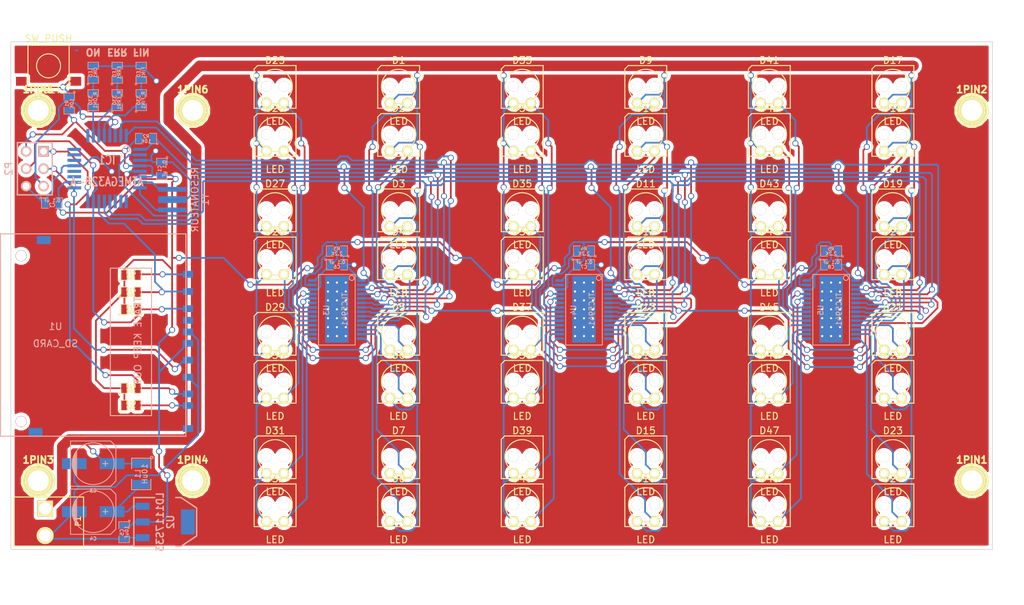
<source format=kicad_pcb>
(kicad_pcb (version 3) (host pcbnew "(2013-07-07 BZR 4022)-stable")
  (layers (15 F.Cu signal) (0 B.Cu signal) (18 B.Paste user) (19 F.Paste user) (20 B.SilkS user) (21 F.SilkS user) (22 B.Mask user) (23 F.Mask user) (28 Edge.Cuts user))
  (net 0 "")
  (net 1 /ERR)
  (net 2 /FIN)
  (net 3 /MISO)
  (net 4 /MOSI)
  (net 5 /ON)
  (net 6 /RST)
  (net 7 /SCK)
  (net 8 /SS)
  (net 9 /tlcs_1-3/BLANK)
  (net 10 /tlcs_1-3/GSCLK)
  (net 11 /tlcs_1-3/MODE)
  (net 12 /tlcs_1-3/SCLK)
  (net 13 /tlcs_1-3/SIN)
  (net 14 /tlcs_1-3/VCC)
  (net 15 /tlcs_1-3/VIN)
  (net 16 /tlcs_1-3/XLAT)
  (net 17 GND)
  (net 18 N-0000017)
  (net 19 N-0000020)
  (net 20 N-0000021)
  (net 21 N-0000022)
  (net 22 N-0000024)
  (net 23 N-0000037)
  (net 24 N-0000038)
  (net 25 N-0000039)
  (net 26 N-000004)
  (net 27 N-0000040)
  (net 28 N-0000041)
  (net 29 N-0000042)
  (net 30 N-0000043)
  (net 31 N-0000044)
  (net 32 N-0000045)
  (net 33 N-0000046)
  (net 34 N-0000047)
  (net 35 N-0000048)
  (net 36 N-0000049)
  (net 37 N-000005)
  (net 38 N-0000050)
  (net 39 N-0000051)
  (net 40 N-0000052)
  (net 41 N-0000053)
  (net 42 N-0000054)
  (net 43 N-0000055)
  (net 44 N-0000056)
  (net 45 N-0000057)
  (net 46 N-0000058)
  (net 47 N-0000059)
  (net 48 N-000006)
  (net 49 N-0000060)
  (net 50 N-0000061)
  (net 51 N-0000062)
  (net 52 N-0000063)
  (net 53 N-0000064)
  (net 54 N-0000065)
  (net 55 N-0000066)
  (net 56 N-0000067)
  (net 57 N-0000068)
  (net 58 N-0000069)
  (net 59 N-0000070)
  (net 60 N-0000071)
  (net 61 N-0000072)
  (net 62 N-0000073)
  (net 63 N-0000074)
  (net 64 N-0000075)
  (net 65 N-0000076)
  (net 66 N-0000077)
  (net 67 N-0000078)
  (net 68 N-0000079)
  (net 69 N-0000080)
  (net 70 N-0000081)
  (net 71 N-0000082)
  (net 72 N-0000083)
  (net 73 N-0000084)
  (net 74 N-0000085)
  (net 75 N-0000086)
  (net 76 N-0000087)
  (net 77 N-0000088)
  (net 78 N-0000089)
  (module TLC5940_THERMVIAS2 (layer B.Cu) (at 114.5 133.5 270)
    (fp_text reference U3 (at 0.127 1.524 270) (layer B.SilkS) (effects (font (size 0.762 0.762) (thickness 0.127)) (justify mirror)))
    (fp_text value TLC5941 (at 0 -1.143 270) (layer B.SilkS) (effects (font (size 0.762 0.762) (thickness 0.127)) (justify mirror)))
    (pad 1 smd rect (at -4.191 -3.556 270) (size 0.4064 1.27) (layers B.Cu B.Paste B.Mask) (net 17 GND))
    (pad 2 smd rect (at -3.556 -3.556 270) (size 0.4064 1.27) (layers B.Cu B.Paste B.Mask) (net 9 /tlcs_1-3/BLANK))
    (pad 3 smd rect (at -2.8956 -3.556 270) (size 0.4064 1.27) (layers B.Cu B.Paste B.Mask) (net 16 /tlcs_1-3/XLAT))
    (pad 4 smd rect (at -2.2352 -3.556 270) (size 0.4064 1.27) (layers B.Cu B.Paste B.Mask) (net 12 /tlcs_1-3/SCLK))
    (pad 5 smd rect (at -1.6002 -3.556 270) (size 0.4064 1.27) (layers B.Cu B.Paste B.Mask) (net 13 /tlcs_1-3/SIN))
    (pad 6 smd rect (at -0.9398 -3.556 270) (size 0.4064 1.27) (layers B.Cu B.Paste B.Mask) (net 11 /tlcs_1-3/MODE))
    (pad 7 smd rect (at -0.2794 -3.556 270) (size 0.4064 1.27) (layers B.Cu B.Paste B.Mask) (net 71 N-0000082))
    (pad 8 smd rect (at 0.3556 -3.556 270) (size 0.4064 1.27) (layers B.Cu B.Paste B.Mask) (net 70 N-0000081))
    (pad 9 smd rect (at 1.016 -3.556 270) (size 0.4064 1.27) (layers B.Cu B.Paste B.Mask) (net 69 N-0000080))
    (pad 10 smd rect (at 1.651 -3.556 270) (size 0.4064 1.27) (layers B.Cu B.Paste B.Mask) (net 68 N-0000079))
    (pad 11 smd rect (at 2.3114 -3.556 270) (size 0.4064 1.27) (layers B.Cu B.Paste B.Mask) (net 67 N-0000078))
    (pad 12 smd rect (at 2.9718 -3.556 270) (size 0.4064 1.27) (layers B.Cu B.Paste B.Mask) (net 66 N-0000077))
    (pad 13 smd rect (at 3.6068 -3.556 270) (size 0.4064 1.27) (layers B.Cu B.Paste B.Mask) (net 72 N-0000083))
    (pad 14 smd rect (at 4.2672 -3.556 270) (size 0.4064 1.27) (layers B.Cu B.Paste B.Mask) (net 73 N-0000084))
    (pad 15 smd rect (at 4.2672 3.556 270) (size 0.4064 1.27) (layers B.Cu B.Paste B.Mask) (net 51 N-0000062))
    (pad 16 smd rect (at 3.6068 3.556 270) (size 0.4064 1.27) (layers B.Cu B.Paste B.Mask) (net 52 N-0000063))
    (pad 17 smd rect (at 2.9972 3.556 270) (size 0.4064 1.27) (layers B.Cu B.Paste B.Mask) (net 53 N-0000064))
    (pad 18 smd rect (at 2.3114 3.556 270) (size 0.4064 1.27) (layers B.Cu B.Paste B.Mask) (net 54 N-0000065))
    (pad 19 smd rect (at 1.651 3.556 270) (size 0.4064 1.27) (layers B.Cu B.Paste B.Mask) (net 55 N-0000066))
    (pad 20 smd rect (at 1.016 3.556 270) (size 0.4064 1.27) (layers B.Cu B.Paste B.Mask) (net 56 N-0000067))
    (pad 21 smd rect (at 0.3556 3.556 270) (size 0.4064 1.27) (layers B.Cu B.Paste B.Mask) (net 57 N-0000068))
    (pad 22 smd rect (at -0.2794 3.556 270) (size 0.4064 1.27) (layers B.Cu B.Paste B.Mask) (net 58 N-0000069))
    (pad 23 smd rect (at -0.9398 3.556 270) (size 0.4064 1.27) (layers B.Cu B.Paste B.Mask))
    (pad 24 smd rect (at -1.6002 3.556 270) (size 0.4064 1.27) (layers B.Cu B.Paste B.Mask) (net 74 N-0000085))
    (pad 25 smd rect (at -2.2352 3.556 270) (size 0.4064 1.27) (layers B.Cu B.Paste B.Mask) (net 10 /tlcs_1-3/GSCLK))
    (pad 26 smd rect (at -2.8956 3.556 270) (size 0.4064 1.27) (layers B.Cu B.Paste B.Mask) (net 14 /tlcs_1-3/VCC))
    (pad 27 smd rect (at -3.556 3.556 270) (size 0.4064 1.27) (layers B.Cu B.Paste B.Mask) (net 75 N-0000086))
    (pad 28 smd rect (at -4.191 3.556 270) (size 0.4064 1.27) (layers B.Cu B.Paste B.Mask) (net 14 /tlcs_1-3/VCC))
    (pad "" smd rect (at 0 0 270) (size 9.7 3.4) (layers B.Cu) (net 17 GND))
    (pad "" thru_hole circle (at -3.9 0 270) (size 0.3 0.3) (drill 0.3) (layers *.Cu *.Mask B.SilkS) (net 17 GND))
    (pad "" thru_hole circle (at -3.9 1.3 270) (size 0.3 0.3) (drill 0.3) (layers *.Cu *.Mask B.SilkS) (net 17 GND))
    (pad "" thru_hole circle (at -2.6 1.3 270) (size 0.3 0.3) (drill 0.3) (layers *.Cu *.Mask B.SilkS) (net 17 GND))
    (pad "" thru_hole circle (at -1.3 1.3 270) (size 0.3 0.3) (drill 0.3) (layers *.Cu *.Mask B.SilkS) (net 17 GND))
    (pad "" thru_hole circle (at 0 1.3 270) (size 0.3 0.3) (drill 0.3) (layers *.Cu *.Mask B.SilkS) (net 17 GND))
    (pad "" thru_hole circle (at 1.3 1.3 270) (size 0.3 0.3) (drill 0.3) (layers *.Cu *.Mask B.SilkS) (net 17 GND))
    (pad "" thru_hole circle (at 2.6 1.3 270) (size 0.3 0.3) (drill 0.3) (layers *.Cu *.Mask B.SilkS) (net 17 GND))
    (pad "" thru_hole circle (at 3.9 1.3 270) (size 0.3 0.3) (drill 0.3) (layers *.Cu *.Mask B.SilkS) (net 17 GND))
    (pad "" thru_hole circle (at 3.9 0 270) (size 0.3 0.3) (drill 0.3) (layers *.Cu *.Mask B.SilkS) (net 17 GND))
    (pad "" thru_hole circle (at 2.6 0 270) (size 0.3 0.3) (drill 0.3) (layers *.Cu *.Mask B.SilkS) (net 17 GND))
    (pad "" thru_hole circle (at 1.3 0 270) (size 0.3 0.3) (drill 0.3) (layers *.Cu *.Mask B.SilkS) (net 17 GND))
    (pad "" thru_hole circle (at 0 0 270) (size 0.3 0.3) (drill 0.3) (layers *.Cu *.Mask B.SilkS) (net 17 GND))
    (pad "" thru_hole circle (at -1.3 0 270) (size 0.3 0.3) (drill 0.3) (layers *.Cu *.Mask B.SilkS) (net 17 GND))
    (pad "" thru_hole circle (at -2.6 0 270) (size 0.3 0.3) (drill 0.3) (layers *.Cu *.Mask B.SilkS) (net 17 GND))
    (pad "" thru_hole circle (at -3.9 -1.3 270) (size 0.3 0.3) (drill 0.3) (layers *.Cu *.Mask B.SilkS) (net 17 GND))
    (pad "" thru_hole circle (at -2.6 -1.3 270) (size 0.3 0.3) (drill 0.3) (layers *.Cu *.Mask B.SilkS) (net 17 GND))
    (pad "" thru_hole circle (at -1.3 -1.3 270) (size 0.3 0.3) (drill 0.3) (layers *.Cu *.Mask B.SilkS) (net 17 GND))
    (pad "" thru_hole circle (at 0 -1.3 270) (size 0.3 0.3) (drill 0.3) (layers *.Cu *.Mask B.SilkS) (net 17 GND))
    (pad "" thru_hole circle (at 1.3 -1.3 270) (size 0.3 0.3) (drill 0.3) (layers *.Cu *.Mask B.SilkS) (net 17 GND))
    (pad "" thru_hole circle (at 2.6 -1.3 270) (size 0.3 0.3) (drill 0.3) (layers *.Cu *.Mask B.SilkS) (net 17 GND))
    (pad "" thru_hole circle (at 3.9 -1.3 270) (size 0.3 0.3) (drill 0.3) (layers *.Cu *.Mask B.SilkS) (net 17 GND))
  )
  (module PCV220_LEDSOCKET (layer F.Cu) (at 195.5 155)
    (fp_text reference D23 (at 0 -3.81) (layer F.SilkS))
    (fp_text value LED (at 0 5.08) (layer F.SilkS))
    (pad 1 thru_hole circle (at -1.27 2.41) (size 1.52 1.52) (drill 1.02) (layers *.Cu *.Mask F.SilkS) (net 15 /tlcs_1-3/VIN))
    (pad 2 thru_hole circle (at 1.27 2.41) (size 1.52 1.52) (drill 1.02) (layers *.Cu *.Mask F.SilkS) (net 40 N-0000052))
    (pad "" thru_hole circle (at -1.27 0) (size 1.52 1.52) (drill 1.52) (layers *.Cu *.Mask F.SilkS))
    (pad "" thru_hole circle (at 1.27 0) (size 1.52 1.52) (drill 1.52) (layers *.Cu *.Mask F.SilkS))
  )
  (module PCV220_LEDSOCKET (layer F.Cu) (at 195.5 144)
    (fp_text reference D22 (at 0 -3.81) (layer F.SilkS))
    (fp_text value LED (at 0 5.08) (layer F.SilkS))
    (pad 1 thru_hole circle (at -1.27 2.41) (size 1.52 1.52) (drill 1.02) (layers *.Cu *.Mask F.SilkS) (net 15 /tlcs_1-3/VIN))
    (pad 2 thru_hole circle (at 1.27 2.41) (size 1.52 1.52) (drill 1.02) (layers *.Cu *.Mask F.SilkS) (net 42 N-0000054))
    (pad "" thru_hole circle (at -1.27 0) (size 1.52 1.52) (drill 1.52) (layers *.Cu *.Mask F.SilkS))
    (pad "" thru_hole circle (at 1.27 0) (size 1.52 1.52) (drill 1.52) (layers *.Cu *.Mask F.SilkS))
  )
  (module PCV220_LEDSOCKET (layer F.Cu) (at 195.5 137)
    (fp_text reference D21 (at 0 -3.81) (layer F.SilkS))
    (fp_text value LED (at 0 5.08) (layer F.SilkS))
    (pad 1 thru_hole circle (at -1.27 2.41) (size 1.52 1.52) (drill 1.02) (layers *.Cu *.Mask F.SilkS) (net 15 /tlcs_1-3/VIN))
    (pad 2 thru_hole circle (at 1.27 2.41) (size 1.52 1.52) (drill 1.02) (layers *.Cu *.Mask F.SilkS) (net 23 N-0000037))
    (pad "" thru_hole circle (at -1.27 0) (size 1.52 1.52) (drill 1.52) (layers *.Cu *.Mask F.SilkS))
    (pad "" thru_hole circle (at 1.27 0) (size 1.52 1.52) (drill 1.52) (layers *.Cu *.Mask F.SilkS))
  )
  (module PCV220_LEDSOCKET (layer F.Cu) (at 195.5 126)
    (fp_text reference D20 (at 0 -3.81) (layer F.SilkS))
    (fp_text value LED (at 0 5.08) (layer F.SilkS))
    (pad 1 thru_hole circle (at -1.27 2.41) (size 1.52 1.52) (drill 1.02) (layers *.Cu *.Mask F.SilkS) (net 15 /tlcs_1-3/VIN))
    (pad 2 thru_hole circle (at 1.27 2.41) (size 1.52 1.52) (drill 1.02) (layers *.Cu *.Mask F.SilkS) (net 28 N-0000041))
    (pad "" thru_hole circle (at -1.27 0) (size 1.52 1.52) (drill 1.52) (layers *.Cu *.Mask F.SilkS))
    (pad "" thru_hole circle (at 1.27 0) (size 1.52 1.52) (drill 1.52) (layers *.Cu *.Mask F.SilkS))
  )
  (module PCV220_LEDSOCKET (layer F.Cu) (at 195.5 119)
    (fp_text reference D19 (at 0 -3.81) (layer F.SilkS))
    (fp_text value LED (at 0 5.08) (layer F.SilkS))
    (pad 1 thru_hole circle (at -1.27 2.41) (size 1.52 1.52) (drill 1.02) (layers *.Cu *.Mask F.SilkS) (net 15 /tlcs_1-3/VIN))
    (pad 2 thru_hole circle (at 1.27 2.41) (size 1.52 1.52) (drill 1.02) (layers *.Cu *.Mask F.SilkS) (net 27 N-0000040))
    (pad "" thru_hole circle (at -1.27 0) (size 1.52 1.52) (drill 1.52) (layers *.Cu *.Mask F.SilkS))
    (pad "" thru_hole circle (at 1.27 0) (size 1.52 1.52) (drill 1.52) (layers *.Cu *.Mask F.SilkS))
  )
  (module PCV220_LEDSOCKET (layer F.Cu) (at 195.5 108)
    (fp_text reference D18 (at 0 -3.81) (layer F.SilkS))
    (fp_text value LED (at 0 5.08) (layer F.SilkS))
    (pad 1 thru_hole circle (at -1.27 2.41) (size 1.52 1.52) (drill 1.02) (layers *.Cu *.Mask F.SilkS) (net 15 /tlcs_1-3/VIN))
    (pad 2 thru_hole circle (at 1.27 2.41) (size 1.52 1.52) (drill 1.02) (layers *.Cu *.Mask F.SilkS) (net 25 N-0000039))
    (pad "" thru_hole circle (at -1.27 0) (size 1.52 1.52) (drill 1.52) (layers *.Cu *.Mask F.SilkS))
    (pad "" thru_hole circle (at 1.27 0) (size 1.52 1.52) (drill 1.52) (layers *.Cu *.Mask F.SilkS))
  )
  (module PCV220_LEDSOCKET (layer F.Cu) (at 195.5 101)
    (fp_text reference D17 (at 0 -3.81) (layer F.SilkS))
    (fp_text value LED (at 0 5.08) (layer F.SilkS))
    (pad 1 thru_hole circle (at -1.27 2.41) (size 1.52 1.52) (drill 1.02) (layers *.Cu *.Mask F.SilkS) (net 15 /tlcs_1-3/VIN))
    (pad 2 thru_hole circle (at 1.27 2.41) (size 1.52 1.52) (drill 1.02) (layers *.Cu *.Mask F.SilkS) (net 24 N-0000038))
    (pad "" thru_hole circle (at -1.27 0) (size 1.52 1.52) (drill 1.52) (layers *.Cu *.Mask F.SilkS))
    (pad "" thru_hole circle (at 1.27 0) (size 1.52 1.52) (drill 1.52) (layers *.Cu *.Mask F.SilkS))
  )
  (module PCV220_LEDSOCKET (layer F.Cu) (at 159.5 162)
    (fp_text reference D16 (at 0 -3.81) (layer F.SilkS))
    (fp_text value LED (at 0 5.08) (layer F.SilkS))
    (pad 1 thru_hole circle (at -1.27 2.41) (size 1.52 1.52) (drill 1.02) (layers *.Cu *.Mask F.SilkS) (net 15 /tlcs_1-3/VIN))
    (pad 2 thru_hole circle (at 1.27 2.41) (size 1.52 1.52) (drill 1.02) (layers *.Cu *.Mask F.SilkS) (net 39 N-0000051))
    (pad "" thru_hole circle (at -1.27 0) (size 1.52 1.52) (drill 1.52) (layers *.Cu *.Mask F.SilkS))
    (pad "" thru_hole circle (at 1.27 0) (size 1.52 1.52) (drill 1.52) (layers *.Cu *.Mask F.SilkS))
  )
  (module PCV220_LEDSOCKET (layer F.Cu) (at 159.5 155)
    (fp_text reference D15 (at 0 -3.81) (layer F.SilkS))
    (fp_text value LED (at 0 5.08) (layer F.SilkS))
    (pad 1 thru_hole circle (at -1.27 2.41) (size 1.52 1.52) (drill 1.02) (layers *.Cu *.Mask F.SilkS) (net 15 /tlcs_1-3/VIN))
    (pad 2 thru_hole circle (at 1.27 2.41) (size 1.52 1.52) (drill 1.02) (layers *.Cu *.Mask F.SilkS) (net 50 N-0000061))
    (pad "" thru_hole circle (at -1.27 0) (size 1.52 1.52) (drill 1.52) (layers *.Cu *.Mask F.SilkS))
    (pad "" thru_hole circle (at 1.27 0) (size 1.52 1.52) (drill 1.52) (layers *.Cu *.Mask F.SilkS))
  )
  (module PCV220_LEDSOCKET (layer F.Cu) (at 159.5 144)
    (fp_text reference D14 (at 0 -3.81) (layer F.SilkS))
    (fp_text value LED (at 0 5.08) (layer F.SilkS))
    (pad 1 thru_hole circle (at -1.27 2.41) (size 1.52 1.52) (drill 1.02) (layers *.Cu *.Mask F.SilkS) (net 15 /tlcs_1-3/VIN))
    (pad 2 thru_hole circle (at 1.27 2.41) (size 1.52 1.52) (drill 1.02) (layers *.Cu *.Mask F.SilkS) (net 49 N-0000060))
    (pad "" thru_hole circle (at -1.27 0) (size 1.52 1.52) (drill 1.52) (layers *.Cu *.Mask F.SilkS))
    (pad "" thru_hole circle (at 1.27 0) (size 1.52 1.52) (drill 1.52) (layers *.Cu *.Mask F.SilkS))
  )
  (module PCV220_LEDSOCKET (layer F.Cu) (at 159.5 137)
    (fp_text reference D13 (at 0 -3.81) (layer F.SilkS))
    (fp_text value LED (at 0 5.08) (layer F.SilkS))
    (pad 1 thru_hole circle (at -1.27 2.41) (size 1.52 1.52) (drill 1.02) (layers *.Cu *.Mask F.SilkS) (net 15 /tlcs_1-3/VIN))
    (pad 2 thru_hole circle (at 1.27 2.41) (size 1.52 1.52) (drill 1.02) (layers *.Cu *.Mask F.SilkS) (net 47 N-0000059))
    (pad "" thru_hole circle (at -1.27 0) (size 1.52 1.52) (drill 1.52) (layers *.Cu *.Mask F.SilkS))
    (pad "" thru_hole circle (at 1.27 0) (size 1.52 1.52) (drill 1.52) (layers *.Cu *.Mask F.SilkS))
  )
  (module PCV220_LEDSOCKET (layer F.Cu) (at 195.5 162)
    (fp_text reference D24 (at 0 -3.81) (layer F.SilkS))
    (fp_text value LED (at 0 5.08) (layer F.SilkS))
    (pad 1 thru_hole circle (at -1.27 2.41) (size 1.52 1.52) (drill 1.02) (layers *.Cu *.Mask F.SilkS) (net 15 /tlcs_1-3/VIN))
    (pad 2 thru_hole circle (at 1.27 2.41) (size 1.52 1.52) (drill 1.02) (layers *.Cu *.Mask F.SilkS) (net 41 N-0000053))
    (pad "" thru_hole circle (at -1.27 0) (size 1.52 1.52) (drill 1.52) (layers *.Cu *.Mask F.SilkS))
    (pad "" thru_hole circle (at 1.27 0) (size 1.52 1.52) (drill 1.52) (layers *.Cu *.Mask F.SilkS))
  )
  (module PCV220_LEDSOCKET (layer F.Cu) (at 159.5 119)
    (fp_text reference D11 (at 0 -3.81) (layer F.SilkS))
    (fp_text value LED (at 0 5.08) (layer F.SilkS))
    (pad 1 thru_hole circle (at -1.27 2.41) (size 1.52 1.52) (drill 1.02) (layers *.Cu *.Mask F.SilkS) (net 15 /tlcs_1-3/VIN))
    (pad 2 thru_hole circle (at 1.27 2.41) (size 1.52 1.52) (drill 1.02) (layers *.Cu *.Mask F.SilkS) (net 45 N-0000057))
    (pad "" thru_hole circle (at -1.27 0) (size 1.52 1.52) (drill 1.52) (layers *.Cu *.Mask F.SilkS))
    (pad "" thru_hole circle (at 1.27 0) (size 1.52 1.52) (drill 1.52) (layers *.Cu *.Mask F.SilkS))
  )
  (module PCV220_LEDSOCKET (layer F.Cu) (at 159.5 108)
    (fp_text reference D10 (at 0 -3.81) (layer F.SilkS))
    (fp_text value LED (at 0 5.08) (layer F.SilkS))
    (pad 1 thru_hole circle (at -1.27 2.41) (size 1.52 1.52) (drill 1.02) (layers *.Cu *.Mask F.SilkS) (net 15 /tlcs_1-3/VIN))
    (pad 2 thru_hole circle (at 1.27 2.41) (size 1.52 1.52) (drill 1.02) (layers *.Cu *.Mask F.SilkS) (net 44 N-0000056))
    (pad "" thru_hole circle (at -1.27 0) (size 1.52 1.52) (drill 1.52) (layers *.Cu *.Mask F.SilkS))
    (pad "" thru_hole circle (at 1.27 0) (size 1.52 1.52) (drill 1.52) (layers *.Cu *.Mask F.SilkS))
  )
  (module PCV220_LEDSOCKET (layer F.Cu) (at 159.5 101)
    (fp_text reference D9 (at 0 -3.81) (layer F.SilkS))
    (fp_text value LED (at 0 5.08) (layer F.SilkS))
    (pad 1 thru_hole circle (at -1.27 2.41) (size 1.52 1.52) (drill 1.02) (layers *.Cu *.Mask F.SilkS) (net 15 /tlcs_1-3/VIN))
    (pad 2 thru_hole circle (at 1.27 2.41) (size 1.52 1.52) (drill 1.02) (layers *.Cu *.Mask F.SilkS) (net 43 N-0000055))
    (pad "" thru_hole circle (at -1.27 0) (size 1.52 1.52) (drill 1.52) (layers *.Cu *.Mask F.SilkS))
    (pad "" thru_hole circle (at 1.27 0) (size 1.52 1.52) (drill 1.52) (layers *.Cu *.Mask F.SilkS))
  )
  (module PCV220_LEDSOCKET (layer F.Cu) (at 123.5 162)
    (fp_text reference D8 (at 0 -3.81) (layer F.SilkS))
    (fp_text value LED (at 0 5.08) (layer F.SilkS))
    (pad 1 thru_hole circle (at -1.27 2.41) (size 1.52 1.52) (drill 1.02) (layers *.Cu *.Mask F.SilkS) (net 15 /tlcs_1-3/VIN))
    (pad 2 thru_hole circle (at 1.27 2.41) (size 1.52 1.52) (drill 1.02) (layers *.Cu *.Mask F.SilkS) (net 73 N-0000084))
    (pad "" thru_hole circle (at -1.27 0) (size 1.52 1.52) (drill 1.52) (layers *.Cu *.Mask F.SilkS))
    (pad "" thru_hole circle (at 1.27 0) (size 1.52 1.52) (drill 1.52) (layers *.Cu *.Mask F.SilkS))
  )
  (module PCV220_LEDSOCKET (layer F.Cu) (at 123.5 155)
    (fp_text reference D7 (at 0 -3.81) (layer F.SilkS))
    (fp_text value LED (at 0 5.08) (layer F.SilkS))
    (pad 1 thru_hole circle (at -1.27 2.41) (size 1.52 1.52) (drill 1.02) (layers *.Cu *.Mask F.SilkS) (net 15 /tlcs_1-3/VIN))
    (pad 2 thru_hole circle (at 1.27 2.41) (size 1.52 1.52) (drill 1.02) (layers *.Cu *.Mask F.SilkS) (net 72 N-0000083))
    (pad "" thru_hole circle (at -1.27 0) (size 1.52 1.52) (drill 1.52) (layers *.Cu *.Mask F.SilkS))
    (pad "" thru_hole circle (at 1.27 0) (size 1.52 1.52) (drill 1.52) (layers *.Cu *.Mask F.SilkS))
  )
  (module PCV220_LEDSOCKET (layer F.Cu) (at 123.5 144)
    (fp_text reference D6 (at 0 -3.81) (layer F.SilkS))
    (fp_text value LED (at 0 5.08) (layer F.SilkS))
    (pad 1 thru_hole circle (at -1.27 2.41) (size 1.52 1.52) (drill 1.02) (layers *.Cu *.Mask F.SilkS) (net 15 /tlcs_1-3/VIN))
    (pad 2 thru_hole circle (at 1.27 2.41) (size 1.52 1.52) (drill 1.02) (layers *.Cu *.Mask F.SilkS) (net 66 N-0000077))
    (pad "" thru_hole circle (at -1.27 0) (size 1.52 1.52) (drill 1.52) (layers *.Cu *.Mask F.SilkS))
    (pad "" thru_hole circle (at 1.27 0) (size 1.52 1.52) (drill 1.52) (layers *.Cu *.Mask F.SilkS))
  )
  (module PCV220_LEDSOCKET (layer F.Cu) (at 123.5 137)
    (fp_text reference D5 (at 0 -3.81) (layer F.SilkS))
    (fp_text value LED (at 0 5.08) (layer F.SilkS))
    (pad 1 thru_hole circle (at -1.27 2.41) (size 1.52 1.52) (drill 1.02) (layers *.Cu *.Mask F.SilkS) (net 15 /tlcs_1-3/VIN))
    (pad 2 thru_hole circle (at 1.27 2.41) (size 1.52 1.52) (drill 1.02) (layers *.Cu *.Mask F.SilkS) (net 67 N-0000078))
    (pad "" thru_hole circle (at -1.27 0) (size 1.52 1.52) (drill 1.52) (layers *.Cu *.Mask F.SilkS))
    (pad "" thru_hole circle (at 1.27 0) (size 1.52 1.52) (drill 1.52) (layers *.Cu *.Mask F.SilkS))
  )
  (module PCV220_LEDSOCKET (layer F.Cu) (at 123.5 126)
    (fp_text reference D4 (at 0 -3.81) (layer F.SilkS))
    (fp_text value LED (at 0 5.08) (layer F.SilkS))
    (pad 1 thru_hole circle (at -1.27 2.41) (size 1.52 1.52) (drill 1.02) (layers *.Cu *.Mask F.SilkS) (net 15 /tlcs_1-3/VIN))
    (pad 2 thru_hole circle (at 1.27 2.41) (size 1.52 1.52) (drill 1.02) (layers *.Cu *.Mask F.SilkS) (net 68 N-0000079))
    (pad "" thru_hole circle (at -1.27 0) (size 1.52 1.52) (drill 1.52) (layers *.Cu *.Mask F.SilkS))
    (pad "" thru_hole circle (at 1.27 0) (size 1.52 1.52) (drill 1.52) (layers *.Cu *.Mask F.SilkS))
  )
  (module PCV220_LEDSOCKET (layer F.Cu) (at 123.5 119)
    (fp_text reference D3 (at 0 -3.81) (layer F.SilkS))
    (fp_text value LED (at 0 5.08) (layer F.SilkS))
    (pad 1 thru_hole circle (at -1.27 2.41) (size 1.52 1.52) (drill 1.02) (layers *.Cu *.Mask F.SilkS) (net 15 /tlcs_1-3/VIN))
    (pad 2 thru_hole circle (at 1.27 2.41) (size 1.52 1.52) (drill 1.02) (layers *.Cu *.Mask F.SilkS) (net 69 N-0000080))
    (pad "" thru_hole circle (at -1.27 0) (size 1.52 1.52) (drill 1.52) (layers *.Cu *.Mask F.SilkS))
    (pad "" thru_hole circle (at 1.27 0) (size 1.52 1.52) (drill 1.52) (layers *.Cu *.Mask F.SilkS))
  )
  (module PCV220_LEDSOCKET (layer F.Cu) (at 123.5 108)
    (fp_text reference D2 (at 0 -3.81) (layer F.SilkS))
    (fp_text value LED (at 0 5.08) (layer F.SilkS))
    (pad 1 thru_hole circle (at -1.27 2.41) (size 1.52 1.52) (drill 1.02) (layers *.Cu *.Mask F.SilkS) (net 15 /tlcs_1-3/VIN))
    (pad 2 thru_hole circle (at 1.27 2.41) (size 1.52 1.52) (drill 1.02) (layers *.Cu *.Mask F.SilkS) (net 70 N-0000081))
    (pad "" thru_hole circle (at -1.27 0) (size 1.52 1.52) (drill 1.52) (layers *.Cu *.Mask F.SilkS))
    (pad "" thru_hole circle (at 1.27 0) (size 1.52 1.52) (drill 1.52) (layers *.Cu *.Mask F.SilkS))
  )
  (module PCV220_LEDSOCKET (layer F.Cu) (at 123.5 101)
    (fp_text reference D1 (at 0 -3.81) (layer F.SilkS))
    (fp_text value LED (at 0 5.08) (layer F.SilkS))
    (pad 1 thru_hole circle (at -1.27 2.41) (size 1.52 1.52) (drill 1.02) (layers *.Cu *.Mask F.SilkS) (net 15 /tlcs_1-3/VIN))
    (pad 2 thru_hole circle (at 1.27 2.41) (size 1.52 1.52) (drill 1.02) (layers *.Cu *.Mask F.SilkS) (net 71 N-0000082))
    (pad "" thru_hole circle (at -1.27 0) (size 1.52 1.52) (drill 1.52) (layers *.Cu *.Mask F.SilkS))
    (pad "" thru_hole circle (at 1.27 0) (size 1.52 1.52) (drill 1.52) (layers *.Cu *.Mask F.SilkS))
  )
  (module PCV220_LEDSOCKET (layer F.Cu) (at 159.5 126)
    (fp_text reference D12 (at 0 -3.81) (layer F.SilkS))
    (fp_text value LED (at 0 5.08) (layer F.SilkS))
    (pad 1 thru_hole circle (at -1.27 2.41) (size 1.52 1.52) (drill 1.02) (layers *.Cu *.Mask F.SilkS) (net 15 /tlcs_1-3/VIN))
    (pad 2 thru_hole circle (at 1.27 2.41) (size 1.52 1.52) (drill 1.02) (layers *.Cu *.Mask F.SilkS) (net 46 N-0000058))
    (pad "" thru_hole circle (at -1.27 0) (size 1.52 1.52) (drill 1.52) (layers *.Cu *.Mask F.SilkS))
    (pad "" thru_hole circle (at 1.27 0) (size 1.52 1.52) (drill 1.52) (layers *.Cu *.Mask F.SilkS))
  )
  (module PCV220_LEDSOCKET (layer F.Cu) (at 177.5 155)
    (fp_text reference D47 (at 0 -3.81) (layer F.SilkS))
    (fp_text value LED (at 0 5.08) (layer F.SilkS))
    (pad 1 thru_hole circle (at -1.27 2.41) (size 1.52 1.52) (drill 1.02) (layers *.Cu *.Mask F.SilkS) (net 15 /tlcs_1-3/VIN))
    (pad 2 thru_hole circle (at 1.27 2.41) (size 1.52 1.52) (drill 1.02) (layers *.Cu *.Mask F.SilkS) (net 60 N-0000071))
    (pad "" thru_hole circle (at -1.27 0) (size 1.52 1.52) (drill 1.52) (layers *.Cu *.Mask F.SilkS))
    (pad "" thru_hole circle (at 1.27 0) (size 1.52 1.52) (drill 1.52) (layers *.Cu *.Mask F.SilkS))
  )
  (module PCV220_LEDSOCKET (layer F.Cu) (at 177.5 144)
    (fp_text reference D46 (at 0 -3.81) (layer F.SilkS))
    (fp_text value LED (at 0 5.08) (layer F.SilkS))
    (pad 1 thru_hole circle (at -1.27 2.41) (size 1.52 1.52) (drill 1.02) (layers *.Cu *.Mask F.SilkS) (net 15 /tlcs_1-3/VIN))
    (pad 2 thru_hole circle (at 1.27 2.41) (size 1.52 1.52) (drill 1.02) (layers *.Cu *.Mask F.SilkS) (net 61 N-0000072))
    (pad "" thru_hole circle (at -1.27 0) (size 1.52 1.52) (drill 1.52) (layers *.Cu *.Mask F.SilkS))
    (pad "" thru_hole circle (at 1.27 0) (size 1.52 1.52) (drill 1.52) (layers *.Cu *.Mask F.SilkS))
  )
  (module PCV220_LEDSOCKET (layer F.Cu) (at 177.5 137)
    (fp_text reference D45 (at 0 -3.81) (layer F.SilkS))
    (fp_text value LED (at 0 5.08) (layer F.SilkS))
    (pad 1 thru_hole circle (at -1.27 2.41) (size 1.52 1.52) (drill 1.02) (layers *.Cu *.Mask F.SilkS) (net 15 /tlcs_1-3/VIN))
    (pad 2 thru_hole circle (at 1.27 2.41) (size 1.52 1.52) (drill 1.02) (layers *.Cu *.Mask F.SilkS) (net 62 N-0000073))
    (pad "" thru_hole circle (at -1.27 0) (size 1.52 1.52) (drill 1.52) (layers *.Cu *.Mask F.SilkS))
    (pad "" thru_hole circle (at 1.27 0) (size 1.52 1.52) (drill 1.52) (layers *.Cu *.Mask F.SilkS))
  )
  (module PCV220_LEDSOCKET (layer F.Cu) (at 177.5 126)
    (fp_text reference D44 (at 0 -3.81) (layer F.SilkS))
    (fp_text value LED (at 0 5.08) (layer F.SilkS))
    (pad 1 thru_hole circle (at -1.27 2.41) (size 1.52 1.52) (drill 1.02) (layers *.Cu *.Mask F.SilkS) (net 15 /tlcs_1-3/VIN))
    (pad 2 thru_hole circle (at 1.27 2.41) (size 1.52 1.52) (drill 1.02) (layers *.Cu *.Mask F.SilkS) (net 63 N-0000074))
    (pad "" thru_hole circle (at -1.27 0) (size 1.52 1.52) (drill 1.52) (layers *.Cu *.Mask F.SilkS))
    (pad "" thru_hole circle (at 1.27 0) (size 1.52 1.52) (drill 1.52) (layers *.Cu *.Mask F.SilkS))
  )
  (module PCV220_LEDSOCKET (layer F.Cu) (at 177.5 119)
    (fp_text reference D43 (at 0 -3.81) (layer F.SilkS))
    (fp_text value LED (at 0 5.08) (layer F.SilkS))
    (pad 1 thru_hole circle (at -1.27 2.41) (size 1.52 1.52) (drill 1.02) (layers *.Cu *.Mask F.SilkS) (net 15 /tlcs_1-3/VIN))
    (pad 2 thru_hole circle (at 1.27 2.41) (size 1.52 1.52) (drill 1.02) (layers *.Cu *.Mask F.SilkS) (net 64 N-0000075))
    (pad "" thru_hole circle (at -1.27 0) (size 1.52 1.52) (drill 1.52) (layers *.Cu *.Mask F.SilkS))
    (pad "" thru_hole circle (at 1.27 0) (size 1.52 1.52) (drill 1.52) (layers *.Cu *.Mask F.SilkS))
  )
  (module PCV220_LEDSOCKET (layer F.Cu) (at 177.5 108)
    (fp_text reference D42 (at 0 -3.81) (layer F.SilkS))
    (fp_text value LED (at 0 5.08) (layer F.SilkS))
    (pad 1 thru_hole circle (at -1.27 2.41) (size 1.52 1.52) (drill 1.02) (layers *.Cu *.Mask F.SilkS) (net 15 /tlcs_1-3/VIN))
    (pad 2 thru_hole circle (at 1.27 2.41) (size 1.52 1.52) (drill 1.02) (layers *.Cu *.Mask F.SilkS) (net 65 N-0000076))
    (pad "" thru_hole circle (at -1.27 0) (size 1.52 1.52) (drill 1.52) (layers *.Cu *.Mask F.SilkS))
    (pad "" thru_hole circle (at 1.27 0) (size 1.52 1.52) (drill 1.52) (layers *.Cu *.Mask F.SilkS))
  )
  (module PCV220_LEDSOCKET (layer F.Cu) (at 177.5 162)
    (fp_text reference D48 (at 0 -3.81) (layer F.SilkS))
    (fp_text value LED (at 0 5.08) (layer F.SilkS))
    (pad 1 thru_hole circle (at -1.27 2.41) (size 1.52 1.52) (drill 1.02) (layers *.Cu *.Mask F.SilkS) (net 15 /tlcs_1-3/VIN))
    (pad 2 thru_hole circle (at 1.27 2.41) (size 1.52 1.52) (drill 1.02) (layers *.Cu *.Mask F.SilkS) (net 29 N-0000042))
    (pad "" thru_hole circle (at -1.27 0) (size 1.52 1.52) (drill 1.52) (layers *.Cu *.Mask F.SilkS))
    (pad "" thru_hole circle (at 1.27 0) (size 1.52 1.52) (drill 1.52) (layers *.Cu *.Mask F.SilkS))
  )
  (module PCV220_LEDSOCKET (layer F.Cu) (at 141.5 162)
    (fp_text reference D40 (at 0 -3.81) (layer F.SilkS))
    (fp_text value LED (at 0 5.08) (layer F.SilkS))
    (pad 1 thru_hole circle (at -1.27 2.41) (size 1.52 1.52) (drill 1.02) (layers *.Cu *.Mask F.SilkS) (net 15 /tlcs_1-3/VIN))
    (pad 2 thru_hole circle (at 1.27 2.41) (size 1.52 1.52) (drill 1.02) (layers *.Cu *.Mask F.SilkS) (net 38 N-0000050))
    (pad "" thru_hole circle (at -1.27 0) (size 1.52 1.52) (drill 1.52) (layers *.Cu *.Mask F.SilkS))
    (pad "" thru_hole circle (at 1.27 0) (size 1.52 1.52) (drill 1.52) (layers *.Cu *.Mask F.SilkS))
  )
  (module PCV220_LEDSOCKET (layer F.Cu) (at 141.5 155)
    (fp_text reference D39 (at 0 -3.81) (layer F.SilkS))
    (fp_text value LED (at 0 5.08) (layer F.SilkS))
    (pad 1 thru_hole circle (at -1.27 2.41) (size 1.52 1.52) (drill 1.02) (layers *.Cu *.Mask F.SilkS) (net 15 /tlcs_1-3/VIN))
    (pad 2 thru_hole circle (at 1.27 2.41) (size 1.52 1.52) (drill 1.02) (layers *.Cu *.Mask F.SilkS) (net 36 N-0000049))
    (pad "" thru_hole circle (at -1.27 0) (size 1.52 1.52) (drill 1.52) (layers *.Cu *.Mask F.SilkS))
    (pad "" thru_hole circle (at 1.27 0) (size 1.52 1.52) (drill 1.52) (layers *.Cu *.Mask F.SilkS))
  )
  (module PCV220_LEDSOCKET (layer F.Cu) (at 141.5 144)
    (fp_text reference D38 (at 0 -3.81) (layer F.SilkS))
    (fp_text value LED (at 0 5.08) (layer F.SilkS))
    (pad 1 thru_hole circle (at -1.27 2.41) (size 1.52 1.52) (drill 1.02) (layers *.Cu *.Mask F.SilkS) (net 15 /tlcs_1-3/VIN))
    (pad 2 thru_hole circle (at 1.27 2.41) (size 1.52 1.52) (drill 1.02) (layers *.Cu *.Mask F.SilkS) (net 35 N-0000048))
    (pad "" thru_hole circle (at -1.27 0) (size 1.52 1.52) (drill 1.52) (layers *.Cu *.Mask F.SilkS))
    (pad "" thru_hole circle (at 1.27 0) (size 1.52 1.52) (drill 1.52) (layers *.Cu *.Mask F.SilkS))
  )
  (module PCV220_LEDSOCKET (layer F.Cu) (at 141.5 137)
    (fp_text reference D37 (at 0 -3.81) (layer F.SilkS))
    (fp_text value LED (at 0 5.08) (layer F.SilkS))
    (pad 1 thru_hole circle (at -1.27 2.41) (size 1.52 1.52) (drill 1.02) (layers *.Cu *.Mask F.SilkS) (net 15 /tlcs_1-3/VIN))
    (pad 2 thru_hole circle (at 1.27 2.41) (size 1.52 1.52) (drill 1.02) (layers *.Cu *.Mask F.SilkS) (net 34 N-0000047))
    (pad "" thru_hole circle (at -1.27 0) (size 1.52 1.52) (drill 1.52) (layers *.Cu *.Mask F.SilkS))
    (pad "" thru_hole circle (at 1.27 0) (size 1.52 1.52) (drill 1.52) (layers *.Cu *.Mask F.SilkS))
  )
  (module PCV220_LEDSOCKET (layer F.Cu) (at 141.5 126)
    (fp_text reference D36 (at 0 -3.81) (layer F.SilkS))
    (fp_text value LED (at 0 5.08) (layer F.SilkS))
    (pad 1 thru_hole circle (at -1.27 2.41) (size 1.52 1.52) (drill 1.02) (layers *.Cu *.Mask F.SilkS) (net 15 /tlcs_1-3/VIN))
    (pad 2 thru_hole circle (at 1.27 2.41) (size 1.52 1.52) (drill 1.02) (layers *.Cu *.Mask F.SilkS) (net 33 N-0000046))
    (pad "" thru_hole circle (at -1.27 0) (size 1.52 1.52) (drill 1.52) (layers *.Cu *.Mask F.SilkS))
    (pad "" thru_hole circle (at 1.27 0) (size 1.52 1.52) (drill 1.52) (layers *.Cu *.Mask F.SilkS))
  )
  (module PCV220_LEDSOCKET (layer F.Cu) (at 177.5 101)
    (fp_text reference D41 (at 0 -3.81) (layer F.SilkS))
    (fp_text value LED (at 0 5.08) (layer F.SilkS))
    (pad 1 thru_hole circle (at -1.27 2.41) (size 1.52 1.52) (drill 1.02) (layers *.Cu *.Mask F.SilkS) (net 15 /tlcs_1-3/VIN))
    (pad 2 thru_hole circle (at 1.27 2.41) (size 1.52 1.52) (drill 1.02) (layers *.Cu *.Mask F.SilkS) (net 59 N-0000070))
    (pad "" thru_hole circle (at -1.27 0) (size 1.52 1.52) (drill 1.52) (layers *.Cu *.Mask F.SilkS))
    (pad "" thru_hole circle (at 1.27 0) (size 1.52 1.52) (drill 1.52) (layers *.Cu *.Mask F.SilkS))
  )
  (module PCV220_LEDSOCKET (layer F.Cu) (at 105.5 108)
    (fp_text reference D26 (at 0 -3.81) (layer F.SilkS))
    (fp_text value LED (at 0 5.08) (layer F.SilkS))
    (pad 1 thru_hole circle (at -1.27 2.41) (size 1.52 1.52) (drill 1.02) (layers *.Cu *.Mask F.SilkS) (net 15 /tlcs_1-3/VIN))
    (pad 2 thru_hole circle (at 1.27 2.41) (size 1.52 1.52) (drill 1.02) (layers *.Cu *.Mask F.SilkS) (net 57 N-0000068))
    (pad "" thru_hole circle (at -1.27 0) (size 1.52 1.52) (drill 1.52) (layers *.Cu *.Mask F.SilkS))
    (pad "" thru_hole circle (at 1.27 0) (size 1.52 1.52) (drill 1.52) (layers *.Cu *.Mask F.SilkS))
  )
  (module PCV220_LEDSOCKET (layer F.Cu) (at 105.5 119)
    (fp_text reference D27 (at 0 -3.81) (layer F.SilkS))
    (fp_text value LED (at 0 5.08) (layer F.SilkS))
    (pad 1 thru_hole circle (at -1.27 2.41) (size 1.52 1.52) (drill 1.02) (layers *.Cu *.Mask F.SilkS) (net 15 /tlcs_1-3/VIN))
    (pad 2 thru_hole circle (at 1.27 2.41) (size 1.52 1.52) (drill 1.02) (layers *.Cu *.Mask F.SilkS) (net 56 N-0000067))
    (pad "" thru_hole circle (at -1.27 0) (size 1.52 1.52) (drill 1.52) (layers *.Cu *.Mask F.SilkS))
    (pad "" thru_hole circle (at 1.27 0) (size 1.52 1.52) (drill 1.52) (layers *.Cu *.Mask F.SilkS))
  )
  (module PCV220_LEDSOCKET (layer F.Cu) (at 105.5 126)
    (fp_text reference D28 (at 0 -3.81) (layer F.SilkS))
    (fp_text value LED (at 0 5.08) (layer F.SilkS))
    (pad 1 thru_hole circle (at -1.27 2.41) (size 1.52 1.52) (drill 1.02) (layers *.Cu *.Mask F.SilkS) (net 15 /tlcs_1-3/VIN))
    (pad 2 thru_hole circle (at 1.27 2.41) (size 1.52 1.52) (drill 1.02) (layers *.Cu *.Mask F.SilkS) (net 55 N-0000066))
    (pad "" thru_hole circle (at -1.27 0) (size 1.52 1.52) (drill 1.52) (layers *.Cu *.Mask F.SilkS))
    (pad "" thru_hole circle (at 1.27 0) (size 1.52 1.52) (drill 1.52) (layers *.Cu *.Mask F.SilkS))
  )
  (module PCV220_LEDSOCKET (layer F.Cu) (at 105.5 137)
    (fp_text reference D29 (at 0 -3.81) (layer F.SilkS))
    (fp_text value LED (at 0 5.08) (layer F.SilkS))
    (pad 1 thru_hole circle (at -1.27 2.41) (size 1.52 1.52) (drill 1.02) (layers *.Cu *.Mask F.SilkS) (net 15 /tlcs_1-3/VIN))
    (pad 2 thru_hole circle (at 1.27 2.41) (size 1.52 1.52) (drill 1.02) (layers *.Cu *.Mask F.SilkS) (net 54 N-0000065))
    (pad "" thru_hole circle (at -1.27 0) (size 1.52 1.52) (drill 1.52) (layers *.Cu *.Mask F.SilkS))
    (pad "" thru_hole circle (at 1.27 0) (size 1.52 1.52) (drill 1.52) (layers *.Cu *.Mask F.SilkS))
  )
  (module PCV220_LEDSOCKET (layer F.Cu) (at 105.5 144)
    (fp_text reference D30 (at 0 -3.81) (layer F.SilkS))
    (fp_text value LED (at 0 5.08) (layer F.SilkS))
    (pad 1 thru_hole circle (at -1.27 2.41) (size 1.52 1.52) (drill 1.02) (layers *.Cu *.Mask F.SilkS) (net 15 /tlcs_1-3/VIN))
    (pad 2 thru_hole circle (at 1.27 2.41) (size 1.52 1.52) (drill 1.02) (layers *.Cu *.Mask F.SilkS) (net 53 N-0000064))
    (pad "" thru_hole circle (at -1.27 0) (size 1.52 1.52) (drill 1.52) (layers *.Cu *.Mask F.SilkS))
    (pad "" thru_hole circle (at 1.27 0) (size 1.52 1.52) (drill 1.52) (layers *.Cu *.Mask F.SilkS))
  )
  (module PCV220_LEDSOCKET (layer F.Cu) (at 105.5 155)
    (fp_text reference D31 (at 0 -3.81) (layer F.SilkS))
    (fp_text value LED (at 0 5.08) (layer F.SilkS))
    (pad 1 thru_hole circle (at -1.27 2.41) (size 1.52 1.52) (drill 1.02) (layers *.Cu *.Mask F.SilkS) (net 15 /tlcs_1-3/VIN))
    (pad 2 thru_hole circle (at 1.27 2.41) (size 1.52 1.52) (drill 1.02) (layers *.Cu *.Mask F.SilkS) (net 52 N-0000063))
    (pad "" thru_hole circle (at -1.27 0) (size 1.52 1.52) (drill 1.52) (layers *.Cu *.Mask F.SilkS))
    (pad "" thru_hole circle (at 1.27 0) (size 1.52 1.52) (drill 1.52) (layers *.Cu *.Mask F.SilkS))
  )
  (module PCV220_LEDSOCKET (layer F.Cu) (at 105.5 162)
    (fp_text reference D32 (at 0 -3.81) (layer F.SilkS))
    (fp_text value LED (at 0 5.08) (layer F.SilkS))
    (pad 1 thru_hole circle (at -1.27 2.41) (size 1.52 1.52) (drill 1.02) (layers *.Cu *.Mask F.SilkS) (net 15 /tlcs_1-3/VIN))
    (pad 2 thru_hole circle (at 1.27 2.41) (size 1.52 1.52) (drill 1.02) (layers *.Cu *.Mask F.SilkS) (net 51 N-0000062))
    (pad "" thru_hole circle (at -1.27 0) (size 1.52 1.52) (drill 1.52) (layers *.Cu *.Mask F.SilkS))
    (pad "" thru_hole circle (at 1.27 0) (size 1.52 1.52) (drill 1.52) (layers *.Cu *.Mask F.SilkS))
  )
  (module PCV220_LEDSOCKET (layer F.Cu) (at 141.5 101)
    (fp_text reference D33 (at 0 -3.81) (layer F.SilkS))
    (fp_text value LED (at 0 5.08) (layer F.SilkS))
    (pad 1 thru_hole circle (at -1.27 2.41) (size 1.52 1.52) (drill 1.02) (layers *.Cu *.Mask F.SilkS) (net 15 /tlcs_1-3/VIN))
    (pad 2 thru_hole circle (at 1.27 2.41) (size 1.52 1.52) (drill 1.02) (layers *.Cu *.Mask F.SilkS) (net 30 N-0000043))
    (pad "" thru_hole circle (at -1.27 0) (size 1.52 1.52) (drill 1.52) (layers *.Cu *.Mask F.SilkS))
    (pad "" thru_hole circle (at 1.27 0) (size 1.52 1.52) (drill 1.52) (layers *.Cu *.Mask F.SilkS))
  )
  (module PCV220_LEDSOCKET (layer F.Cu) (at 141.5 108)
    (fp_text reference D34 (at 0 -3.81) (layer F.SilkS))
    (fp_text value LED (at 0 5.08) (layer F.SilkS))
    (pad 1 thru_hole circle (at -1.27 2.41) (size 1.52 1.52) (drill 1.02) (layers *.Cu *.Mask F.SilkS) (net 15 /tlcs_1-3/VIN))
    (pad 2 thru_hole circle (at 1.27 2.41) (size 1.52 1.52) (drill 1.02) (layers *.Cu *.Mask F.SilkS) (net 31 N-0000044))
    (pad "" thru_hole circle (at -1.27 0) (size 1.52 1.52) (drill 1.52) (layers *.Cu *.Mask F.SilkS))
    (pad "" thru_hole circle (at 1.27 0) (size 1.52 1.52) (drill 1.52) (layers *.Cu *.Mask F.SilkS))
  )
  (module PCV220_LEDSOCKET (layer F.Cu) (at 141.5 119)
    (fp_text reference D35 (at 0 -3.81) (layer F.SilkS))
    (fp_text value LED (at 0 5.08) (layer F.SilkS))
    (pad 1 thru_hole circle (at -1.27 2.41) (size 1.52 1.52) (drill 1.02) (layers *.Cu *.Mask F.SilkS) (net 15 /tlcs_1-3/VIN))
    (pad 2 thru_hole circle (at 1.27 2.41) (size 1.52 1.52) (drill 1.02) (layers *.Cu *.Mask F.SilkS) (net 32 N-0000045))
    (pad "" thru_hole circle (at -1.27 0) (size 1.52 1.52) (drill 1.52) (layers *.Cu *.Mask F.SilkS))
    (pad "" thru_hole circle (at 1.27 0) (size 1.52 1.52) (drill 1.52) (layers *.Cu *.Mask F.SilkS))
  )
  (module PCV220_LEDSOCKET (layer F.Cu) (at 105.5 101)
    (fp_text reference D25 (at 0 -3.81) (layer F.SilkS))
    (fp_text value LED (at 0 5.08) (layer F.SilkS))
    (pad 1 thru_hole circle (at -1.27 2.41) (size 1.52 1.52) (drill 1.02) (layers *.Cu *.Mask F.SilkS) (net 15 /tlcs_1-3/VIN))
    (pad 2 thru_hole circle (at 1.27 2.41) (size 1.52 1.52) (drill 1.02) (layers *.Cu *.Mask F.SilkS) (net 58 N-0000069))
    (pad "" thru_hole circle (at -1.27 0) (size 1.52 1.52) (drill 1.52) (layers *.Cu *.Mask F.SilkS))
    (pad "" thru_hole circle (at 1.27 0) (size 1.52 1.52) (drill 1.52) (layers *.Cu *.Mask F.SilkS))
  )
  (module SM0805 (layer B.Cu) (at 114.5 127)
    (fp_text reference C6 (at 0 0.3175) (layer B.SilkS) (effects (font (size 0.50038 0.50038) (thickness 0.10922)) (justify mirror)))
    (fp_text value "0.1 uF" (at 0 -0.381) (layer B.SilkS) (effects (font (size 0.50038 0.50038) (thickness 0.10922)) (justify mirror)))
    (pad 1 smd rect (at -0.9525 0) (size 0.889 1.397) (layers B.Cu B.Paste B.Mask) (net 14 /tlcs_1-3/VCC))
    (pad 2 smd rect (at 0.9525 0) (size 0.889 1.397) (layers B.Cu B.Paste B.Mask) (net 17 GND))
  )
  (module SM0805 (layer B.Cu) (at 114.5 125 180)
    (fp_text reference R3 (at 0 0.3175 180) (layer B.SilkS) (effects (font (size 0.50038 0.50038) (thickness 0.10922)) (justify mirror)))
    (fp_text value 2.2K (at 0 -0.381 180) (layer B.SilkS) (effects (font (size 0.50038 0.50038) (thickness 0.10922)) (justify mirror)))
    (pad 1 smd rect (at -0.9525 0 180) (size 0.889 1.397) (layers B.Cu B.Paste B.Mask) (net 17 GND))
    (pad 2 smd rect (at 0.9525 0 180) (size 0.889 1.397) (layers B.Cu B.Paste B.Mask) (net 75 N-0000086))
  )
  (module SM0805 (layer B.Cu) (at 150.5 127)
    (fp_text reference C7 (at 0 0.3175) (layer B.SilkS) (effects (font (size 0.50038 0.50038) (thickness 0.10922)) (justify mirror)))
    (fp_text value "0.1 uF" (at 0 -0.381) (layer B.SilkS) (effects (font (size 0.50038 0.50038) (thickness 0.10922)) (justify mirror)))
    (pad 1 smd rect (at -0.9525 0) (size 0.889 1.397) (layers B.Cu B.Paste B.Mask) (net 14 /tlcs_1-3/VCC))
    (pad 2 smd rect (at 0.9525 0) (size 0.889 1.397) (layers B.Cu B.Paste B.Mask) (net 17 GND))
  )
  (module SM0805 (layer B.Cu) (at 150.5 125 180)
    (fp_text reference R4 (at 0 0.3175 180) (layer B.SilkS) (effects (font (size 0.50038 0.50038) (thickness 0.10922)) (justify mirror)))
    (fp_text value 2.2K (at 0 -0.381 180) (layer B.SilkS) (effects (font (size 0.50038 0.50038) (thickness 0.10922)) (justify mirror)))
    (pad 1 smd rect (at -0.9525 0 180) (size 0.889 1.397) (layers B.Cu B.Paste B.Mask) (net 17 GND))
    (pad 2 smd rect (at 0.9525 0 180) (size 0.889 1.397) (layers B.Cu B.Paste B.Mask) (net 76 N-0000087))
  )
  (module SM0805 (layer B.Cu) (at 186.5 127)
    (fp_text reference C8 (at 0 0.3175) (layer B.SilkS) (effects (font (size 0.50038 0.50038) (thickness 0.10922)) (justify mirror)))
    (fp_text value "0.1 uF" (at 0 -0.381) (layer B.SilkS) (effects (font (size 0.50038 0.50038) (thickness 0.10922)) (justify mirror)))
    (pad 1 smd rect (at -0.9525 0) (size 0.889 1.397) (layers B.Cu B.Paste B.Mask) (net 14 /tlcs_1-3/VCC))
    (pad 2 smd rect (at 0.9525 0) (size 0.889 1.397) (layers B.Cu B.Paste B.Mask) (net 17 GND))
  )
  (module SM0805 (layer B.Cu) (at 186.5 125 180)
    (fp_text reference R5 (at 0 0.3175 180) (layer B.SilkS) (effects (font (size 0.50038 0.50038) (thickness 0.10922)) (justify mirror)))
    (fp_text value 2.2K (at 0 -0.381 180) (layer B.SilkS) (effects (font (size 0.50038 0.50038) (thickness 0.10922)) (justify mirror)))
    (pad 1 smd rect (at -0.9525 0 180) (size 0.889 1.397) (layers B.Cu B.Paste B.Mask) (net 17 GND))
    (pad 2 smd rect (at 0.9525 0 180) (size 0.889 1.397) (layers B.Cu B.Paste B.Mask) (net 77 N-0000088))
  )
  (module SD_CONN (layer B.Cu) (at 68.5 137 180)
    (fp_text reference U1 (at -5 1 180) (layer B.SilkS) (effects (justify mirror)))
    (fp_text value SD_CARD (at -5 -1.5 180) (layer B.SilkS) (effects (justify mirror)))
    (fp_text user "TRACE KEEP OUT" (at -17 -1 450) (layer B.SilkS) (effects (justify mirror)))
    (pad 1 smd rect (at -24.31 6.1 180) (size 1.5 1) (layers B.Cu B.Paste B.Mask) (net 8 /SS))
    (pad 2 smd rect (at -24.31 3.6 180) (size 1.5 1) (layers B.Cu B.Paste B.Mask) (net 4 /MOSI))
    (pad 3 smd rect (at -24.31 0.2 180) (size 1.5 1) (layers B.Cu B.Paste B.Mask) (net 17 GND))
    (pad 4 smd rect (at -24.31 -1.45 180) (size 1.5 1) (layers B.Cu B.Paste B.Mask) (net 14 /tlcs_1-3/VCC))
    (pad 5 smd rect (at -24.31 -3.9 180) (size 1.5 1) (layers B.Cu B.Paste B.Mask) (net 7 /SCK))
    (pad 6 smd rect (at -24.31 -6.4 180) (size 1.5 1) (layers B.Cu B.Paste B.Mask) (net 17 GND))
    (pad 7 smd rect (at -24.31 -8.83 180) (size 1.5 1) (layers B.Cu B.Paste B.Mask) (net 3 /MISO))
    (pad 8 smd rect (at -24.31 -10.53 180) (size 1.5 1) (layers B.Cu B.Paste B.Mask) (net 18 N-0000017))
    (pad 9 smd rect (at -24.31 8.6 180) (size 1.5 1) (layers B.Cu B.Paste B.Mask) (net 19 N-0000020))
    (pad WP smd rect (at -24.31 -13.88 180) (size 1.5 1) (layers B.Cu B.Paste B.Mask))
    (pad GND smd rect (at -2.1 -14.4 180) (size 2 1.2) (layers B.Cu B.Paste B.Mask))
    (pad GND smd rect (at -3.3 13.6 180) (size 2 1.2) (layers B.Cu B.Paste B.Mask))
    (pad CD smd rect (at -24.31 1.9 180) (size 1.5 1) (layers B.Cu B.Paste B.Mask))
    (pad H thru_hole circle (at 0 11.3 180) (size 1.6 1.6) (drill 1.5) (layers *.Cu *.Mask B.SilkS))
    (pad H thru_hole circle (at 0 -12.85 180) (size 1.6 1.6) (drill 1.5) (layers *.Cu *.Mask B.SilkS))
  )
  (module SM0805 (layer F.Cu) (at 84.5 147.5)
    (fp_text reference R19 (at 0 -0.3175) (layer F.SilkS) (effects (font (size 0.50038 0.50038) (thickness 0.10922))))
    (fp_text value 50k (at 0 0.381) (layer F.SilkS) (effects (font (size 0.50038 0.50038) (thickness 0.10922))))
    (pad 1 smd rect (at -0.9525 0) (size 0.889 1.397) (layers F.Cu F.Paste F.Mask) (net 14 /tlcs_1-3/VCC))
    (pad 2 smd rect (at 0.9525 0) (size 0.889 1.397) (layers F.Cu F.Paste F.Mask) (net 18 N-0000017))
  )
  (module SM0805 (layer F.Cu) (at 84.5 145)
    (fp_text reference R18 (at 0 -0.3175) (layer F.SilkS) (effects (font (size 0.50038 0.50038) (thickness 0.10922))))
    (fp_text value 50k (at 0 0.381) (layer F.SilkS) (effects (font (size 0.50038 0.50038) (thickness 0.10922))))
    (pad 1 smd rect (at -0.9525 0) (size 0.889 1.397) (layers F.Cu F.Paste F.Mask) (net 14 /tlcs_1-3/VCC))
    (pad 2 smd rect (at 0.9525 0) (size 0.889 1.397) (layers F.Cu F.Paste F.Mask) (net 3 /MISO))
  )
  (module SM0805 (layer F.Cu) (at 84.5 133.5)
    (fp_text reference R17 (at 0 -0.3175) (layer F.SilkS) (effects (font (size 0.50038 0.50038) (thickness 0.10922))))
    (fp_text value 50k (at 0 0.381) (layer F.SilkS) (effects (font (size 0.50038 0.50038) (thickness 0.10922))))
    (pad 1 smd rect (at -0.9525 0) (size 0.889 1.397) (layers F.Cu F.Paste F.Mask) (net 14 /tlcs_1-3/VCC))
    (pad 2 smd rect (at 0.9525 0) (size 0.889 1.397) (layers F.Cu F.Paste F.Mask) (net 4 /MOSI))
  )
  (module SM0805 (layer F.Cu) (at 84.5 131)
    (fp_text reference R16 (at 0 -0.3175) (layer F.SilkS) (effects (font (size 0.50038 0.50038) (thickness 0.10922))))
    (fp_text value 50k (at 0 0.381) (layer F.SilkS) (effects (font (size 0.50038 0.50038) (thickness 0.10922))))
    (pad 1 smd rect (at -0.9525 0) (size 0.889 1.397) (layers F.Cu F.Paste F.Mask) (net 14 /tlcs_1-3/VCC))
    (pad 2 smd rect (at 0.9525 0) (size 0.889 1.397) (layers F.Cu F.Paste F.Mask) (net 8 /SS))
  )
  (module SM0805 (layer F.Cu) (at 84.5 128.5)
    (fp_text reference R15 (at 0 -0.3175) (layer F.SilkS) (effects (font (size 0.50038 0.50038) (thickness 0.10922))))
    (fp_text value 50k (at 0 0.381) (layer F.SilkS) (effects (font (size 0.50038 0.50038) (thickness 0.10922))))
    (pad 1 smd rect (at -0.9525 0) (size 0.889 1.397) (layers F.Cu F.Paste F.Mask) (net 14 /tlcs_1-3/VCC))
    (pad 2 smd rect (at 0.9525 0) (size 0.889 1.397) (layers F.Cu F.Paste F.Mask) (net 19 N-0000020))
  )
  (module SM0805 (layer B.Cu) (at 89 113 270)
    (fp_text reference C1 (at 0 0.3175 270) (layer B.SilkS) (effects (font (size 0.50038 0.50038) (thickness 0.10922)) (justify mirror)))
    (fp_text value "0.1 uF" (at 0 -0.381 270) (layer B.SilkS) (effects (font (size 0.50038 0.50038) (thickness 0.10922)) (justify mirror)))
    (pad 1 smd rect (at -0.9525 0 270) (size 0.889 1.397) (layers B.Cu B.Paste B.Mask) (net 17 GND))
    (pad 2 smd rect (at 0.9525 0 270) (size 0.889 1.397) (layers B.Cu B.Paste B.Mask) (net 14 /tlcs_1-3/VCC))
  )
  (module SM0805 (layer B.Cu) (at 73 118)
    (fp_text reference C2 (at 0 0.3175) (layer B.SilkS) (effects (font (size 0.50038 0.50038) (thickness 0.10922)) (justify mirror)))
    (fp_text value "0.1 uF" (at 0 -0.381) (layer B.SilkS) (effects (font (size 0.50038 0.50038) (thickness 0.10922)) (justify mirror)))
    (pad 1 smd rect (at -0.9525 0) (size 0.889 1.397) (layers B.Cu B.Paste B.Mask) (net 17 GND))
    (pad 2 smd rect (at 0.9525 0) (size 0.889 1.397) (layers B.Cu B.Paste B.Mask) (net 14 /tlcs_1-3/VCC))
  )
  (module c_elec_6.3x5.3 (layer B.Cu) (at 79 156)
    (fp_text reference C3 (at 0 3.937) (layer B.SilkS) (effects (font (size 0.50038 0.50038) (thickness 0.11938)) (justify mirror)))
    (fp_text value 47uF hide)
    (pad 1 smd rect (at 2.75082 0) (size 3.59918 1.6002) (layers B.Cu B.Paste B.Mask) (net 15 /tlcs_1-3/VIN))
    (pad 2 smd rect (at -2.75082 0) (size 3.59918 1.6002) (layers B.Cu B.Paste B.Mask) (net 17 GND))
  )
  (module SM0805 (layer B.Cu) (at 83.5 166 270)
    (fp_text reference C5 (at 0 0.3175 270) (layer B.SilkS) (effects (font (size 0.50038 0.50038) (thickness 0.10922)) (justify mirror)))
    (fp_text value 10uF (at 0 -0.381 270) (layer B.SilkS) (effects (font (size 0.50038 0.50038) (thickness 0.10922)) (justify mirror)))
    (pad 1 smd rect (at -0.9525 0 270) (size 0.889 1.397) (layers B.Cu B.Paste B.Mask) (net 14 /tlcs_1-3/VCC))
    (pad 2 smd rect (at 0.9525 0 270) (size 0.889 1.397) (layers B.Cu B.Paste B.Mask) (net 17 GND))
  )
  (module c_elec_6.3x5.3 (layer B.Cu) (at 79 163)
    (fp_text reference C4 (at 0 3.937) (layer B.SilkS) (effects (font (size 0.50038 0.50038) (thickness 0.11938)) (justify mirror)))
    (fp_text value 47uF hide)
    (pad 1 smd rect (at 2.75082 0) (size 3.59918 1.6002) (layers B.Cu B.Paste B.Mask) (net 22 N-0000024))
    (pad 2 smd rect (at -2.75082 0) (size 3.59918 1.6002) (layers B.Cu B.Paste B.Mask) (net 17 GND))
  )
  (module SM1210 (layer B.Cu) (at 86 157.5 270)
    (fp_text reference L1 (at 0 0.508 270) (layer B.SilkS) (effects (font (size 0.762 0.762) (thickness 0.127)) (justify mirror)))
    (fp_text value 10uH (at 0 -0.508 270) (layer B.SilkS) (effects (font (size 0.762 0.762) (thickness 0.127)) (justify mirror)))
    (pad 1 smd rect (at -1.524 0 270) (size 1.27 2.54) (layers B.Cu B.Paste B.Mask) (net 15 /tlcs_1-3/VIN))
    (pad 2 smd rect (at 1.524 0 270) (size 1.27 2.54) (layers B.Cu B.Paste B.Mask) (net 22 N-0000024))
  )
  (module 1pin (layer F.Cu) (at 71 104.5)
    (fp_text reference 1PIN5 (at 0 -3.048) (layer F.SilkS) (effects (font (size 1.016 1.016) (thickness 0.254))))
    (fp_text value P*** hide)
    (pad 1 thru_hole circle (at 0 0) (size 4.064 4.064) (drill 3.048) (layers *.Cu *.Mask F.SilkS))
  )
  (module 1pin (layer F.Cu) (at 93.5 104.5)
    (fp_text reference 1PIN6 (at 0 -3.048) (layer F.SilkS) (effects (font (size 1.016 1.016) (thickness 0.254))))
    (fp_text value P*** hide)
    (pad 1 thru_hole circle (at 0 0) (size 4.064 4.064) (drill 3.048) (layers *.Cu *.Mask F.SilkS))
  )
  (module 1pin (layer F.Cu) (at 93.5 158.5)
    (fp_text reference 1PIN4 (at 0 -3.048) (layer F.SilkS) (effects (font (size 1.016 1.016) (thickness 0.254))))
    (fp_text value P*** hide)
    (pad 1 thru_hole circle (at 0 0) (size 4.064 4.064) (drill 3.048) (layers *.Cu *.Mask F.SilkS))
  )
  (module 1pin (layer F.Cu) (at 71 158.5)
    (fp_text reference 1PIN3 (at 0 -3.048) (layer F.SilkS) (effects (font (size 1.016 1.016) (thickness 0.254))))
    (fp_text value P*** hide)
    (pad 1 thru_hole circle (at 0 0) (size 4.064 4.064) (drill 3.048) (layers *.Cu *.Mask F.SilkS))
  )
  (module 1pin (layer F.Cu) (at 207 104.5)
    (fp_text reference 1PIN2 (at 0 -3.048) (layer F.SilkS) (effects (font (size 1.016 1.016) (thickness 0.254))))
    (fp_text value P*** hide)
    (pad 1 thru_hole circle (at 0 0) (size 4.064 4.064) (drill 3.048) (layers *.Cu *.Mask F.SilkS))
  )
  (module 1pin (layer F.Cu) (at 207 158.5)
    (fp_text reference 1PIN1 (at 0 -3.048) (layer F.SilkS) (effects (font (size 1.016 1.016) (thickness 0.254))))
    (fp_text value P*** hide)
    (pad 1 thru_hole circle (at 0 0) (size 4.064 4.064) (drill 3.048) (layers *.Cu *.Mask F.SilkS))
  )
  (module crystal_smd (layer B.Cu) (at 90.5 117.5 90)
    (fp_text reference Y1 (at 0 4.826 90) (layer B.SilkS) (effects (justify mirror)))
    (fp_text value RESONATEUR (at 0 3.302 90) (layer B.SilkS) (effects (justify mirror)))
    (pad 1 smd rect (at -1.5 0 90) (size 0.7 4.1) (layers B.Cu B.Paste B.Mask) (net 21 N-0000022))
    (pad 2 smd rect (at 0 0 90) (size 1 4.1) (layers B.Cu B.Paste B.Mask) (net 17 GND))
    (pad 3 smd rect (at 1.5 0 90) (size 0.7 4.1) (layers B.Cu B.Paste B.Mask) (net 20 N-0000021))
  )
  (module pin_array_3x2 (layer B.Cu) (at 70.5 113 270)
    (fp_text reference P2 (at 0 3.81 270) (layer B.SilkS) (effects (font (size 1.016 1.016) (thickness 0.2032)) (justify mirror)))
    (fp_text value CONN_3X2 hide)
    (pad 1 thru_hole rect (at -2.54 -1.27 270) (size 1.524 1.524) (drill 1.016) (layers *.Cu *.Mask B.SilkS) (net 3 /MISO))
    (pad 2 thru_hole circle (at -2.54 1.27 270) (size 1.524 1.524) (drill 1.016) (layers *.Cu *.Mask B.SilkS) (net 14 /tlcs_1-3/VCC))
    (pad 3 thru_hole circle (at 0 -1.27 270) (size 1.524 1.524) (drill 1.016) (layers *.Cu *.Mask B.SilkS) (net 7 /SCK))
    (pad 4 thru_hole circle (at 0 1.27 270) (size 1.524 1.524) (drill 1.016) (layers *.Cu *.Mask B.SilkS) (net 4 /MOSI))
    (pad 5 thru_hole circle (at 2.54 -1.27 270) (size 1.524 1.524) (drill 1.016) (layers *.Cu *.Mask B.SilkS) (net 6 /RST))
    (pad 6 thru_hole circle (at 2.54 1.27 270) (size 1.524 1.524) (drill 1.016) (layers *.Cu *.Mask B.SilkS) (net 17 GND))
  )
  (module SM0805 (layer B.Cu) (at 75.5 103.5 270)
    (fp_text reference R1 (at 0 0.3175 270) (layer B.SilkS) (effects (font (size 0.50038 0.50038) (thickness 0.10922)) (justify mirror)))
    (fp_text value 10K (at 0 -0.381 270) (layer B.SilkS) (effects (font (size 0.50038 0.50038) (thickness 0.10922)) (justify mirror)))
    (pad 1 smd rect (at -0.9525 0 270) (size 0.889 1.397) (layers B.Cu B.Paste B.Mask) (net 6 /RST))
    (pad 2 smd rect (at 0.9525 0 270) (size 0.889 1.397) (layers B.Cu B.Paste B.Mask) (net 14 /tlcs_1-3/VCC))
  )
  (module SM0805 (layer B.Cu) (at 86.7 108.6 180)
    (fp_text reference R2 (at 0 0.3175 180) (layer B.SilkS) (effects (font (size 0.50038 0.50038) (thickness 0.10922)) (justify mirror)))
    (fp_text value 10K (at 0 -0.381 180) (layer B.SilkS) (effects (font (size 0.50038 0.50038) (thickness 0.10922)) (justify mirror)))
    (pad 1 smd rect (at -0.9525 0 180) (size 0.889 1.397) (layers B.Cu B.Paste B.Mask) (net 9 /tlcs_1-3/BLANK))
    (pad 2 smd rect (at 0.9525 0 180) (size 0.889 1.397) (layers B.Cu B.Paste B.Mask) (net 14 /tlcs_1-3/VCC))
  )
  (module SM0805 (layer B.Cu) (at 86 103 90)
    (fp_text reference R_FIN1 (at 0 0.3175 90) (layer B.SilkS) (effects (font (size 0.50038 0.50038) (thickness 0.10922)) (justify mirror)))
    (fp_text value 330 (at 0 -0.381 90) (layer B.SilkS) (effects (font (size 0.50038 0.50038) (thickness 0.10922)) (justify mirror)))
    (pad 1 smd rect (at -0.9525 0 90) (size 0.889 1.397) (layers B.Cu B.Paste B.Mask) (net 2 /FIN))
    (pad 2 smd rect (at 0.9525 0 90) (size 0.889 1.397) (layers B.Cu B.Paste B.Mask) (net 48 N-000006))
  )
  (module SM0805 (layer B.Cu) (at 82.5 103 90)
    (fp_text reference R_ERR1 (at 0 0.3175 90) (layer B.SilkS) (effects (font (size 0.50038 0.50038) (thickness 0.10922)) (justify mirror)))
    (fp_text value 330 (at 0 -0.381 90) (layer B.SilkS) (effects (font (size 0.50038 0.50038) (thickness 0.10922)) (justify mirror)))
    (pad 1 smd rect (at -0.9525 0 90) (size 0.889 1.397) (layers B.Cu B.Paste B.Mask) (net 1 /ERR))
    (pad 2 smd rect (at 0.9525 0 90) (size 0.889 1.397) (layers B.Cu B.Paste B.Mask) (net 37 N-000005))
  )
  (module SM0805 (layer B.Cu) (at 79 103 90)
    (fp_text reference R_ON1 (at 0 0.3175 90) (layer B.SilkS) (effects (font (size 0.50038 0.50038) (thickness 0.10922)) (justify mirror)))
    (fp_text value 330 (at 0 -0.381 90) (layer B.SilkS) (effects (font (size 0.50038 0.50038) (thickness 0.10922)) (justify mirror)))
    (pad 1 smd rect (at -0.9525 0 90) (size 0.889 1.397) (layers B.Cu B.Paste B.Mask) (net 5 /ON))
    (pad 2 smd rect (at 0.9525 0 90) (size 0.889 1.397) (layers B.Cu B.Paste B.Mask) (net 26 N-000004))
  )
  (module SM0805 (layer B.Cu) (at 86 99 90)
    (fp_text reference FIN1 (at 0 0.3175 90) (layer B.SilkS) (effects (font (size 0.50038 0.50038) (thickness 0.10922)) (justify mirror)))
    (fp_text value LED (at 0 -0.381 90) (layer B.SilkS) (effects (font (size 0.50038 0.50038) (thickness 0.10922)) (justify mirror)))
    (pad 1 smd rect (at -0.9525 0 90) (size 0.889 1.397) (layers B.Cu B.Paste B.Mask) (net 48 N-000006))
    (pad 2 smd rect (at 0.9525 0 90) (size 0.889 1.397) (layers B.Cu B.Paste B.Mask) (net 17 GND))
  )
  (module SM0805 (layer B.Cu) (at 82.5 99 90)
    (fp_text reference ERR1 (at 0 0.3175 90) (layer B.SilkS) (effects (font (size 0.50038 0.50038) (thickness 0.10922)) (justify mirror)))
    (fp_text value LED (at 0 -0.381 90) (layer B.SilkS) (effects (font (size 0.50038 0.50038) (thickness 0.10922)) (justify mirror)))
    (pad 1 smd rect (at -0.9525 0 90) (size 0.889 1.397) (layers B.Cu B.Paste B.Mask) (net 37 N-000005))
    (pad 2 smd rect (at 0.9525 0 90) (size 0.889 1.397) (layers B.Cu B.Paste B.Mask) (net 17 GND))
  )
  (module SM0805 (layer B.Cu) (at 79 99 90)
    (fp_text reference ON1 (at 0 0.3175 90) (layer B.SilkS) (effects (font (size 0.50038 0.50038) (thickness 0.10922)) (justify mirror)))
    (fp_text value LED (at 0 -0.381 90) (layer B.SilkS) (effects (font (size 0.50038 0.50038) (thickness 0.10922)) (justify mirror)))
    (pad 1 smd rect (at -0.9525 0 90) (size 0.889 1.397) (layers B.Cu B.Paste B.Mask) (net 26 N-000004))
    (pad 2 smd rect (at 0.9525 0 90) (size 0.889 1.397) (layers B.Cu B.Paste B.Mask) (net 17 GND))
  )
  (module SOT223 (layer B.Cu) (at 89.5 164.5 90)
    (fp_text reference U2 (at 0 0.762 90) (layer B.SilkS) (effects (font (size 1.016 1.016) (thickness 0.2032)) (justify mirror)))
    (fp_text value LD1117S33 (at 0 -0.762 90) (layer B.SilkS) (effects (font (size 1.016 1.016) (thickness 0.2032)) (justify mirror)))
    (pad 4 smd rect (at 0 3.302 90) (size 3.6576 2.032) (layers B.Cu B.Paste B.Mask))
    (pad 2 smd rect (at 0 -3.302 90) (size 1.016 2.032) (layers B.Cu B.Paste B.Mask) (net 14 /tlcs_1-3/VCC))
    (pad 3 smd rect (at 2.286 -3.302 90) (size 1.016 2.032) (layers B.Cu B.Paste B.Mask) (net 22 N-0000024))
    (pad 1 smd rect (at -2.286 -3.302 90) (size 1.016 2.032) (layers B.Cu B.Paste B.Mask) (net 17 GND))
  )
  (module SW_PUSH_SMD (layer F.Cu) (at 72.5 98 180)
    (fp_text reference RESET1 (at 0 -3.5 180) (layer F.SilkS))
    (fp_text value SW_PUSH (at 0 4 180) (layer F.SilkS))
    (pad 1 smd rect (at 3.975 -2.25 180) (size 1.55 1.3) (layers F.Cu F.Paste F.Mask) (net 6 /RST))
    (pad 2 smd rect (at 3.975 2.25 180) (size 1.55 1.3) (layers F.Cu F.Paste F.Mask) (net 17 GND))
    (pad 2 smd rect (at -3.975 2.25 180) (size 1.55 1.3) (layers F.Cu F.Paste F.Mask) (net 17 GND))
    (pad 1 smd rect (at -3.975 -2.25 180) (size 1.55 1.3) (layers F.Cu F.Paste F.Mask) (net 6 /RST))
  )
  (module TQFP32_FIXED (layer B.Cu) (at 81 113 180)
    (fp_text reference IC1 (at 0 1.27 180) (layer B.SilkS) (effects (font (size 1.27 1.016) (thickness 0.2032)) (justify mirror)))
    (fp_text value ATMEGA328-A (at 0 -1.905 180) (layer B.SilkS) (effects (font (size 1.27 1.016) (thickness 0.2032)) (justify mirror)))
    (pad 8 smd rect (at -4.81584 -2.77622 180) (size 1.99898 0.44958) (layers B.Cu B.Paste B.Mask) (net 21 N-0000022))
    (pad 7 smd rect (at -4.81584 -1.97612 180) (size 1.99898 0.44958) (layers B.Cu B.Paste B.Mask) (net 20 N-0000021))
    (pad 6 smd rect (at -4.81584 -1.17602 180) (size 1.99898 0.44958) (layers B.Cu B.Paste B.Mask) (net 14 /tlcs_1-3/VCC))
    (pad 5 smd rect (at -4.81584 -0.37592 180) (size 1.99898 0.44958) (layers B.Cu B.Paste B.Mask) (net 17 GND))
    (pad 4 smd rect (at -4.81584 0.42418 180) (size 1.99898 0.44958) (layers B.Cu B.Paste B.Mask) (net 14 /tlcs_1-3/VCC))
    (pad 3 smd rect (at -4.81584 1.22428 180) (size 1.99898 0.44958) (layers B.Cu B.Paste B.Mask) (net 17 GND))
    (pad 2 smd rect (at -4.81584 2.02438 180) (size 1.99898 0.44958) (layers B.Cu B.Paste B.Mask) (net 12 /tlcs_1-3/SCLK))
    (pad 1 smd rect (at -4.81584 2.82448 180) (size 1.99898 0.44958) (layers B.Cu B.Paste B.Mask) (net 9 /tlcs_1-3/BLANK))
    (pad 24 smd rect (at 4.7498 2.8194 180) (size 1.99898 0.44958) (layers B.Cu B.Paste B.Mask))
    (pad 17 smd rect (at 4.7498 -2.794 180) (size 1.99898 0.44958) (layers B.Cu B.Paste B.Mask) (net 7 /SCK))
    (pad 18 smd rect (at 4.7498 -1.9812 180) (size 1.99898 0.44958) (layers B.Cu B.Paste B.Mask) (net 14 /tlcs_1-3/VCC))
    (pad 19 smd rect (at 4.7498 -1.1684 180) (size 1.99898 0.44958) (layers B.Cu B.Paste B.Mask))
    (pad 20 smd rect (at 4.7498 -0.381 180) (size 1.99898 0.44958) (layers B.Cu B.Paste B.Mask))
    (pad 21 smd rect (at 4.7498 0.4318 180) (size 1.99898 0.44958) (layers B.Cu B.Paste B.Mask) (net 17 GND))
    (pad 22 smd rect (at 4.7498 1.2192 180) (size 1.99898 0.44958) (layers B.Cu B.Paste B.Mask))
    (pad 23 smd rect (at 4.7498 2.032 180) (size 1.99898 0.44958) (layers B.Cu B.Paste B.Mask))
    (pad 32 smd rect (at -2.82448 4.826 180) (size 0.44958 1.99898) (layers B.Cu B.Paste B.Mask) (net 11 /tlcs_1-3/MODE))
    (pad 31 smd rect (at -2.02692 4.826 180) (size 0.44958 1.99898) (layers B.Cu B.Paste B.Mask) (net 13 /tlcs_1-3/SIN))
    (pad 30 smd rect (at -1.22428 4.826 180) (size 0.44958 1.99898) (layers B.Cu B.Paste B.Mask))
    (pad 29 smd rect (at -0.42672 4.826 180) (size 0.44958 1.99898) (layers B.Cu B.Paste B.Mask) (net 6 /RST))
    (pad 28 smd rect (at 0.37592 4.826 180) (size 0.44958 1.99898) (layers B.Cu B.Paste B.Mask) (net 2 /FIN))
    (pad 27 smd rect (at 1.17348 4.826 180) (size 0.44958 1.99898) (layers B.Cu B.Paste B.Mask) (net 1 /ERR))
    (pad 26 smd rect (at 1.97612 4.826 180) (size 0.44958 1.99898) (layers B.Cu B.Paste B.Mask) (net 5 /ON))
    (pad 25 smd rect (at 2.77368 4.826 180) (size 0.44958 1.99898) (layers B.Cu B.Paste B.Mask))
    (pad 9 smd rect (at -2.8194 -4.7752 180) (size 0.44958 1.99898) (layers B.Cu B.Paste B.Mask))
    (pad 10 smd rect (at -2.032 -4.7752 180) (size 0.44958 1.99898) (layers B.Cu B.Paste B.Mask))
    (pad 11 smd rect (at -1.2192 -4.7752 180) (size 0.44958 1.99898) (layers B.Cu B.Paste B.Mask))
    (pad 12 smd rect (at -0.4318 -4.7752 180) (size 0.44958 1.99898) (layers B.Cu B.Paste B.Mask) (net 10 /tlcs_1-3/GSCLK))
    (pad 13 smd rect (at 0.3556 -4.7752 180) (size 0.44958 1.99898) (layers B.Cu B.Paste B.Mask) (net 16 /tlcs_1-3/XLAT))
    (pad 14 smd rect (at 1.1684 -4.7752 180) (size 0.44958 1.99898) (layers B.Cu B.Paste B.Mask) (net 8 /SS))
    (pad 15 smd rect (at 1.9812 -4.7752 180) (size 0.44958 1.99898) (layers B.Cu B.Paste B.Mask) (net 4 /MOSI))
    (pad 16 smd rect (at 2.794 -4.7752 180) (size 0.44958 1.99898) (layers B.Cu B.Paste B.Mask) (net 3 /MISO))
  )
  (module PIN_ARRAY_2X1_3960um (layer F.Cu) (at 72 164.5 270)
    (fp_text reference P1 (at -0.1 -4.8 270) (layer F.SilkS) (effects (font (size 0.762 0.762) (thickness 0.1524))))
    (fp_text value CONN_2 hide)
    (pad 1 thru_hole rect (at -1.98 0 270) (size 2.3 2.3) (drill 1.8) (layers *.Cu *.Mask F.SilkS) (net 15 /tlcs_1-3/VIN))
    (pad 2 thru_hole circle (at 1.98 0 270) (size 2.5 2.5) (drill 1.8) (layers *.Cu *.Mask F.SilkS) (net 17 GND))
  )
  (module TLC5940_THERMVIAS2 (layer B.Cu) (at 150.5 133.5 270)
    (fp_text reference U4 (at 0.127 1.524 270) (layer B.SilkS) (effects (font (size 0.762 0.762) (thickness 0.127)) (justify mirror)))
    (fp_text value TLC5941 (at 0 -1.143 270) (layer B.SilkS) (effects (font (size 0.762 0.762) (thickness 0.127)) (justify mirror)))
    (pad 1 smd rect (at -4.191 -3.556 270) (size 0.4064 1.27) (layers B.Cu B.Paste B.Mask) (net 17 GND))
    (pad 2 smd rect (at -3.556 -3.556 270) (size 0.4064 1.27) (layers B.Cu B.Paste B.Mask) (net 9 /tlcs_1-3/BLANK))
    (pad 3 smd rect (at -2.8956 -3.556 270) (size 0.4064 1.27) (layers B.Cu B.Paste B.Mask) (net 16 /tlcs_1-3/XLAT))
    (pad 4 smd rect (at -2.2352 -3.556 270) (size 0.4064 1.27) (layers B.Cu B.Paste B.Mask) (net 12 /tlcs_1-3/SCLK))
    (pad 5 smd rect (at -1.6002 -3.556 270) (size 0.4064 1.27) (layers B.Cu B.Paste B.Mask) (net 74 N-0000085))
    (pad 6 smd rect (at -0.9398 -3.556 270) (size 0.4064 1.27) (layers B.Cu B.Paste B.Mask) (net 11 /tlcs_1-3/MODE))
    (pad 7 smd rect (at -0.2794 -3.556 270) (size 0.4064 1.27) (layers B.Cu B.Paste B.Mask) (net 43 N-0000055))
    (pad 8 smd rect (at 0.3556 -3.556 270) (size 0.4064 1.27) (layers B.Cu B.Paste B.Mask) (net 44 N-0000056))
    (pad 9 smd rect (at 1.016 -3.556 270) (size 0.4064 1.27) (layers B.Cu B.Paste B.Mask) (net 45 N-0000057))
    (pad 10 smd rect (at 1.651 -3.556 270) (size 0.4064 1.27) (layers B.Cu B.Paste B.Mask) (net 46 N-0000058))
    (pad 11 smd rect (at 2.3114 -3.556 270) (size 0.4064 1.27) (layers B.Cu B.Paste B.Mask) (net 47 N-0000059))
    (pad 12 smd rect (at 2.9718 -3.556 270) (size 0.4064 1.27) (layers B.Cu B.Paste B.Mask) (net 49 N-0000060))
    (pad 13 smd rect (at 3.6068 -3.556 270) (size 0.4064 1.27) (layers B.Cu B.Paste B.Mask) (net 50 N-0000061))
    (pad 14 smd rect (at 4.2672 -3.556 270) (size 0.4064 1.27) (layers B.Cu B.Paste B.Mask) (net 39 N-0000051))
    (pad 15 smd rect (at 4.2672 3.556 270) (size 0.4064 1.27) (layers B.Cu B.Paste B.Mask) (net 38 N-0000050))
    (pad 16 smd rect (at 3.6068 3.556 270) (size 0.4064 1.27) (layers B.Cu B.Paste B.Mask) (net 36 N-0000049))
    (pad 17 smd rect (at 2.9972 3.556 270) (size 0.4064 1.27) (layers B.Cu B.Paste B.Mask) (net 35 N-0000048))
    (pad 18 smd rect (at 2.3114 3.556 270) (size 0.4064 1.27) (layers B.Cu B.Paste B.Mask) (net 34 N-0000047))
    (pad 19 smd rect (at 1.651 3.556 270) (size 0.4064 1.27) (layers B.Cu B.Paste B.Mask) (net 33 N-0000046))
    (pad 20 smd rect (at 1.016 3.556 270) (size 0.4064 1.27) (layers B.Cu B.Paste B.Mask) (net 32 N-0000045))
    (pad 21 smd rect (at 0.3556 3.556 270) (size 0.4064 1.27) (layers B.Cu B.Paste B.Mask) (net 31 N-0000044))
    (pad 22 smd rect (at -0.2794 3.556 270) (size 0.4064 1.27) (layers B.Cu B.Paste B.Mask) (net 30 N-0000043))
    (pad 23 smd rect (at -0.9398 3.556 270) (size 0.4064 1.27) (layers B.Cu B.Paste B.Mask))
    (pad 24 smd rect (at -1.6002 3.556 270) (size 0.4064 1.27) (layers B.Cu B.Paste B.Mask) (net 78 N-0000089))
    (pad 25 smd rect (at -2.2352 3.556 270) (size 0.4064 1.27) (layers B.Cu B.Paste B.Mask) (net 10 /tlcs_1-3/GSCLK))
    (pad 26 smd rect (at -2.8956 3.556 270) (size 0.4064 1.27) (layers B.Cu B.Paste B.Mask) (net 14 /tlcs_1-3/VCC))
    (pad 27 smd rect (at -3.556 3.556 270) (size 0.4064 1.27) (layers B.Cu B.Paste B.Mask) (net 76 N-0000087))
    (pad 28 smd rect (at -4.191 3.556 270) (size 0.4064 1.27) (layers B.Cu B.Paste B.Mask) (net 14 /tlcs_1-3/VCC))
    (pad "" smd rect (at 0 0 270) (size 9.7 3.4) (layers B.Cu) (net 17 GND))
    (pad "" thru_hole circle (at -3.9 0 270) (size 0.3 0.3) (drill 0.3) (layers *.Cu *.Mask B.SilkS) (net 17 GND))
    (pad "" thru_hole circle (at -3.9 1.3 270) (size 0.3 0.3) (drill 0.3) (layers *.Cu *.Mask B.SilkS) (net 17 GND))
    (pad "" thru_hole circle (at -2.6 1.3 270) (size 0.3 0.3) (drill 0.3) (layers *.Cu *.Mask B.SilkS) (net 17 GND))
    (pad "" thru_hole circle (at -1.3 1.3 270) (size 0.3 0.3) (drill 0.3) (layers *.Cu *.Mask B.SilkS) (net 17 GND))
    (pad "" thru_hole circle (at 0 1.3 270) (size 0.3 0.3) (drill 0.3) (layers *.Cu *.Mask B.SilkS) (net 17 GND))
    (pad "" thru_hole circle (at 1.3 1.3 270) (size 0.3 0.3) (drill 0.3) (layers *.Cu *.Mask B.SilkS) (net 17 GND))
    (pad "" thru_hole circle (at 2.6 1.3 270) (size 0.3 0.3) (drill 0.3) (layers *.Cu *.Mask B.SilkS) (net 17 GND))
    (pad "" thru_hole circle (at 3.9 1.3 270) (size 0.3 0.3) (drill 0.3) (layers *.Cu *.Mask B.SilkS) (net 17 GND))
    (pad "" thru_hole circle (at 3.9 0 270) (size 0.3 0.3) (drill 0.3) (layers *.Cu *.Mask B.SilkS) (net 17 GND))
    (pad "" thru_hole circle (at 2.6 0 270) (size 0.3 0.3) (drill 0.3) (layers *.Cu *.Mask B.SilkS) (net 17 GND))
    (pad "" thru_hole circle (at 1.3 0 270) (size 0.3 0.3) (drill 0.3) (layers *.Cu *.Mask B.SilkS) (net 17 GND))
    (pad "" thru_hole circle (at 0 0 270) (size 0.3 0.3) (drill 0.3) (layers *.Cu *.Mask B.SilkS) (net 17 GND))
    (pad "" thru_hole circle (at -1.3 0 270) (size 0.3 0.3) (drill 0.3) (layers *.Cu *.Mask B.SilkS) (net 17 GND))
    (pad "" thru_hole circle (at -2.6 0 270) (size 0.3 0.3) (drill 0.3) (layers *.Cu *.Mask B.SilkS) (net 17 GND))
    (pad "" thru_hole circle (at -3.9 -1.3 270) (size 0.3 0.3) (drill 0.3) (layers *.Cu *.Mask B.SilkS) (net 17 GND))
    (pad "" thru_hole circle (at -2.6 -1.3 270) (size 0.3 0.3) (drill 0.3) (layers *.Cu *.Mask B.SilkS) (net 17 GND))
    (pad "" thru_hole circle (at -1.3 -1.3 270) (size 0.3 0.3) (drill 0.3) (layers *.Cu *.Mask B.SilkS) (net 17 GND))
    (pad "" thru_hole circle (at 0 -1.3 270) (size 0.3 0.3) (drill 0.3) (layers *.Cu *.Mask B.SilkS) (net 17 GND))
    (pad "" thru_hole circle (at 1.3 -1.3 270) (size 0.3 0.3) (drill 0.3) (layers *.Cu *.Mask B.SilkS) (net 17 GND))
    (pad "" thru_hole circle (at 2.6 -1.3 270) (size 0.3 0.3) (drill 0.3) (layers *.Cu *.Mask B.SilkS) (net 17 GND))
    (pad "" thru_hole circle (at 3.9 -1.3 270) (size 0.3 0.3) (drill 0.3) (layers *.Cu *.Mask B.SilkS) (net 17 GND))
  )
  (module TLC5940_THERMVIAS2 (layer B.Cu) (at 186.5 133.5 270)
    (fp_text reference U5 (at 0.127 1.524 270) (layer B.SilkS) (effects (font (size 0.762 0.762) (thickness 0.127)) (justify mirror)))
    (fp_text value TLC5941 (at 0 -1.143 270) (layer B.SilkS) (effects (font (size 0.762 0.762) (thickness 0.127)) (justify mirror)))
    (pad 1 smd rect (at -4.191 -3.556 270) (size 0.4064 1.27) (layers B.Cu B.Paste B.Mask) (net 17 GND))
    (pad 2 smd rect (at -3.556 -3.556 270) (size 0.4064 1.27) (layers B.Cu B.Paste B.Mask) (net 9 /tlcs_1-3/BLANK))
    (pad 3 smd rect (at -2.8956 -3.556 270) (size 0.4064 1.27) (layers B.Cu B.Paste B.Mask) (net 16 /tlcs_1-3/XLAT))
    (pad 4 smd rect (at -2.2352 -3.556 270) (size 0.4064 1.27) (layers B.Cu B.Paste B.Mask) (net 12 /tlcs_1-3/SCLK))
    (pad 5 smd rect (at -1.6002 -3.556 270) (size 0.4064 1.27) (layers B.Cu B.Paste B.Mask) (net 78 N-0000089))
    (pad 6 smd rect (at -0.9398 -3.556 270) (size 0.4064 1.27) (layers B.Cu B.Paste B.Mask) (net 11 /tlcs_1-3/MODE))
    (pad 7 smd rect (at -0.2794 -3.556 270) (size 0.4064 1.27) (layers B.Cu B.Paste B.Mask) (net 24 N-0000038))
    (pad 8 smd rect (at 0.3556 -3.556 270) (size 0.4064 1.27) (layers B.Cu B.Paste B.Mask) (net 25 N-0000039))
    (pad 9 smd rect (at 1.016 -3.556 270) (size 0.4064 1.27) (layers B.Cu B.Paste B.Mask) (net 27 N-0000040))
    (pad 10 smd rect (at 1.651 -3.556 270) (size 0.4064 1.27) (layers B.Cu B.Paste B.Mask) (net 28 N-0000041))
    (pad 11 smd rect (at 2.3114 -3.556 270) (size 0.4064 1.27) (layers B.Cu B.Paste B.Mask) (net 23 N-0000037))
    (pad 12 smd rect (at 2.9718 -3.556 270) (size 0.4064 1.27) (layers B.Cu B.Paste B.Mask) (net 42 N-0000054))
    (pad 13 smd rect (at 3.6068 -3.556 270) (size 0.4064 1.27) (layers B.Cu B.Paste B.Mask) (net 40 N-0000052))
    (pad 14 smd rect (at 4.2672 -3.556 270) (size 0.4064 1.27) (layers B.Cu B.Paste B.Mask) (net 41 N-0000053))
    (pad 15 smd rect (at 4.2672 3.556 270) (size 0.4064 1.27) (layers B.Cu B.Paste B.Mask) (net 29 N-0000042))
    (pad 16 smd rect (at 3.6068 3.556 270) (size 0.4064 1.27) (layers B.Cu B.Paste B.Mask) (net 60 N-0000071))
    (pad 17 smd rect (at 2.9972 3.556 270) (size 0.4064 1.27) (layers B.Cu B.Paste B.Mask) (net 61 N-0000072))
    (pad 18 smd rect (at 2.3114 3.556 270) (size 0.4064 1.27) (layers B.Cu B.Paste B.Mask) (net 62 N-0000073))
    (pad 19 smd rect (at 1.651 3.556 270) (size 0.4064 1.27) (layers B.Cu B.Paste B.Mask) (net 63 N-0000074))
    (pad 20 smd rect (at 1.016 3.556 270) (size 0.4064 1.27) (layers B.Cu B.Paste B.Mask) (net 64 N-0000075))
    (pad 21 smd rect (at 0.3556 3.556 270) (size 0.4064 1.27) (layers B.Cu B.Paste B.Mask) (net 65 N-0000076))
    (pad 22 smd rect (at -0.2794 3.556 270) (size 0.4064 1.27) (layers B.Cu B.Paste B.Mask) (net 59 N-0000070))
    (pad 23 smd rect (at -0.9398 3.556 270) (size 0.4064 1.27) (layers B.Cu B.Paste B.Mask))
    (pad 24 smd rect (at -1.6002 3.556 270) (size 0.4064 1.27) (layers B.Cu B.Paste B.Mask))
    (pad 25 smd rect (at -2.2352 3.556 270) (size 0.4064 1.27) (layers B.Cu B.Paste B.Mask) (net 10 /tlcs_1-3/GSCLK))
    (pad 26 smd rect (at -2.8956 3.556 270) (size 0.4064 1.27) (layers B.Cu B.Paste B.Mask) (net 14 /tlcs_1-3/VCC))
    (pad 27 smd rect (at -3.556 3.556 270) (size 0.4064 1.27) (layers B.Cu B.Paste B.Mask) (net 77 N-0000088))
    (pad 28 smd rect (at -4.191 3.556 270) (size 0.4064 1.27) (layers B.Cu B.Paste B.Mask) (net 14 /tlcs_1-3/VCC))
    (pad "" smd rect (at 0 0 270) (size 9.7 3.4) (layers B.Cu) (net 17 GND))
    (pad "" thru_hole circle (at -3.9 0 270) (size 0.3 0.3) (drill 0.3) (layers *.Cu *.Mask B.SilkS) (net 17 GND))
    (pad "" thru_hole circle (at -3.9 1.3 270) (size 0.3 0.3) (drill 0.3) (layers *.Cu *.Mask B.SilkS) (net 17 GND))
    (pad "" thru_hole circle (at -2.6 1.3 270) (size 0.3 0.3) (drill 0.3) (layers *.Cu *.Mask B.SilkS) (net 17 GND))
    (pad "" thru_hole circle (at -1.3 1.3 270) (size 0.3 0.3) (drill 0.3) (layers *.Cu *.Mask B.SilkS) (net 17 GND))
    (pad "" thru_hole circle (at 0 1.3 270) (size 0.3 0.3) (drill 0.3) (layers *.Cu *.Mask B.SilkS) (net 17 GND))
    (pad "" thru_hole circle (at 1.3 1.3 270) (size 0.3 0.3) (drill 0.3) (layers *.Cu *.Mask B.SilkS) (net 17 GND))
    (pad "" thru_hole circle (at 2.6 1.3 270) (size 0.3 0.3) (drill 0.3) (layers *.Cu *.Mask B.SilkS) (net 17 GND))
    (pad "" thru_hole circle (at 3.9 1.3 270) (size 0.3 0.3) (drill 0.3) (layers *.Cu *.Mask B.SilkS) (net 17 GND))
    (pad "" thru_hole circle (at 3.9 0 270) (size 0.3 0.3) (drill 0.3) (layers *.Cu *.Mask B.SilkS) (net 17 GND))
    (pad "" thru_hole circle (at 2.6 0 270) (size 0.3 0.3) (drill 0.3) (layers *.Cu *.Mask B.SilkS) (net 17 GND))
    (pad "" thru_hole circle (at 1.3 0 270) (size 0.3 0.3) (drill 0.3) (layers *.Cu *.Mask B.SilkS) (net 17 GND))
    (pad "" thru_hole circle (at 0 0 270) (size 0.3 0.3) (drill 0.3) (layers *.Cu *.Mask B.SilkS) (net 17 GND))
    (pad "" thru_hole circle (at -1.3 0 270) (size 0.3 0.3) (drill 0.3) (layers *.Cu *.Mask B.SilkS) (net 17 GND))
    (pad "" thru_hole circle (at -2.6 0 270) (size 0.3 0.3) (drill 0.3) (layers *.Cu *.Mask B.SilkS) (net 17 GND))
    (pad "" thru_hole circle (at -3.9 -1.3 270) (size 0.3 0.3) (drill 0.3) (layers *.Cu *.Mask B.SilkS) (net 17 GND))
    (pad "" thru_hole circle (at -2.6 -1.3 270) (size 0.3 0.3) (drill 0.3) (layers *.Cu *.Mask B.SilkS) (net 17 GND))
    (pad "" thru_hole circle (at -1.3 -1.3 270) (size 0.3 0.3) (drill 0.3) (layers *.Cu *.Mask B.SilkS) (net 17 GND))
    (pad "" thru_hole circle (at 0 -1.3 270) (size 0.3 0.3) (drill 0.3) (layers *.Cu *.Mask B.SilkS) (net 17 GND))
    (pad "" thru_hole circle (at 1.3 -1.3 270) (size 0.3 0.3) (drill 0.3) (layers *.Cu *.Mask B.SilkS) (net 17 GND))
    (pad "" thru_hole circle (at 2.6 -1.3 270) (size 0.3 0.3) (drill 0.3) (layers *.Cu *.Mask B.SilkS) (net 17 GND))
    (pad "" thru_hole circle (at 3.9 -1.3 270) (size 0.3 0.3) (drill 0.3) (layers *.Cu *.Mask B.SilkS) (net 17 GND))
  )
  (gr_text ON (at 79 96 180) (layer B.SilkS) (effects (font (size 1 1) (thickness 0.25)) (justify mirror)))
  (gr_text ERR (at 82.5 96 180) (layer B.SilkS) (effects (font (size 1 1) (thickness 0.25)) (justify mirror)))
  (gr_text FIN (at 86 96 180) (layer B.SilkS) (effects (font (size 1 1) (thickness 0.25)) (justify mirror)))
  (gr_line (start 67 168.5) (end 67 94.5) (angle 90) (layer Edge.Cuts) (width 0.1))
  (gr_line (start 210 168.5) (end 67 168.5) (angle 90) (layer Edge.Cuts) (width 0.1))
  (gr_line (start 210 94.5) (end 210 168.5) (angle 90) (layer Edge.Cuts) (width 0.1))
  (gr_line (start 67 94.5) (end 210 94.5) (angle 90) (layer Edge.Cuts) (width 0.1))
  (segment (start 199 133.1) (end 199.7 133.1) (width 0.254) (layer F.Cu) (net 0))
  (segment (start 181.6 138) (end 183 139.4) (width 0.254) (layer F.Cu) (net 0))
  (via (at 183 139.4) (size 0.889) (layers F.Cu B.Cu) (net 0))
  (segment (start 183 139.4) (end 190.7 139.4) (width 0.254) (layer B.Cu) (net 0))
  (via (at 190.7 139.4) (size 0.889) (layers F.Cu B.Cu) (net 0))
  (segment (start 190.7 139.4) (end 191.5 138.6) (width 0.254) (layer F.Cu) (net 0))
  (segment (start 191.5 138.6) (end 191.5 135.9) (width 0.254) (layer F.Cu) (net 0))
  (segment (start 191.5 135.9) (end 194 133.4) (width 0.254) (layer F.Cu) (net 0))
  (segment (start 194 133.4) (end 194.9 133.4) (width 0.254) (layer F.Cu) (net 0))
  (segment (start 194.9 133.4) (end 195.2 133.1) (width 0.254) (layer F.Cu) (net 0))
  (segment (start 195.2 133.1) (end 199 133.1) (width 0.254) (layer F.Cu) (net 0))
  (segment (start 182.944 131.8998) (end 182.1002 131.8998) (width 0.254) (layer B.Cu) (net 0))
  (via (at 181.6 132.4) (size 0.889) (layers F.Cu B.Cu) (net 0))
  (segment (start 182.1002 131.8998) (end 181.6 132.4) (width 0.254) (layer B.Cu) (net 0))
  (segment (start 181.6 132.4) (end 181.6 138) (width 0.254) (layer F.Cu) (net 0))
  (via (at 200.3 133.7) (size 0.889) (layers F.Cu B.Cu) (net 0))
  (segment (start 199.7 133.1) (end 200.3 133.7) (width 0.254) (layer F.Cu) (net 0))
  (segment (start 76.475 95.75) (end 76.7025 95.75) (width 0.254) (layer B.Cu) (net 0))
  (segment (start 82.5 103.9525) (end 81.9475 103.9525) (width 0.254) (layer B.Cu) (net 1))
  (segment (start 79.82652 106.07348) (end 79.82652 108.174) (width 0.254) (layer B.Cu) (net 1))
  (segment (start 81.9475 103.9525) (end 79.82652 106.07348) (width 0.254) (layer B.Cu) (net 1))
  (segment (start 86 103.9525) (end 84.9475 103.9525) (width 0.254) (layer B.Cu) (net 2))
  (segment (start 80.62408 106.57592) (end 80.62408 108.174) (width 0.254) (layer B.Cu) (net 2))
  (segment (start 82 105.2) (end 80.62408 106.57592) (width 0.254) (layer B.Cu) (net 2))
  (segment (start 83.7 105.2) (end 82 105.2) (width 0.254) (layer B.Cu) (net 2))
  (segment (start 84.9475 103.9525) (end 83.7 105.2) (width 0.254) (layer B.Cu) (net 2))
  (segment (start 75.6 120.7) (end 75.6 118.5) (width 0.254) (layer B.Cu) (net 3))
  (segment (start 75.6 137.9) (end 75.6 120.7) (width 0.254) (layer B.Cu) (net 3))
  (segment (start 78.2 140.5) (end 75.6 137.9) (width 0.254) (layer B.Cu) (net 3))
  (segment (start 78.2 116.5) (end 78.2 115.7) (width 0.254) (layer F.Cu) (net 3))
  (segment (start 76.5 118.2) (end 78.2 116.5) (width 0.254) (layer F.Cu) (net 3))
  (segment (start 75.3 118.2) (end 76.5 118.2) (width 0.254) (layer F.Cu) (net 3))
  (via (at 75.3 118.2) (size 0.889) (layers F.Cu B.Cu) (net 3))
  (segment (start 75.6 118.5) (end 75.3 118.2) (width 0.254) (layer B.Cu) (net 3))
  (segment (start 85.4525 145) (end 85.4525 143.8525) (width 0.254) (layer F.Cu) (net 3))
  (segment (start 80.8 143.1) (end 78.2 140.5) (width 0.254) (layer B.Cu) (net 3))
  (segment (start 78.2 140.5) (end 78.206 140.506) (width 0.254) (layer B.Cu) (net 3))
  (via (at 80.8 143.1) (size 0.889) (layers F.Cu B.Cu) (net 3))
  (segment (start 84.7 143.1) (end 80.8 143.1) (width 0.254) (layer F.Cu) (net 3))
  (segment (start 85.4525 143.8525) (end 84.7 143.1) (width 0.254) (layer F.Cu) (net 3))
  (segment (start 92.81 145.83) (end 90.83 145.83) (width 0.254) (layer B.Cu) (net 3))
  (segment (start 90 145) (end 85.4525 145) (width 0.254) (layer F.Cu) (net 3))
  (segment (start 90.5 145.5) (end 90 145) (width 0.254) (layer F.Cu) (net 3))
  (via (at 90.5 145.5) (size 0.889) (layers F.Cu B.Cu) (net 3))
  (segment (start 90.83 145.83) (end 90.5 145.5) (width 0.254) (layer B.Cu) (net 3))
  (segment (start 71.77 110.46) (end 73.16 110.46) (width 0.254) (layer B.Cu) (net 3))
  (segment (start 73.16 110.46) (end 73.2 110.5) (width 0.254) (layer B.Cu) (net 3))
  (via (at 73.2 110.5) (size 0.889) (layers F.Cu B.Cu) (net 3))
  (segment (start 73.2 110.5) (end 75.3 110.5) (width 0.254) (layer F.Cu) (net 3))
  (segment (start 75.3 110.5) (end 78.2 113.4) (width 0.254) (layer F.Cu) (net 3))
  (segment (start 78.2 113.4) (end 78.2 115.7) (width 0.254) (layer F.Cu) (net 3))
  (segment (start 78.206 115.706) (end 78.206 117.7752) (width 0.254) (layer B.Cu) (net 3))
  (via (at 78.2 115.7) (size 0.889) (layers F.Cu B.Cu) (net 3))
  (segment (start 78.2 115.7) (end 78.206 115.706) (width 0.254) (layer B.Cu) (net 3))
  (segment (start 85.4525 133.5) (end 85.4525 134.4475) (width 0.254) (layer F.Cu) (net 4))
  (segment (start 79.0188 133.8188) (end 79.0188 117.7752) (width 0.254) (layer B.Cu) (net 4))
  (segment (start 80.6 135.4) (end 79.0188 133.8188) (width 0.254) (layer B.Cu) (net 4))
  (via (at 80.6 135.4) (size 0.889) (layers F.Cu B.Cu) (net 4))
  (segment (start 84.5 135.4) (end 80.6 135.4) (width 0.254) (layer F.Cu) (net 4))
  (segment (start 85.4525 134.4475) (end 84.5 135.4) (width 0.254) (layer F.Cu) (net 4))
  (segment (start 70.5 109.5) (end 71 109) (width 0.254) (layer F.Cu) (net 4))
  (segment (start 70.5 109.5) (end 70.5 112) (width 0.254) (layer F.Cu) (net 4))
  (segment (start 70.5 112) (end 69.5 113) (width 0.254) (layer F.Cu) (net 4))
  (segment (start 69.5 113) (end 69.23 113) (width 0.254) (layer F.Cu) (net 4))
  (segment (start 75.5 109) (end 71 109) (width 0.254) (layer F.Cu) (net 4))
  (segment (start 79 112.5) (end 75.5 109) (width 0.254) (layer F.Cu) (net 4))
  (via (at 79 112.5) (size 0.889) (layers F.Cu B.Cu) (net 4))
  (segment (start 79 114.5) (end 79 112.5) (width 0.254) (layer B.Cu) (net 4))
  (segment (start 79.5 115) (end 79 114.5) (width 0.254) (layer B.Cu) (net 4))
  (segment (start 79.5 116) (end 79.5 115) (width 0.254) (layer B.Cu) (net 4))
  (segment (start 79.0188 116.4812) (end 79.5 116) (width 0.254) (layer B.Cu) (net 4))
  (segment (start 79.0188 117.7752) (end 79.0188 116.4812) (width 0.254) (layer B.Cu) (net 4))
  (segment (start 92.81 133.4) (end 89.1 133.4) (width 0.254) (layer B.Cu) (net 4))
  (segment (start 89 133.5) (end 85.4525 133.5) (width 0.254) (layer F.Cu) (net 4))
  (via (at 89 133.5) (size 0.889) (layers F.Cu B.Cu) (net 4))
  (segment (start 89.1 133.4) (end 89 133.5) (width 0.254) (layer B.Cu) (net 4))
  (segment (start 79 103.9525) (end 79 108.15012) (width 0.254) (layer B.Cu) (net 5))
  (segment (start 79 108.15012) (end 79.02388 108.174) (width 0.254) (layer B.Cu) (net 5))
  (segment (start 74.6 101.1) (end 69.375 101.1) (width 0.254) (layer F.Cu) (net 6))
  (segment (start 69.375 101.1) (end 68.525 100.25) (width 0.254) (layer F.Cu) (net 6))
  (segment (start 75.5 102.5475) (end 75.5 102) (width 0.254) (layer B.Cu) (net 6))
  (segment (start 75.45 100.25) (end 76.475 100.25) (width 0.254) (layer F.Cu) (net 6))
  (segment (start 74.6 101.1) (end 75.45 100.25) (width 0.254) (layer F.Cu) (net 6))
  (via (at 74.6 101.1) (size 0.889) (layers F.Cu B.Cu) (net 6))
  (segment (start 75.5 102) (end 74.6 101.1) (width 0.254) (layer B.Cu) (net 6))
  (segment (start 81.42672 108.174) (end 81.42672 106.97328) (width 0.254) (layer B.Cu) (net 6))
  (segment (start 77.1 104.1475) (end 75.5 102.5475) (width 0.254) (layer B.Cu) (net 6))
  (segment (start 77.1 105) (end 77.1 104.1475) (width 0.254) (layer B.Cu) (net 6))
  (segment (start 77.5 105.4) (end 77.1 105) (width 0.254) (layer B.Cu) (net 6))
  (via (at 77.5 105.4) (size 0.889) (layers F.Cu B.Cu) (net 6))
  (segment (start 81.4 105.4) (end 77.5 105.4) (width 0.254) (layer F.Cu) (net 6))
  (segment (start 82.2 106.2) (end 81.4 105.4) (width 0.254) (layer F.Cu) (net 6))
  (via (at 82.2 106.2) (size 0.889) (layers F.Cu B.Cu) (net 6))
  (segment (start 81.42672 106.97328) (end 82.2 106.2) (width 0.254) (layer B.Cu) (net 6))
  (segment (start 71.77 115.54) (end 71.77 115.47) (width 0.254) (layer B.Cu) (net 6))
  (segment (start 74 104.0475) (end 75.5 102.5475) (width 0.254) (layer B.Cu) (net 6))
  (segment (start 74 105.8) (end 74 104.0475) (width 0.254) (layer B.Cu) (net 6))
  (segment (start 70.6 109.2) (end 74 105.8) (width 0.254) (layer B.Cu) (net 6))
  (segment (start 70.6 114.3) (end 70.6 109.2) (width 0.254) (layer B.Cu) (net 6))
  (segment (start 71.77 115.47) (end 70.6 114.3) (width 0.254) (layer B.Cu) (net 6))
  (via (at 73.3 113) (size 0.889) (layers F.Cu B.Cu) (net 7))
  (segment (start 74.2 113.9) (end 76.2 115.9) (width 0.254) (layer F.Cu) (net 7))
  (segment (start 76.2 116.7) (end 76.2 115.9) (width 0.254) (layer F.Cu) (net 7))
  (via (at 76.2 116.7) (size 0.889) (layers F.Cu B.Cu) (net 7))
  (segment (start 73.3 113) (end 71.77 113) (width 0.254) (layer B.Cu) (net 7))
  (segment (start 73.3 113) (end 74.2 113.9) (width 0.254) (layer F.Cu) (net 7))
  (segment (start 80.5 139.4) (end 79.3 139.4) (width 0.254) (layer B.Cu) (net 7))
  (segment (start 92.2 140.9) (end 90.9 142.2) (width 0.254) (layer B.Cu) (net 7))
  (via (at 90.9 142.2) (size 0.889) (layers F.Cu B.Cu) (net 7))
  (segment (start 90.9 142.2) (end 88.1 139.4) (width 0.254) (layer F.Cu) (net 7))
  (segment (start 88.1 139.4) (end 80.5 139.4) (width 0.254) (layer F.Cu) (net 7))
  (via (at 80.5 139.4) (size 0.889) (layers F.Cu B.Cu) (net 7))
  (segment (start 92.81 140.9) (end 92.2 140.9) (width 0.254) (layer B.Cu) (net 7))
  (segment (start 76.2 136.3) (end 76.2 116.7) (width 0.254) (layer B.Cu) (net 7))
  (segment (start 79.3 139.4) (end 76.2 136.3) (width 0.254) (layer B.Cu) (net 7))
  (segment (start 76.2502 116.6498) (end 76.2502 115.794) (width 0.254) (layer B.Cu) (net 7))
  (segment (start 76.2 116.7) (end 76.2502 116.6498) (width 0.254) (layer B.Cu) (net 7))
  (segment (start 83.5 121) (end 81.3 121) (width 0.254) (layer B.Cu) (net 8))
  (segment (start 89 130.5) (end 88 129.5) (width 0.254) (layer B.Cu) (net 8))
  (segment (start 88 129.5) (end 88 125.5) (width 0.254) (layer B.Cu) (net 8))
  (segment (start 88 125.5) (end 83.5 121) (width 0.254) (layer B.Cu) (net 8))
  (segment (start 89 131) (end 89 130.5) (width 0.254) (layer B.Cu) (net 8))
  (segment (start 79.8316 119.5316) (end 79.8316 117.7752) (width 0.254) (layer B.Cu) (net 8))
  (segment (start 81.3 121) (end 79.8316 119.5316) (width 0.254) (layer B.Cu) (net 8))
  (segment (start 92.81 130.9) (end 89.1 130.9) (width 0.254) (layer B.Cu) (net 8))
  (segment (start 89 131) (end 85.4525 131) (width 0.254) (layer F.Cu) (net 8))
  (via (at 89 131) (size 0.889) (layers F.Cu B.Cu) (net 8))
  (segment (start 89.1 130.9) (end 89 131) (width 0.254) (layer B.Cu) (net 8))
  (segment (start 167.7 113) (end 179.6 113) (width 0.254) (layer B.Cu) (net 9))
  (segment (start 151.9 113) (end 166.1 113) (width 0.254) (layer B.Cu) (net 9))
  (segment (start 151.6 112.7) (end 151.9 113) (width 0.254) (layer B.Cu) (net 9))
  (segment (start 167.7 113) (end 166.1 113) (width 0.254) (layer B.Cu) (net 9))
  (segment (start 151.5 112.7) (end 151.6 112.7) (width 0.254) (layer B.Cu) (net 9))
  (segment (start 190.856 129.944) (end 191.1 129.7) (width 0.254) (layer B.Cu) (net 9))
  (segment (start 191.1 129.7) (end 191.1 128.9) (width 0.254) (layer B.Cu) (net 9))
  (segment (start 191.1 128.9) (end 190.4 128.2) (width 0.254) (layer B.Cu) (net 9))
  (via (at 190.4 128.2) (size 0.889) (layers F.Cu B.Cu) (net 9))
  (segment (start 190.856 129.944) (end 190.056 129.944) (width 0.254) (layer B.Cu) (net 9))
  (segment (start 190.4 118.8) (end 190.4 128.2) (width 0.254) (layer B.Cu) (net 9))
  (segment (start 187.2 113) (end 187.5 112.7) (width 0.254) (layer B.Cu) (net 9))
  (via (at 187.5 112.7) (size 0.889) (layers F.Cu B.Cu) (net 9))
  (segment (start 187.5 112.7) (end 187.6 112.8) (width 0.254) (layer F.Cu) (net 9))
  (segment (start 187.6 112.8) (end 187.6 115.8) (width 0.254) (layer F.Cu) (net 9))
  (via (at 187.6 115.8) (size 0.889) (layers F.Cu B.Cu) (net 9))
  (segment (start 187.6 115.8) (end 190.4 118.6) (width 0.254) (layer B.Cu) (net 9))
  (segment (start 190.4 118.6) (end 190.4 118.8) (width 0.254) (layer B.Cu) (net 9))
  (segment (start 179.6 113) (end 185.2 113) (width 0.254) (layer B.Cu) (net 9))
  (segment (start 185.2 113) (end 187.2 113) (width 0.254) (layer B.Cu) (net 9))
  (segment (start 131.7 113) (end 143.6 113) (width 0.254) (layer B.Cu) (net 9))
  (segment (start 115.5 112.7) (end 115.6 112.7) (width 0.254) (layer B.Cu) (net 9))
  (segment (start 115.9 113) (end 130.1 113) (width 0.254) (layer B.Cu) (net 9))
  (segment (start 115.6 112.7) (end 115.9 113) (width 0.254) (layer B.Cu) (net 9))
  (segment (start 131.7 113) (end 130.1 113) (width 0.254) (layer B.Cu) (net 9))
  (segment (start 149.2 113) (end 151.2 113) (width 0.254) (layer B.Cu) (net 9))
  (segment (start 143.6 113) (end 149.2 113) (width 0.254) (layer B.Cu) (net 9))
  (segment (start 151.2 113) (end 151.5 112.7) (width 0.254) (layer B.Cu) (net 9))
  (segment (start 154.856 129.944) (end 155.1 129.7) (width 0.254) (layer B.Cu) (net 9))
  (segment (start 154.4 118.6) (end 154.4 118.8) (width 0.254) (layer B.Cu) (net 9))
  (segment (start 151.6 115.8) (end 154.4 118.6) (width 0.254) (layer B.Cu) (net 9))
  (via (at 151.6 115.8) (size 0.889) (layers F.Cu B.Cu) (net 9))
  (segment (start 151.6 112.8) (end 151.6 115.8) (width 0.254) (layer F.Cu) (net 9))
  (segment (start 151.5 112.7) (end 151.6 112.8) (width 0.254) (layer F.Cu) (net 9))
  (via (at 151.5 112.7) (size 0.889) (layers F.Cu B.Cu) (net 9))
  (segment (start 154.4 118.8) (end 154.4 128.2) (width 0.254) (layer B.Cu) (net 9))
  (segment (start 154.856 129.944) (end 154.056 129.944) (width 0.254) (layer B.Cu) (net 9))
  (via (at 154.4 128.2) (size 0.889) (layers F.Cu B.Cu) (net 9))
  (segment (start 155.1 128.9) (end 154.4 128.2) (width 0.254) (layer B.Cu) (net 9))
  (segment (start 155.1 129.7) (end 155.1 128.9) (width 0.254) (layer B.Cu) (net 9))
  (segment (start 113.2 113) (end 115.2 113) (width 0.254) (layer B.Cu) (net 9))
  (segment (start 92.2 112.7) (end 92.5 113) (width 0.254) (layer B.Cu) (net 9))
  (segment (start 92.1 112.6) (end 92.2 112.7) (width 0.254) (layer B.Cu) (net 9))
  (segment (start 88.1 108.6) (end 92.1 112.6) (width 0.254) (layer B.Cu) (net 9))
  (segment (start 87.6525 108.6) (end 88.1 108.6) (width 0.254) (layer B.Cu) (net 9))
  (segment (start 92.5 113) (end 107.6 113) (width 0.254) (layer B.Cu) (net 9))
  (segment (start 107.6 113) (end 113.2 113) (width 0.254) (layer B.Cu) (net 9))
  (segment (start 118.4 118.6) (end 118.4 118.8) (width 0.254) (layer B.Cu) (net 9))
  (segment (start 115.6 115.8) (end 118.4 118.6) (width 0.254) (layer B.Cu) (net 9))
  (via (at 115.6 115.8) (size 0.889) (layers F.Cu B.Cu) (net 9))
  (segment (start 115.6 112.8) (end 115.6 115.8) (width 0.254) (layer F.Cu) (net 9))
  (segment (start 115.5 112.7) (end 115.6 112.8) (width 0.254) (layer F.Cu) (net 9))
  (via (at 115.5 112.7) (size 0.889) (layers F.Cu B.Cu) (net 9))
  (segment (start 115.2 113) (end 115.5 112.7) (width 0.254) (layer B.Cu) (net 9))
  (segment (start 118.4 118.8) (end 118.4 128.2) (width 0.254) (layer B.Cu) (net 9))
  (segment (start 118.856 129.944) (end 118.056 129.944) (width 0.254) (layer B.Cu) (net 9))
  (via (at 118.4 128.2) (size 0.889) (layers F.Cu B.Cu) (net 9))
  (segment (start 119.1 128.9) (end 118.4 128.2) (width 0.254) (layer B.Cu) (net 9))
  (segment (start 119.1 129.7) (end 119.1 128.9) (width 0.254) (layer B.Cu) (net 9))
  (segment (start 118.856 129.944) (end 119.1 129.7) (width 0.254) (layer B.Cu) (net 9))
  (segment (start 87.6525 108.6) (end 87.6525 109.2475) (width 0.254) (layer B.Cu) (net 9))
  (segment (start 86.72448 110.17552) (end 85.81584 110.17552) (width 0.254) (layer B.Cu) (net 9))
  (segment (start 87.6525 109.2475) (end 86.72448 110.17552) (width 0.254) (layer B.Cu) (net 9))
  (segment (start 167.6 114.2) (end 179.6 114.2) (width 0.254) (layer B.Cu) (net 10))
  (segment (start 164.6 114.8) (end 165.5 114.8) (width 0.254) (layer B.Cu) (net 10))
  (segment (start 165.5 114.8) (end 166.1 114.2) (width 0.254) (layer B.Cu) (net 10))
  (segment (start 166.1 114.2) (end 167.6 114.2) (width 0.254) (layer B.Cu) (net 10))
  (segment (start 164.2 114.5) (end 164.3 114.5) (width 0.254) (layer B.Cu) (net 10))
  (segment (start 164.3 114.5) (end 164.6 114.8) (width 0.254) (layer B.Cu) (net 10))
  (segment (start 200.3 114.6) (end 200.3 117.1) (width 0.254) (layer B.Cu) (net 10))
  (segment (start 200.3 130.1) (end 200.3 117.1) (width 0.254) (layer B.Cu) (net 10))
  (segment (start 200.2 114.5) (end 199.9 114.2) (width 0.254) (layer B.Cu) (net 10))
  (segment (start 199.9 114.2) (end 199.2 114.2) (width 0.254) (layer B.Cu) (net 10))
  (segment (start 179.6 114.2) (end 199.2 114.2) (width 0.254) (layer B.Cu) (net 10))
  (segment (start 199.5 134.6) (end 199.5 134.3) (width 0.254) (layer B.Cu) (net 10))
  (segment (start 199.5 134.2) (end 199.5 134.6) (width 0.254) (layer F.Cu) (net 10))
  (via (at 199.5 134.6) (size 0.889) (layers F.Cu B.Cu) (net 10))
  (segment (start 181.5 131.2) (end 181.6 131.2) (width 0.254) (layer F.Cu) (net 10))
  (via (at 181.6 131.2) (size 0.889) (layers F.Cu B.Cu) (net 10))
  (segment (start 195.7 133.7) (end 199 133.7) (width 0.254) (layer F.Cu) (net 10))
  (segment (start 195.4 134) (end 195.7 133.7) (width 0.254) (layer F.Cu) (net 10))
  (segment (start 194.2 134) (end 195.4 134) (width 0.254) (layer F.Cu) (net 10))
  (segment (start 192.1 136.1) (end 194.2 134) (width 0.254) (layer F.Cu) (net 10))
  (segment (start 192.1 139.2) (end 192.1 136.1) (width 0.254) (layer F.Cu) (net 10))
  (segment (start 190.7 140.6) (end 192.1 139.2) (width 0.254) (layer F.Cu) (net 10))
  (via (at 190.7 140.6) (size 0.889) (layers F.Cu B.Cu) (net 10))
  (segment (start 183 140.6) (end 190.7 140.6) (width 0.254) (layer B.Cu) (net 10))
  (via (at 183 140.6) (size 0.889) (layers F.Cu B.Cu) (net 10))
  (segment (start 182.9 140.6) (end 183 140.6) (width 0.254) (layer F.Cu) (net 10))
  (segment (start 182.1 139.8) (end 182.9 140.6) (width 0.254) (layer F.Cu) (net 10))
  (segment (start 182.1 139.4) (end 182.1 139.8) (width 0.254) (layer F.Cu) (net 10))
  (segment (start 181 138.3) (end 182.1 139.4) (width 0.254) (layer F.Cu) (net 10))
  (segment (start 181 133.1) (end 181 138.3) (width 0.254) (layer F.Cu) (net 10))
  (segment (start 180.7 132.8) (end 181 133.1) (width 0.254) (layer F.Cu) (net 10))
  (segment (start 180.7 132) (end 180.7 132.8) (width 0.254) (layer F.Cu) (net 10))
  (segment (start 181.5 131.2) (end 180.7 132) (width 0.254) (layer F.Cu) (net 10))
  (segment (start 199 133.7) (end 199.5 134.2) (width 0.254) (layer F.Cu) (net 10))
  (segment (start 199.4 131) (end 200.3 130.1) (width 0.254) (layer B.Cu) (net 10))
  (segment (start 199.4 134.2) (end 199.4 131) (width 0.254) (layer B.Cu) (net 10))
  (segment (start 199.5 134.3) (end 199.4 134.2) (width 0.254) (layer B.Cu) (net 10))
  (segment (start 200.2 114.5) (end 200.3 114.6) (width 0.254) (layer B.Cu) (net 10))
  (segment (start 131.6 114.2) (end 143.6 114.2) (width 0.254) (layer B.Cu) (net 10))
  (segment (start 128.3 114.5) (end 128.6 114.8) (width 0.254) (layer B.Cu) (net 10))
  (segment (start 128.6 114.8) (end 129.5 114.8) (width 0.254) (layer B.Cu) (net 10))
  (segment (start 129.5 114.8) (end 130.1 114.2) (width 0.254) (layer B.Cu) (net 10))
  (segment (start 130.1 114.2) (end 131.6 114.2) (width 0.254) (layer B.Cu) (net 10))
  (segment (start 128.2 114.5) (end 128.3 114.5) (width 0.254) (layer B.Cu) (net 10))
  (segment (start 143.6 114.2) (end 163.2 114.2) (width 0.254) (layer B.Cu) (net 10))
  (segment (start 163.9 114.2) (end 163.2 114.2) (width 0.254) (layer B.Cu) (net 10))
  (segment (start 163.9 114.2) (end 164.2 114.5) (width 0.254) (layer B.Cu) (net 10))
  (segment (start 110.944 131.2648) (end 109.6648 131.2648) (width 0.254) (layer B.Cu) (net 10))
  (segment (start 109.6648 131.2648) (end 109.6 131.2) (width 0.254) (layer B.Cu) (net 10))
  (segment (start 182.944 131.2648) (end 181.6648 131.2648) (width 0.254) (layer B.Cu) (net 10))
  (segment (start 181.6648 131.2648) (end 181.6 131.2) (width 0.254) (layer B.Cu) (net 10))
  (segment (start 181.6648 131.2648) (end 181.6 131.2) (width 0.254) (layer B.Cu) (net 10))
  (via (at 164.3 117.1) (size 0.889) (layers F.Cu B.Cu) (net 10))
  (segment (start 164.3 130.1) (end 164.3 117.1) (width 0.254) (layer B.Cu) (net 10))
  (segment (start 163.5 134.3) (end 163.4 134.2) (width 0.254) (layer B.Cu) (net 10))
  (segment (start 163.4 134.2) (end 163.4 131) (width 0.254) (layer B.Cu) (net 10))
  (segment (start 163.4 131) (end 164.3 130.1) (width 0.254) (layer B.Cu) (net 10))
  (segment (start 163 133.7) (end 163.5 134.2) (width 0.254) (layer F.Cu) (net 10))
  (segment (start 145.5 131.2) (end 144.7 132) (width 0.254) (layer F.Cu) (net 10))
  (segment (start 144.7 132) (end 144.7 132.8) (width 0.254) (layer F.Cu) (net 10))
  (segment (start 144.7 132.8) (end 145 133.1) (width 0.254) (layer F.Cu) (net 10))
  (segment (start 145 133.1) (end 145 138.3) (width 0.254) (layer F.Cu) (net 10))
  (segment (start 145 138.3) (end 146.1 139.4) (width 0.254) (layer F.Cu) (net 10))
  (segment (start 146.1 139.4) (end 146.1 139.8) (width 0.254) (layer F.Cu) (net 10))
  (segment (start 146.1 139.8) (end 146.9 140.6) (width 0.254) (layer F.Cu) (net 10))
  (segment (start 146.9 140.6) (end 147 140.6) (width 0.254) (layer F.Cu) (net 10))
  (via (at 147 140.6) (size 0.889) (layers F.Cu B.Cu) (net 10))
  (segment (start 147 140.6) (end 154.7 140.6) (width 0.254) (layer B.Cu) (net 10))
  (via (at 154.7 140.6) (size 0.889) (layers F.Cu B.Cu) (net 10))
  (segment (start 154.7 140.6) (end 156.1 139.2) (width 0.254) (layer F.Cu) (net 10))
  (segment (start 156.1 139.2) (end 156.1 136.1) (width 0.254) (layer F.Cu) (net 10))
  (segment (start 156.1 136.1) (end 158.2 134) (width 0.254) (layer F.Cu) (net 10))
  (segment (start 158.2 134) (end 159.4 134) (width 0.254) (layer F.Cu) (net 10))
  (segment (start 159.4 134) (end 159.7 133.7) (width 0.254) (layer F.Cu) (net 10))
  (segment (start 159.7 133.7) (end 163 133.7) (width 0.254) (layer F.Cu) (net 10))
  (segment (start 145.6648 131.2648) (end 145.6 131.2) (width 0.254) (layer B.Cu) (net 10))
  (via (at 145.6 131.2) (size 0.889) (layers F.Cu B.Cu) (net 10))
  (segment (start 145.6648 131.2648) (end 146.944 131.2648) (width 0.254) (layer B.Cu) (net 10))
  (segment (start 145.6 131.2) (end 145.5 131.2) (width 0.254) (layer F.Cu) (net 10))
  (via (at 163.5 134.6) (size 0.889) (layers F.Cu B.Cu) (net 10))
  (segment (start 163.5 134.2) (end 163.5 134.6) (width 0.254) (layer F.Cu) (net 10))
  (segment (start 163.5 134.6) (end 163.5 134.3) (width 0.254) (layer B.Cu) (net 10))
  (via (at 164.2 114.5) (size 0.889) (layers F.Cu B.Cu) (net 10))
  (segment (start 164.2 117) (end 164.2 114.5) (width 0.254) (layer F.Cu) (net 10))
  (segment (start 164.3 117.1) (end 164.2 117) (width 0.254) (layer F.Cu) (net 10))
  (segment (start 128.3 130.1) (end 128.3 117.1) (width 0.254) (layer B.Cu) (net 10))
  (segment (start 94.7 114.2) (end 107.6 114.2) (width 0.254) (layer B.Cu) (net 10))
  (segment (start 94.4 119) (end 94.4 114.5) (width 0.254) (layer B.Cu) (net 10))
  (segment (start 86.6 120.5) (end 92.9 120.5) (width 0.254) (layer B.Cu) (net 10))
  (segment (start 92.9 120.5) (end 94.4 119) (width 0.254) (layer B.Cu) (net 10))
  (segment (start 81.4318 117.7752) (end 81.4318 119.2318) (width 0.254) (layer B.Cu) (net 10))
  (segment (start 81.9 119.7) (end 81.4318 119.2318) (width 0.254) (layer B.Cu) (net 10))
  (segment (start 85.8 119.7) (end 81.9 119.7) (width 0.254) (layer B.Cu) (net 10))
  (segment (start 86.6 120.5) (end 85.8 119.7) (width 0.254) (layer B.Cu) (net 10))
  (segment (start 94.4 114.5) (end 94.7 114.2) (width 0.254) (layer B.Cu) (net 10))
  (segment (start 127.5 134.3) (end 127.4 134.2) (width 0.254) (layer B.Cu) (net 10))
  (segment (start 127.4 134.2) (end 127.4 131) (width 0.254) (layer B.Cu) (net 10))
  (segment (start 127.4 131) (end 128.3 130.1) (width 0.254) (layer B.Cu) (net 10))
  (segment (start 127 133.7) (end 127.5 134.2) (width 0.254) (layer F.Cu) (net 10))
  (segment (start 109.5 131.2) (end 108.7 132) (width 0.254) (layer F.Cu) (net 10))
  (segment (start 108.7 132) (end 108.7 132.8) (width 0.254) (layer F.Cu) (net 10))
  (segment (start 108.7 132.8) (end 109 133.1) (width 0.254) (layer F.Cu) (net 10))
  (segment (start 109 133.1) (end 109 138.3) (width 0.254) (layer F.Cu) (net 10))
  (segment (start 109 138.3) (end 110.1 139.4) (width 0.254) (layer F.Cu) (net 10))
  (segment (start 110.1 139.4) (end 110.1 139.8) (width 0.254) (layer F.Cu) (net 10))
  (segment (start 110.1 139.8) (end 110.9 140.6) (width 0.254) (layer F.Cu) (net 10))
  (segment (start 110.9 140.6) (end 111 140.6) (width 0.254) (layer F.Cu) (net 10))
  (via (at 111 140.6) (size 0.889) (layers F.Cu B.Cu) (net 10))
  (segment (start 111 140.6) (end 118.7 140.6) (width 0.254) (layer B.Cu) (net 10))
  (via (at 118.7 140.6) (size 0.889) (layers F.Cu B.Cu) (net 10))
  (segment (start 118.7 140.6) (end 120.1 139.2) (width 0.254) (layer F.Cu) (net 10))
  (segment (start 120.1 139.2) (end 120.1 136.1) (width 0.254) (layer F.Cu) (net 10))
  (segment (start 120.1 136.1) (end 122.2 134) (width 0.254) (layer F.Cu) (net 10))
  (segment (start 122.2 134) (end 123.4 134) (width 0.254) (layer F.Cu) (net 10))
  (segment (start 123.4 134) (end 123.7 133.7) (width 0.254) (layer F.Cu) (net 10))
  (segment (start 123.7 133.7) (end 127 133.7) (width 0.254) (layer F.Cu) (net 10))
  (segment (start 109.6648 131.2648) (end 109.6 131.2) (width 0.254) (layer B.Cu) (net 10))
  (via (at 109.6 131.2) (size 0.889) (layers F.Cu B.Cu) (net 10))
  (segment (start 109.6 131.2) (end 109.5 131.2) (width 0.254) (layer F.Cu) (net 10))
  (via (at 127.5 134.6) (size 0.889) (layers F.Cu B.Cu) (net 10))
  (segment (start 127.5 134.2) (end 127.5 134.6) (width 0.254) (layer F.Cu) (net 10))
  (segment (start 127.5 134.6) (end 127.5 134.3) (width 0.254) (layer B.Cu) (net 10))
  (segment (start 107.6 114.2) (end 127.2 114.2) (width 0.254) (layer B.Cu) (net 10))
  (segment (start 127.9 114.2) (end 127.2 114.2) (width 0.254) (layer B.Cu) (net 10))
  (segment (start 128.2 114.5) (end 127.9 114.2) (width 0.254) (layer B.Cu) (net 10))
  (via (at 128.2 114.5) (size 0.889) (layers F.Cu B.Cu) (net 10))
  (segment (start 128.2 117) (end 128.2 114.5) (width 0.254) (layer F.Cu) (net 10))
  (segment (start 128.3 117.1) (end 128.2 117) (width 0.254) (layer F.Cu) (net 10))
  (via (at 128.3 117.1) (size 0.889) (layers F.Cu B.Cu) (net 10))
  (segment (start 167.7 112.4) (end 179.6 112.4) (width 0.254) (layer B.Cu) (net 11))
  (segment (start 166.5 112.4) (end 167.7 112.4) (width 0.254) (layer B.Cu) (net 11))
  (segment (start 166.1 112.1) (end 166.2 112.1) (width 0.254) (layer B.Cu) (net 11))
  (segment (start 166.2 112.1) (end 166.5 112.4) (width 0.254) (layer B.Cu) (net 11))
  (segment (start 201.9 112.4) (end 202.1 112.6) (width 0.254) (layer B.Cu) (net 11))
  (segment (start 202.1 112.6) (end 202.1 117) (width 0.254) (layer B.Cu) (net 11))
  (segment (start 188.1 112.1) (end 187.9 111.9) (width 0.254) (layer B.Cu) (net 11))
  (segment (start 187.9 111.9) (end 187.8 111.8) (width 0.254) (layer B.Cu) (net 11))
  (segment (start 187.8 111.8) (end 187.2 111.8) (width 0.254) (layer B.Cu) (net 11))
  (segment (start 187.2 111.8) (end 186.6 112.4) (width 0.254) (layer B.Cu) (net 11))
  (segment (start 186.6 112.4) (end 182.8 112.4) (width 0.254) (layer B.Cu) (net 11))
  (segment (start 179.6 112.4) (end 182.8 112.4) (width 0.254) (layer B.Cu) (net 11))
  (segment (start 188.4 112.4) (end 188.1 112.1) (width 0.254) (layer B.Cu) (net 11))
  (segment (start 201.1 132) (end 202.1 131) (width 0.254) (layer B.Cu) (net 11))
  (segment (start 202.1 131) (end 202.1 117) (width 0.254) (layer B.Cu) (net 11))
  (segment (start 199 132.5) (end 200.8 132.5) (width 0.254) (layer F.Cu) (net 11))
  (segment (start 191.6602 132.5602) (end 191.9 132.8) (width 0.254) (layer B.Cu) (net 11))
  (segment (start 191.9 132.8) (end 194.1 132.8) (width 0.254) (layer B.Cu) (net 11))
  (segment (start 194.1 132.8) (end 194.4 132.5) (width 0.254) (layer B.Cu) (net 11))
  (via (at 194.4 132.5) (size 0.889) (layers F.Cu B.Cu) (net 11))
  (segment (start 191.6602 132.5602) (end 190.056 132.5602) (width 0.254) (layer B.Cu) (net 11))
  (segment (start 199 132.5) (end 194.4 132.5) (width 0.254) (layer F.Cu) (net 11))
  (via (at 201.1 132.8) (size 0.889) (layers F.Cu B.Cu) (net 11))
  (segment (start 200.8 132.5) (end 201.1 132.8) (width 0.254) (layer F.Cu) (net 11))
  (segment (start 201.1 132.8) (end 201.1 132) (width 0.254) (layer B.Cu) (net 11))
  (segment (start 201.8 112.4) (end 188.4 112.4) (width 0.254) (layer B.Cu) (net 11))
  (segment (start 201.8 112.4) (end 201.9 112.4) (width 0.254) (layer B.Cu) (net 11))
  (segment (start 131.7 112.4) (end 143.6 112.4) (width 0.254) (layer B.Cu) (net 11))
  (segment (start 130.2 112.1) (end 130.5 112.4) (width 0.254) (layer B.Cu) (net 11))
  (segment (start 130.5 112.4) (end 131.7 112.4) (width 0.254) (layer B.Cu) (net 11))
  (segment (start 130.1 112.1) (end 130.2 112.1) (width 0.254) (layer B.Cu) (net 11))
  (segment (start 152.1 112.1) (end 151.9 111.9) (width 0.254) (layer B.Cu) (net 11))
  (segment (start 151.9 111.9) (end 151.8 111.8) (width 0.254) (layer B.Cu) (net 11))
  (segment (start 151.8 111.8) (end 151.2 111.8) (width 0.254) (layer B.Cu) (net 11))
  (segment (start 151.2 111.8) (end 150.6 112.4) (width 0.254) (layer B.Cu) (net 11))
  (segment (start 150.6 112.4) (end 146.8 112.4) (width 0.254) (layer B.Cu) (net 11))
  (segment (start 143.6 112.4) (end 146.8 112.4) (width 0.254) (layer B.Cu) (net 11))
  (segment (start 152.4 112.4) (end 152.1 112.1) (width 0.254) (layer B.Cu) (net 11))
  (segment (start 165.8 112.4) (end 152.4 112.4) (width 0.254) (layer B.Cu) (net 11))
  (segment (start 165.8 112.4) (end 166.1 112.1) (width 0.254) (layer B.Cu) (net 11))
  (via (at 166.1 112.1) (size 0.889) (layers F.Cu B.Cu) (net 11))
  (segment (start 166.1 117) (end 166.1 112.1) (width 0.254) (layer F.Cu) (net 11))
  (segment (start 165.1 132) (end 166.1 131) (width 0.254) (layer B.Cu) (net 11))
  (segment (start 166.1 131) (end 166.1 117) (width 0.254) (layer B.Cu) (net 11))
  (via (at 166.1 117) (size 0.889) (layers F.Cu B.Cu) (net 11))
  (segment (start 163 132.5) (end 164.8 132.5) (width 0.254) (layer F.Cu) (net 11))
  (segment (start 155.6602 132.5602) (end 155.9 132.8) (width 0.254) (layer B.Cu) (net 11))
  (segment (start 155.9 132.8) (end 158.1 132.8) (width 0.254) (layer B.Cu) (net 11))
  (segment (start 158.1 132.8) (end 158.4 132.5) (width 0.254) (layer B.Cu) (net 11))
  (via (at 158.4 132.5) (size 0.889) (layers F.Cu B.Cu) (net 11))
  (segment (start 155.6602 132.5602) (end 154.056 132.5602) (width 0.254) (layer B.Cu) (net 11))
  (segment (start 163 132.5) (end 158.4 132.5) (width 0.254) (layer F.Cu) (net 11))
  (via (at 165.1 132.8) (size 0.889) (layers F.Cu B.Cu) (net 11))
  (segment (start 164.8 132.5) (end 165.1 132.8) (width 0.254) (layer F.Cu) (net 11))
  (segment (start 165.1 132.8) (end 165.1 132) (width 0.254) (layer B.Cu) (net 11))
  (segment (start 130.1 117) (end 130.1 112.1) (width 0.254) (layer F.Cu) (net 11))
  (segment (start 116.1 112.1) (end 115.9 111.9) (width 0.254) (layer B.Cu) (net 11))
  (segment (start 115.9 111.9) (end 115.8 111.8) (width 0.254) (layer B.Cu) (net 11))
  (segment (start 115.8 111.8) (end 115.2 111.8) (width 0.254) (layer B.Cu) (net 11))
  (segment (start 115.2 111.8) (end 114.6 112.4) (width 0.254) (layer B.Cu) (net 11))
  (segment (start 114.6 112.4) (end 110.8 112.4) (width 0.254) (layer B.Cu) (net 11))
  (segment (start 107.6 112.4) (end 110.8 112.4) (width 0.254) (layer B.Cu) (net 11))
  (segment (start 93.6 112.4) (end 107.6 112.4) (width 0.254) (layer B.Cu) (net 11))
  (segment (start 85 106.99848) (end 88.19848 106.99848) (width 0.254) (layer B.Cu) (net 11))
  (segment (start 88.19848 106.99848) (end 93.3 112.1) (width 0.254) (layer B.Cu) (net 11))
  (segment (start 93.3 112.1) (end 93.6 112.4) (width 0.254) (layer B.Cu) (net 11))
  (segment (start 116.4 112.4) (end 116.1 112.1) (width 0.254) (layer B.Cu) (net 11))
  (segment (start 129.1 132) (end 130.1 131) (width 0.254) (layer B.Cu) (net 11))
  (segment (start 130.1 131) (end 130.1 117) (width 0.254) (layer B.Cu) (net 11))
  (via (at 130.1 117) (size 0.889) (layers F.Cu B.Cu) (net 11))
  (segment (start 127 132.5) (end 128.8 132.5) (width 0.254) (layer F.Cu) (net 11))
  (segment (start 119.6602 132.5602) (end 119.9 132.8) (width 0.254) (layer B.Cu) (net 11))
  (segment (start 119.9 132.8) (end 122.1 132.8) (width 0.254) (layer B.Cu) (net 11))
  (segment (start 122.1 132.8) (end 122.4 132.5) (width 0.254) (layer B.Cu) (net 11))
  (via (at 122.4 132.5) (size 0.889) (layers F.Cu B.Cu) (net 11))
  (segment (start 119.6602 132.5602) (end 118.056 132.5602) (width 0.254) (layer B.Cu) (net 11))
  (segment (start 127 132.5) (end 122.4 132.5) (width 0.254) (layer F.Cu) (net 11))
  (via (at 129.1 132.8) (size 0.889) (layers F.Cu B.Cu) (net 11))
  (segment (start 128.8 132.5) (end 129.1 132.8) (width 0.254) (layer F.Cu) (net 11))
  (segment (start 129.1 132.8) (end 129.1 132) (width 0.254) (layer B.Cu) (net 11))
  (segment (start 129.8 112.4) (end 116.4 112.4) (width 0.254) (layer B.Cu) (net 11))
  (segment (start 130.1 112.1) (end 129.8 112.4) (width 0.254) (layer B.Cu) (net 11))
  (via (at 130.1 112.1) (size 0.889) (layers F.Cu B.Cu) (net 11))
  (segment (start 85.04048 106.958) (end 85 106.99848) (width 0.254) (layer B.Cu) (net 11))
  (segment (start 85 106.99848) (end 83.82448 108.174) (width 0.254) (layer B.Cu) (net 11))
  (segment (start 167.7 113.6) (end 179.6 113.6) (width 0.254) (layer B.Cu) (net 12))
  (segment (start 165.6 113.6) (end 167.7 113.6) (width 0.254) (layer B.Cu) (net 12))
  (segment (start 165.2 113.9) (end 165.3 113.9) (width 0.254) (layer B.Cu) (net 12))
  (segment (start 165.3 113.9) (end 165.6 113.6) (width 0.254) (layer B.Cu) (net 12))
  (segment (start 201.2 130.6) (end 201.2 117.9) (width 0.254) (layer B.Cu) (net 12))
  (segment (start 179.6 113.6) (end 199.4 113.6) (width 0.254) (layer B.Cu) (net 12))
  (segment (start 199.4 113.6) (end 200.2 113.6) (width 0.254) (layer B.Cu) (net 12))
  (segment (start 199.6 131.3) (end 200.5 131.3) (width 0.254) (layer F.Cu) (net 12))
  (via (at 201.2 130.6) (size 0.889) (layers F.Cu B.Cu) (net 12))
  (segment (start 192.8 130.9) (end 192.4 131.3) (width 0.254) (layer F.Cu) (net 12))
  (via (at 192.4 131.3) (size 0.889) (layers F.Cu B.Cu) (net 12))
  (segment (start 195.3 131.3) (end 199 131.3) (width 0.254) (layer F.Cu) (net 12))
  (segment (start 194.9 130.9) (end 195.3 131.3) (width 0.254) (layer F.Cu) (net 12))
  (segment (start 192.8 130.9) (end 194.9 130.9) (width 0.254) (layer F.Cu) (net 12))
  (segment (start 199 131.3) (end 199.6 131.3) (width 0.254) (layer F.Cu) (net 12))
  (segment (start 200.5 131.3) (end 201.2 130.6) (width 0.254) (layer F.Cu) (net 12))
  (segment (start 200.9 113.6) (end 200.2 113.6) (width 0.254) (layer B.Cu) (net 12))
  (segment (start 201.2 113.9) (end 200.9 113.6) (width 0.254) (layer B.Cu) (net 12))
  (segment (start 201.2 113.9) (end 201.2 117.9) (width 0.254) (layer B.Cu) (net 12))
  (segment (start 131.7 113.6) (end 143.6 113.6) (width 0.254) (layer B.Cu) (net 12))
  (segment (start 129.3 113.9) (end 129.6 113.6) (width 0.254) (layer B.Cu) (net 12))
  (segment (start 129.6 113.6) (end 131.7 113.6) (width 0.254) (layer B.Cu) (net 12))
  (segment (start 129.2 113.9) (end 129.3 113.9) (width 0.254) (layer B.Cu) (net 12))
  (segment (start 143.6 113.6) (end 163.4 113.6) (width 0.254) (layer B.Cu) (net 12))
  (segment (start 163.4 113.6) (end 164.2 113.6) (width 0.254) (layer B.Cu) (net 12))
  (segment (start 164.9 113.6) (end 164.2 113.6) (width 0.254) (layer B.Cu) (net 12))
  (segment (start 164.9 113.6) (end 165.2 113.9) (width 0.254) (layer B.Cu) (net 12))
  (segment (start 190.056 131.2648) (end 192.3648 131.2648) (width 0.254) (layer B.Cu) (net 12))
  (segment (start 192.3648 131.2648) (end 192.4 131.3) (width 0.254) (layer B.Cu) (net 12))
  (segment (start 192.3648 131.2648) (end 192.4 131.3) (width 0.254) (layer B.Cu) (net 12))
  (via (at 165.2 117.9) (size 0.889) (layers F.Cu B.Cu) (net 12))
  (segment (start 165.2 130.6) (end 165.2 117.9) (width 0.254) (layer B.Cu) (net 12))
  (segment (start 163.6 131.3) (end 164.5 131.3) (width 0.254) (layer F.Cu) (net 12))
  (via (at 165.2 130.6) (size 0.889) (layers F.Cu B.Cu) (net 12))
  (segment (start 156.4 131.3) (end 156.8 130.9) (width 0.254) (layer F.Cu) (net 12))
  (segment (start 156.3648 131.2648) (end 154.056 131.2648) (width 0.254) (layer B.Cu) (net 12))
  (via (at 156.4 131.3) (size 0.889) (layers F.Cu B.Cu) (net 12))
  (segment (start 156.3648 131.2648) (end 156.4 131.3) (width 0.254) (layer B.Cu) (net 12))
  (segment (start 159.3 131.3) (end 163 131.3) (width 0.254) (layer F.Cu) (net 12))
  (segment (start 158.9 130.9) (end 159.3 131.3) (width 0.254) (layer F.Cu) (net 12))
  (segment (start 156.8 130.9) (end 158.9 130.9) (width 0.254) (layer F.Cu) (net 12))
  (segment (start 163 131.3) (end 163.6 131.3) (width 0.254) (layer F.Cu) (net 12))
  (segment (start 164.5 131.3) (end 165.2 130.6) (width 0.254) (layer F.Cu) (net 12))
  (via (at 165.2 113.9) (size 0.889) (layers F.Cu B.Cu) (net 12))
  (segment (start 165.2 117.9) (end 165.2 113.9) (width 0.254) (layer F.Cu) (net 12))
  (segment (start 129.2 130.6) (end 129.2 117.9) (width 0.254) (layer B.Cu) (net 12))
  (segment (start 93.8 114.1) (end 93.8 114) (width 0.254) (layer B.Cu) (net 12))
  (segment (start 84.22438 110.97562) (end 83.5 111.7) (width 0.254) (layer B.Cu) (net 12))
  (segment (start 83.5 111.7) (end 82.8 112.4) (width 0.254) (layer B.Cu) (net 12))
  (segment (start 82.8 112.4) (end 82.8 114.8) (width 0.254) (layer B.Cu) (net 12))
  (segment (start 82.8 114.8) (end 83.1 115.1) (width 0.254) (layer B.Cu) (net 12))
  (segment (start 83.1 115.1) (end 83.9 115.9) (width 0.254) (layer B.Cu) (net 12))
  (segment (start 85.81584 110.97562) (end 84.42438 110.97562) (width 0.254) (layer B.Cu) (net 12))
  (segment (start 87.85 119.85) (end 83.9 115.9) (width 0.254) (layer B.Cu) (net 12))
  (segment (start 84.42438 110.97562) (end 84.22438 110.97562) (width 0.254) (layer B.Cu) (net 12))
  (segment (start 92.65 119.85) (end 93.8 118.7) (width 0.254) (layer B.Cu) (net 12))
  (segment (start 87.85 119.85) (end 92.65 119.85) (width 0.254) (layer B.Cu) (net 12))
  (segment (start 93.8 118.7) (end 93.8 114.1) (width 0.254) (layer B.Cu) (net 12))
  (segment (start 94.2 113.6) (end 107.6 113.6) (width 0.254) (layer B.Cu) (net 12))
  (segment (start 93.8 114) (end 94.2 113.6) (width 0.254) (layer B.Cu) (net 12))
  (segment (start 107.6 113.6) (end 127.4 113.6) (width 0.254) (layer B.Cu) (net 12))
  (segment (start 127.4 113.6) (end 128.2 113.6) (width 0.254) (layer B.Cu) (net 12))
  (segment (start 127.6 131.3) (end 128.5 131.3) (width 0.254) (layer F.Cu) (net 12))
  (via (at 129.2 130.6) (size 0.889) (layers F.Cu B.Cu) (net 12))
  (segment (start 120.4 131.3) (end 120.8 130.9) (width 0.254) (layer F.Cu) (net 12))
  (segment (start 120.3648 131.2648) (end 118.056 131.2648) (width 0.254) (layer B.Cu) (net 12))
  (via (at 120.4 131.3) (size 0.889) (layers F.Cu B.Cu) (net 12))
  (segment (start 120.3648 131.2648) (end 120.4 131.3) (width 0.254) (layer B.Cu) (net 12))
  (segment (start 123.3 131.3) (end 127 131.3) (width 0.254) (layer F.Cu) (net 12))
  (segment (start 122.9 130.9) (end 123.3 131.3) (width 0.254) (layer F.Cu) (net 12))
  (segment (start 120.8 130.9) (end 122.9 130.9) (width 0.254) (layer F.Cu) (net 12))
  (segment (start 127 131.3) (end 127.6 131.3) (width 0.254) (layer F.Cu) (net 12))
  (segment (start 128.5 131.3) (end 129.2 130.6) (width 0.254) (layer F.Cu) (net 12))
  (segment (start 128.9 113.6) (end 128.2 113.6) (width 0.254) (layer B.Cu) (net 12))
  (segment (start 129.2 113.9) (end 128.9 113.6) (width 0.254) (layer B.Cu) (net 12))
  (via (at 129.2 113.9) (size 0.889) (layers F.Cu B.Cu) (net 12))
  (segment (start 129.2 117.9) (end 129.2 113.9) (width 0.254) (layer F.Cu) (net 12))
  (via (at 129.2 117.9) (size 0.889) (layers F.Cu B.Cu) (net 12))
  (segment (start 130.4 111.2) (end 130.9 111.2) (width 0.254) (layer B.Cu) (net 13))
  (segment (start 130.6 131.9) (end 130.9 131.6) (width 0.254) (layer F.Cu) (net 13))
  (via (at 130.9 131.6) (size 0.889) (layers F.Cu B.Cu) (net 13))
  (segment (start 121.4 131.9) (end 121.7 131.9) (width 0.254) (layer F.Cu) (net 13))
  (segment (start 118.056 131.8998) (end 119.7998 131.8998) (width 0.254) (layer B.Cu) (net 13))
  (via (at 121.4 131.9) (size 0.889) (layers F.Cu B.Cu) (net 13))
  (segment (start 121.1 132.2) (end 121.4 131.9) (width 0.254) (layer B.Cu) (net 13))
  (segment (start 120.1 132.2) (end 121.1 132.2) (width 0.254) (layer B.Cu) (net 13))
  (segment (start 119.7998 131.8998) (end 120.1 132.2) (width 0.254) (layer B.Cu) (net 13))
  (segment (start 123.1 131.9) (end 127 131.9) (width 0.254) (layer F.Cu) (net 13))
  (segment (start 122.8 131.6) (end 123.1 131.9) (width 0.254) (layer F.Cu) (net 13))
  (segment (start 122 131.6) (end 122.8 131.6) (width 0.254) (layer F.Cu) (net 13))
  (segment (start 121.7 131.9) (end 122 131.6) (width 0.254) (layer F.Cu) (net 13))
  (segment (start 127 131.9) (end 130.6 131.9) (width 0.254) (layer F.Cu) (net 13))
  (segment (start 129.2 111.8) (end 129.8 111.2) (width 0.254) (layer B.Cu) (net 13))
  (segment (start 129.8 111.2) (end 130.4 111.2) (width 0.254) (layer B.Cu) (net 13))
  (segment (start 110.4 111.8) (end 114.4 111.8) (width 0.254) (layer B.Cu) (net 13))
  (segment (start 93.7 111.5) (end 94 111.8) (width 0.254) (layer B.Cu) (net 13))
  (segment (start 83.02692 106.57308) (end 83.02692 108.174) (width 0.254) (layer B.Cu) (net 13))
  (segment (start 83.5 106.1) (end 83.02692 106.57308) (width 0.254) (layer B.Cu) (net 13))
  (segment (start 86.2 106.1) (end 83.5 106.1) (width 0.254) (layer B.Cu) (net 13))
  (segment (start 86.2 106.1) (end 88.3 106.1) (width 0.254) (layer B.Cu) (net 13))
  (segment (start 88.3 106.1) (end 93.7 111.5) (width 0.254) (layer B.Cu) (net 13))
  (segment (start 94 111.8) (end 107.6 111.8) (width 0.254) (layer B.Cu) (net 13))
  (segment (start 110.4 111.8) (end 107.6 111.8) (width 0.254) (layer B.Cu) (net 13))
  (segment (start 116.1 111.2) (end 116.7 111.8) (width 0.254) (layer B.Cu) (net 13))
  (segment (start 115 111.2) (end 116.1 111.2) (width 0.254) (layer B.Cu) (net 13))
  (segment (start 114.4 111.8) (end 115 111.2) (width 0.254) (layer B.Cu) (net 13))
  (segment (start 116.7 111.8) (end 129.2 111.8) (width 0.254) (layer B.Cu) (net 13))
  (segment (start 130.9 117.9) (end 130.9 131.6) (width 0.254) (layer B.Cu) (net 13))
  (segment (start 131.1 117.7) (end 130.9 117.9) (width 0.254) (layer B.Cu) (net 13))
  (via (at 131.1 117.7) (size 0.889) (layers F.Cu B.Cu) (net 13))
  (segment (start 131.1 111.4) (end 131.1 117.7) (width 0.254) (layer F.Cu) (net 13))
  (via (at 131.1 111.4) (size 0.889) (layers F.Cu B.Cu) (net 13))
  (segment (start 130.9 111.2) (end 131.1 111.4) (width 0.254) (layer B.Cu) (net 13))
  (segment (start 170 126) (end 167.8 126) (width 0.254) (layer B.Cu) (net 14))
  (segment (start 181.8 127.5) (end 179.4 129.9) (width 0.254) (layer F.Cu) (net 14))
  (segment (start 179.4 129.9) (end 173.9 129.9) (width 0.254) (layer F.Cu) (net 14))
  (via (at 173.9 129.9) (size 0.889) (layers F.Cu B.Cu) (net 14))
  (segment (start 173.9 129.9) (end 170 126) (width 0.254) (layer B.Cu) (net 14))
  (segment (start 185.5475 127) (end 185.7 127) (width 0.254) (layer B.Cu) (net 14))
  (via (at 182.2 127.5) (size 0.889) (layers F.Cu B.Cu) (net 14))
  (segment (start 183.2 127.5) (end 182.2 127.5) (width 0.254) (layer B.Cu) (net 14))
  (segment (start 183.7 127) (end 183.2 127.5) (width 0.254) (layer B.Cu) (net 14))
  (segment (start 183.7 126) (end 183.7 127) (width 0.254) (layer B.Cu) (net 14))
  (segment (start 184.4 125.3) (end 183.7 126) (width 0.254) (layer B.Cu) (net 14))
  (segment (start 184.4 124.3) (end 184.4 125.3) (width 0.254) (layer B.Cu) (net 14))
  (segment (start 185 123.7) (end 184.4 124.3) (width 0.254) (layer B.Cu) (net 14))
  (segment (start 186.2 123.7) (end 185 123.7) (width 0.254) (layer B.Cu) (net 14))
  (segment (start 186.5 124) (end 186.2 123.7) (width 0.254) (layer B.Cu) (net 14))
  (segment (start 186.5 126.2) (end 186.5 124) (width 0.254) (layer B.Cu) (net 14))
  (segment (start 185.7 127) (end 186.5 126.2) (width 0.254) (layer B.Cu) (net 14))
  (segment (start 182.2 127.5) (end 181.8 127.5) (width 0.254) (layer F.Cu) (net 14))
  (segment (start 153.5 123.7) (end 150.2 123.7) (width 0.254) (layer B.Cu) (net 14))
  (via (at 153.5 123.7) (size 0.889) (layers F.Cu B.Cu) (net 14))
  (segment (start 165.5 123.7) (end 153.5 123.7) (width 0.254) (layer F.Cu) (net 14))
  (segment (start 167.8 126) (end 165.5 123.7) (width 0.254) (layer F.Cu) (net 14))
  (via (at 167.8 126) (size 0.889) (layers F.Cu B.Cu) (net 14))
  (segment (start 134 126) (end 131.8 126) (width 0.254) (layer B.Cu) (net 14))
  (via (at 131.8 126) (size 0.889) (layers F.Cu B.Cu) (net 14))
  (segment (start 131.8 126) (end 129.5 123.7) (width 0.254) (layer F.Cu) (net 14))
  (segment (start 129.5 123.7) (end 117.5 123.7) (width 0.254) (layer F.Cu) (net 14))
  (via (at 117.5 123.7) (size 0.889) (layers F.Cu B.Cu) (net 14))
  (segment (start 117.5 123.7) (end 114.2 123.7) (width 0.254) (layer B.Cu) (net 14))
  (segment (start 145.8 127.5) (end 143.4 129.9) (width 0.254) (layer F.Cu) (net 14))
  (segment (start 143.4 129.9) (end 137.9 129.9) (width 0.254) (layer F.Cu) (net 14))
  (via (at 137.9 129.9) (size 0.889) (layers F.Cu B.Cu) (net 14))
  (segment (start 137.9 129.9) (end 134 126) (width 0.254) (layer B.Cu) (net 14))
  (via (at 146.2 127.5) (size 0.889) (layers F.Cu B.Cu) (net 14))
  (segment (start 147.2 127.5) (end 146.2 127.5) (width 0.254) (layer B.Cu) (net 14))
  (segment (start 147.7 127) (end 147.2 127.5) (width 0.254) (layer B.Cu) (net 14))
  (segment (start 147.7 126) (end 147.7 127) (width 0.254) (layer B.Cu) (net 14))
  (segment (start 148.4 125.3) (end 147.7 126) (width 0.254) (layer B.Cu) (net 14))
  (segment (start 148.4 124.3) (end 148.4 125.3) (width 0.254) (layer B.Cu) (net 14))
  (segment (start 149 123.7) (end 148.4 124.3) (width 0.254) (layer B.Cu) (net 14))
  (segment (start 150.2 123.7) (end 149 123.7) (width 0.254) (layer B.Cu) (net 14))
  (segment (start 146.2 127.5) (end 145.8 127.5) (width 0.254) (layer F.Cu) (net 14))
  (segment (start 149.7 127) (end 150.5 126.2) (width 0.254) (layer B.Cu) (net 14))
  (segment (start 149.5475 127) (end 149.7 127) (width 0.254) (layer B.Cu) (net 14))
  (segment (start 150.5 124) (end 150.2 123.7) (width 0.254) (layer B.Cu) (net 14))
  (segment (start 150.5 126.2) (end 150.5 124) (width 0.254) (layer B.Cu) (net 14))
  (segment (start 182.944 130.6044) (end 183.6956 130.6044) (width 0.254) (layer B.Cu) (net 14))
  (segment (start 184.1 130.2) (end 184.1 128.4475) (width 0.254) (layer B.Cu) (net 14))
  (segment (start 183.6956 130.6044) (end 184.1 130.2) (width 0.254) (layer B.Cu) (net 14))
  (segment (start 182.944 129.309) (end 183.2385 129.309) (width 0.254) (layer B.Cu) (net 14))
  (segment (start 183.2385 129.309) (end 184.1 128.4475) (width 0.254) (layer B.Cu) (net 14))
  (segment (start 184.1 128.4475) (end 185.5475 127) (width 0.254) (layer B.Cu) (net 14))
  (segment (start 148.1 128.4475) (end 149.5475 127) (width 0.254) (layer B.Cu) (net 14))
  (segment (start 147.2385 129.309) (end 148.1 128.4475) (width 0.254) (layer B.Cu) (net 14))
  (segment (start 146.944 129.309) (end 147.2385 129.309) (width 0.254) (layer B.Cu) (net 14))
  (segment (start 147.6956 130.6044) (end 148.1 130.2) (width 0.254) (layer B.Cu) (net 14))
  (segment (start 148.1 130.2) (end 148.1 128.4475) (width 0.254) (layer B.Cu) (net 14))
  (segment (start 146.944 130.6044) (end 147.6956 130.6044) (width 0.254) (layer B.Cu) (net 14))
  (segment (start 110.2 127.5) (end 109.8 127.5) (width 0.254) (layer F.Cu) (net 14))
  (segment (start 109.8 127.5) (end 107.4 129.9) (width 0.254) (layer F.Cu) (net 14))
  (segment (start 107.4 129.9) (end 101.9 129.9) (width 0.254) (layer F.Cu) (net 14))
  (via (at 101.9 129.9) (size 0.889) (layers F.Cu B.Cu) (net 14))
  (segment (start 101.9 129.9) (end 98 126) (width 0.254) (layer B.Cu) (net 14))
  (segment (start 98 126) (end 91.5 126) (width 0.254) (layer B.Cu) (net 14))
  (via (at 91.5 126) (size 0.889) (layers F.Cu B.Cu) (net 14))
  (segment (start 91.5 126) (end 90.5 126) (width 0.254) (layer F.Cu) (net 14))
  (via (at 110.2 127.5) (size 0.889) (layers F.Cu B.Cu) (net 14))
  (segment (start 111.2 127.5) (end 110.2 127.5) (width 0.254) (layer B.Cu) (net 14))
  (segment (start 111.7 127) (end 111.2 127.5) (width 0.254) (layer B.Cu) (net 14))
  (segment (start 111.7 126) (end 111.7 127) (width 0.254) (layer B.Cu) (net 14))
  (segment (start 112.4 125.3) (end 111.7 126) (width 0.254) (layer B.Cu) (net 14))
  (segment (start 112.4 124.3) (end 112.4 125.3) (width 0.254) (layer B.Cu) (net 14))
  (segment (start 113 123.7) (end 112.4 124.3) (width 0.254) (layer B.Cu) (net 14))
  (segment (start 114.2 123.7) (end 113 123.7) (width 0.254) (layer B.Cu) (net 14))
  (segment (start 113.7 127) (end 114.5 126.2) (width 0.254) (layer B.Cu) (net 14))
  (segment (start 113.5475 127) (end 113.7 127) (width 0.254) (layer B.Cu) (net 14))
  (segment (start 114.5 124) (end 114.2 123.7) (width 0.254) (layer B.Cu) (net 14))
  (segment (start 114.5 126.2) (end 114.5 124) (width 0.254) (layer B.Cu) (net 14))
  (segment (start 110.944 130.6044) (end 111.6956 130.6044) (width 0.254) (layer B.Cu) (net 14))
  (segment (start 112.1 130.2) (end 112.1 128.4475) (width 0.254) (layer B.Cu) (net 14))
  (segment (start 111.6956 130.6044) (end 112.1 130.2) (width 0.254) (layer B.Cu) (net 14))
  (segment (start 110.944 129.309) (end 111.2385 129.309) (width 0.254) (layer B.Cu) (net 14))
  (segment (start 111.2385 129.309) (end 112.1 128.4475) (width 0.254) (layer B.Cu) (net 14))
  (segment (start 112.1 128.4475) (end 113.5475 127) (width 0.254) (layer B.Cu) (net 14))
  (segment (start 83.5475 133.5) (end 83.5475 131) (width 0.254) (layer F.Cu) (net 14))
  (segment (start 91 114.5) (end 85.9 114.5) (width 0.254) (layer F.Cu) (net 14))
  (segment (start 73.9525 118.7525) (end 73.9525 118) (width 0.254) (layer B.Cu) (net 14))
  (segment (start 74.6 119.4) (end 73.9525 118.7525) (width 0.254) (layer B.Cu) (net 14))
  (via (at 74.6 119.4) (size 0.889) (layers F.Cu B.Cu) (net 14))
  (segment (start 81 119.4) (end 74.6 119.4) (width 0.254) (layer F.Cu) (net 14))
  (segment (start 85.9 114.5) (end 81 119.4) (width 0.254) (layer F.Cu) (net 14))
  (segment (start 83.5475 128.5) (end 83.5475 127.6525) (width 0.254) (layer F.Cu) (net 14))
  (segment (start 89.1 126.3) (end 90.5 127.7) (width 0.254) (layer F.Cu) (net 14))
  (segment (start 84.9 126.3) (end 89.1 126.3) (width 0.254) (layer F.Cu) (net 14))
  (segment (start 83.5475 127.6525) (end 84.9 126.3) (width 0.254) (layer F.Cu) (net 14))
  (segment (start 83.5475 145) (end 80.6 145) (width 0.254) (layer F.Cu) (net 14))
  (segment (start 80.6 145) (end 79.4 143.8) (width 0.254) (layer F.Cu) (net 14))
  (segment (start 79.4 143.8) (end 79.4 135.1475) (width 0.254) (layer F.Cu) (net 14))
  (segment (start 79.4 135.1475) (end 83.5475 131) (width 0.254) (layer F.Cu) (net 14))
  (segment (start 83.5475 128.5) (end 83.5475 133.5) (width 0.254) (layer F.Cu) (net 14))
  (segment (start 83.5475 147.5) (end 83.5475 145) (width 0.254) (layer F.Cu) (net 14))
  (segment (start 88.6 142) (end 88.6 142.9) (width 0.254) (layer B.Cu) (net 14))
  (segment (start 89 113.9525) (end 90.4525 113.9525) (width 0.254) (layer B.Cu) (net 14))
  (segment (start 90.4525 113.9525) (end 91 114.5) (width 0.254) (layer B.Cu) (net 14))
  (via (at 91 114.5) (size 0.889) (layers F.Cu B.Cu) (net 14))
  (segment (start 91 114.5) (end 90.5 115) (width 0.254) (layer F.Cu) (net 14))
  (segment (start 90.5 115) (end 90.5 126) (width 0.254) (layer F.Cu) (net 14))
  (segment (start 90.5 126) (end 90.5 127.7) (width 0.254) (layer F.Cu) (net 14))
  (segment (start 88.6 138.4) (end 88.6 142) (width 0.254) (layer B.Cu) (net 14))
  (segment (start 90.5 127.7) (end 90.5 136.5) (width 0.254) (layer F.Cu) (net 14))
  (via (at 90.5 136.5) (size 0.889) (layers F.Cu B.Cu) (net 14))
  (segment (start 90.5 136.5) (end 88.6 138.4) (width 0.254) (layer B.Cu) (net 14))
  (segment (start 88.6 142) (end 88.6 142.4) (width 0.254) (layer B.Cu) (net 14))
  (segment (start 88.6 150.5) (end 88.6 143) (width 0.254) (layer B.Cu) (net 14))
  (segment (start 88.6 143) (end 88.6 142.66) (width 0.254) (layer B.Cu) (net 14))
  (segment (start 88.6 142.66) (end 92.81 138.45) (width 0.254) (layer B.Cu) (net 14))
  (segment (start 69.23 110.46) (end 69.23 108.97) (width 0.254) (layer B.Cu) (net 14))
  (segment (start 76.2 106.3) (end 76.2 105.9) (width 0.254) (layer F.Cu) (net 14))
  (segment (start 74.5 108) (end 76.2 106.3) (width 0.254) (layer F.Cu) (net 14))
  (segment (start 70.2 108) (end 74.5 108) (width 0.254) (layer F.Cu) (net 14))
  (via (at 70.2 108) (size 0.889) (layers F.Cu B.Cu) (net 14))
  (segment (start 69.23 108.97) (end 70.2 108) (width 0.254) (layer B.Cu) (net 14))
  (segment (start 75.5 104.4525) (end 75.5 105.2) (width 0.254) (layer B.Cu) (net 14))
  (segment (start 75.5 105.2) (end 76.2 105.9) (width 0.254) (layer B.Cu) (net 14))
  (via (at 76.2 105.9) (size 0.889) (layers F.Cu B.Cu) (net 14))
  (segment (start 80.7 110.4) (end 83.6 110.4) (width 0.254) (layer F.Cu) (net 14))
  (segment (start 76.2 105.9) (end 80.7 110.4) (width 0.254) (layer F.Cu) (net 14))
  (segment (start 85.81584 112.57582) (end 83.82418 112.57582) (width 0.254) (layer B.Cu) (net 14))
  (via (at 83.6 110.4) (size 0.889) (layers F.Cu B.Cu) (net 14))
  (segment (start 83.6 112.4) (end 83.6 110.4) (width 0.254) (layer F.Cu) (net 14))
  (segment (start 83.8 112.6) (end 83.6 112.4) (width 0.254) (layer F.Cu) (net 14))
  (via (at 83.8 112.6) (size 0.889) (layers F.Cu B.Cu) (net 14))
  (segment (start 83.82418 112.57582) (end 83.8 112.6) (width 0.254) (layer B.Cu) (net 14))
  (segment (start 85.7475 108.6) (end 85.4 108.6) (width 0.254) (layer B.Cu) (net 14))
  (segment (start 85.4 108.6) (end 83.6 110.4) (width 0.254) (layer B.Cu) (net 14))
  (segment (start 89 164.5) (end 89.8 163.7) (width 0.254) (layer B.Cu) (net 14))
  (segment (start 88.6 154.2) (end 88.6 150.5) (width 0.254) (layer B.Cu) (net 14))
  (segment (start 88.6 150.5) (end 88.6 150.3) (width 0.254) (layer B.Cu) (net 14))
  (via (at 88.6 154.2) (size 0.889) (layers F.Cu B.Cu) (net 14))
  (segment (start 88.6 156.5) (end 88.6 154.2) (width 0.254) (layer F.Cu) (net 14))
  (segment (start 89.8 157.7) (end 88.6 156.5) (width 0.254) (layer F.Cu) (net 14))
  (via (at 89.8 157.7) (size 0.889) (layers F.Cu B.Cu) (net 14))
  (segment (start 89.8 163.7) (end 89.8 157.7) (width 0.254) (layer B.Cu) (net 14))
  (segment (start 73.9525 118) (end 73.9525 115.8475) (width 0.254) (layer B.Cu) (net 14))
  (segment (start 73.9525 115.8475) (end 74.8188 114.9812) (width 0.254) (layer B.Cu) (net 14))
  (segment (start 74.8188 114.9812) (end 76.2502 114.9812) (width 0.254) (layer B.Cu) (net 14))
  (segment (start 85.81584 112.57582) (end 87.37582 112.57582) (width 0.254) (layer B.Cu) (net 14))
  (segment (start 87.6 113.805) (end 87.7475 113.9525) (width 0.254) (layer B.Cu) (net 14))
  (segment (start 87.6 112.8) (end 87.6 113.805) (width 0.254) (layer B.Cu) (net 14))
  (segment (start 87.37582 112.57582) (end 87.6 112.8) (width 0.254) (layer B.Cu) (net 14))
  (segment (start 89 113.9525) (end 87.7475 113.9525) (width 0.254) (layer B.Cu) (net 14))
  (segment (start 87.52398 114.17602) (end 85.81584 114.17602) (width 0.254) (layer B.Cu) (net 14))
  (segment (start 87.7475 113.9525) (end 87.52398 114.17602) (width 0.254) (layer B.Cu) (net 14))
  (segment (start 88.5 164.5) (end 89 164.5) (width 0.254) (layer B.Cu) (net 14))
  (segment (start 83.5 165.0475) (end 84.4525 165.0475) (width 0.254) (layer B.Cu) (net 14))
  (segment (start 85 164.5) (end 86.198 164.5) (width 0.254) (layer B.Cu) (net 14))
  (segment (start 84.4525 165.0475) (end 85 164.5) (width 0.254) (layer B.Cu) (net 14))
  (segment (start 86.198 164.5) (end 88.5 164.5) (width 0.254) (layer B.Cu) (net 14))
  (segment (start 88.198 164.5) (end 88.5 164.5) (width 0.254) (layer B.Cu) (net 14))
  (segment (start 138.8 98) (end 138.8 99.4) (width 0.254) (layer F.Cu) (net 15))
  (via (at 138.8 99.4) (size 0.889) (layers F.Cu B.Cu) (net 15))
  (segment (start 138.8 99.4) (end 138.8 104.7) (width 0.254) (layer B.Cu) (net 15))
  (segment (start 162.2 98) (end 162.2 99.4) (width 0.254) (layer F.Cu) (net 15))
  (segment (start 162.2 99.4) (end 162.2 102.5) (width 0.254) (layer B.Cu) (net 15))
  (via (at 162.2 99.4) (size 0.889) (layers F.Cu B.Cu) (net 15))
  (segment (start 174.8 98) (end 174.8 99.4) (width 0.254) (layer F.Cu) (net 15))
  (segment (start 174.8 99.4) (end 174.8 104.7) (width 0.254) (layer B.Cu) (net 15))
  (via (at 174.8 99.4) (size 0.889) (layers F.Cu B.Cu) (net 15))
  (segment (start 198.2 98) (end 198.2 99.4) (width 0.254) (layer F.Cu) (net 15))
  (via (at 198.2 99.4) (size 0.889) (layers F.Cu B.Cu) (net 15))
  (segment (start 198.2 99.4) (end 198.2 102.5) (width 0.254) (layer B.Cu) (net 15))
  (segment (start 198.6 115.3) (end 198.6 115.8) (width 0.254) (layer F.Cu) (net 15))
  (via (at 198.6 109.8) (size 0.889) (layers F.Cu B.Cu) (net 15))
  (segment (start 198.6 109.8) (end 198 109.2) (width 0.254) (layer B.Cu) (net 15))
  (segment (start 197.7 109.2) (end 198 109.2) (width 0.254) (layer B.Cu) (net 15))
  (segment (start 198.6 110.6) (end 198.6 115.3) (width 0.254) (layer F.Cu) (net 15))
  (via (at 198.2 116.2) (size 0.889) (layers F.Cu B.Cu) (net 15))
  (segment (start 198.6 110.6) (end 198.6 109.8) (width 0.254) (layer F.Cu) (net 15))
  (segment (start 198.6 115.8) (end 198.2 116.2) (width 0.254) (layer F.Cu) (net 15))
  (segment (start 198.2 116.2) (end 198.2 116.2) (width 0.254) (layer B.Cu) (net 15))
  (segment (start 198.2 116.2) (end 198.2 119.5) (width 0.254) (layer B.Cu) (net 15))
  (segment (start 197.5 120.2) (end 198.2 119.5) (width 0.254) (layer B.Cu) (net 15))
  (segment (start 197.6 109.2) (end 197.7 109.2) (width 0.254) (layer B.Cu) (net 15))
  (segment (start 194.29 110.41) (end 195.5 109.2) (width 0.254) (layer B.Cu) (net 15))
  (segment (start 195.5 109.2) (end 197.6 109.2) (width 0.254) (layer B.Cu) (net 15))
  (segment (start 194.23 110.41) (end 194.29 110.41) (width 0.254) (layer B.Cu) (net 15))
  (segment (start 197.7 109.2) (end 198.2 108.7) (width 0.254) (layer B.Cu) (net 15))
  (segment (start 198.2 102.5) (end 198.2 108.7) (width 0.254) (layer B.Cu) (net 15))
  (segment (start 174.8 109.3) (end 175.12 109.3) (width 0.254) (layer B.Cu) (net 15))
  (segment (start 175.12 109.3) (end 176.23 110.41) (width 0.254) (layer B.Cu) (net 15))
  (segment (start 174.8 109.3) (end 174.8 115.7) (width 0.254) (layer F.Cu) (net 15))
  (segment (start 174.8 115.7) (end 174.8 116.7) (width 0.254) (layer B.Cu) (net 15))
  (via (at 174.8 115.7) (size 0.889) (layers F.Cu B.Cu) (net 15))
  (segment (start 174.8 108.6) (end 174.8 109.3) (width 0.254) (layer B.Cu) (net 15))
  (segment (start 174.8 108.6) (end 174.8 106.24) (width 0.254) (layer B.Cu) (net 15))
  (segment (start 174.8 106.24) (end 174.8 104.7) (width 0.254) (layer B.Cu) (net 15))
  (via (at 174.8 109.3) (size 0.889) (layers F.Cu B.Cu) (net 15))
  (segment (start 176.23 103.41) (end 176.09 103.41) (width 0.254) (layer B.Cu) (net 15))
  (segment (start 176.09 103.41) (end 174.8 104.7) (width 0.254) (layer B.Cu) (net 15))
  (segment (start 194.23 121.41) (end 194.39 121.41) (width 0.254) (layer B.Cu) (net 15))
  (segment (start 194.39 121.41) (end 195.6 120.2) (width 0.254) (layer B.Cu) (net 15))
  (segment (start 195.6 120.2) (end 197.5 120.2) (width 0.254) (layer B.Cu) (net 15))
  (segment (start 197.5 120.2) (end 198.2 120.9) (width 0.254) (layer B.Cu) (net 15))
  (segment (start 198.2 120.9) (end 198.2 128.1) (width 0.254) (layer B.Cu) (net 15))
  (segment (start 194.23 128.41) (end 194.23 128.37) (width 0.254) (layer B.Cu) (net 15))
  (segment (start 197.3 127.2) (end 198.2 128.1) (width 0.254) (layer B.Cu) (net 15))
  (segment (start 195.4 127.2) (end 197.3 127.2) (width 0.254) (layer B.Cu) (net 15))
  (segment (start 194.23 128.37) (end 195.4 127.2) (width 0.254) (layer B.Cu) (net 15))
  (segment (start 194.23 139.41) (end 194.23 139.53) (width 0.254) (layer B.Cu) (net 15))
  (segment (start 197.5 141) (end 198.2 140.3) (width 0.254) (layer B.Cu) (net 15))
  (segment (start 195.7 141) (end 197.5 141) (width 0.254) (layer B.Cu) (net 15))
  (segment (start 194.23 139.53) (end 195.7 141) (width 0.254) (layer B.Cu) (net 15))
  (segment (start 194.23 146.41) (end 194.23 146.73) (width 0.254) (layer B.Cu) (net 15))
  (segment (start 197.2 148.1) (end 198.2 147.1) (width 0.254) (layer B.Cu) (net 15))
  (segment (start 195.6 148.1) (end 197.2 148.1) (width 0.254) (layer B.Cu) (net 15))
  (segment (start 194.23 146.73) (end 195.6 148.1) (width 0.254) (layer B.Cu) (net 15))
  (segment (start 194.23 157.41) (end 194.23 157.63) (width 0.254) (layer B.Cu) (net 15))
  (segment (start 197.2 158.9) (end 198.2 157.9) (width 0.254) (layer B.Cu) (net 15))
  (segment (start 195.5 158.9) (end 197.2 158.9) (width 0.254) (layer B.Cu) (net 15))
  (segment (start 194.23 157.63) (end 195.5 158.9) (width 0.254) (layer B.Cu) (net 15))
  (segment (start 194.23 103.41) (end 194.29 103.41) (width 0.254) (layer B.Cu) (net 15))
  (segment (start 194.29 103.41) (end 195.5 102.2) (width 0.254) (layer B.Cu) (net 15))
  (segment (start 195.5 102.2) (end 197.9 102.2) (width 0.254) (layer B.Cu) (net 15))
  (segment (start 197.9 102.2) (end 198.2 102.5) (width 0.254) (layer B.Cu) (net 15))
  (segment (start 195.62 165.8) (end 194.23 164.41) (width 0.254) (layer B.Cu) (net 15))
  (segment (start 197.4 165.8) (end 195.62 165.8) (width 0.254) (layer B.Cu) (net 15))
  (segment (start 198.2 165) (end 197.4 165.8) (width 0.254) (layer B.Cu) (net 15))
  (segment (start 198.2 128.1) (end 198.2 140.3) (width 0.254) (layer B.Cu) (net 15))
  (segment (start 198.2 140.3) (end 198.2 147.1) (width 0.254) (layer B.Cu) (net 15))
  (segment (start 198.2 147.1) (end 198.2 157.9) (width 0.254) (layer B.Cu) (net 15))
  (segment (start 198.2 157.9) (end 198.2 165) (width 0.254) (layer B.Cu) (net 15))
  (segment (start 176.23 157.41) (end 176.23 157.47) (width 0.254) (layer B.Cu) (net 15))
  (segment (start 176.23 157.47) (end 174.8 158.9) (width 0.254) (layer B.Cu) (net 15))
  (segment (start 176.23 146.41) (end 176.09 146.41) (width 0.254) (layer B.Cu) (net 15))
  (segment (start 176.09 146.41) (end 174.8 147.7) (width 0.254) (layer B.Cu) (net 15))
  (segment (start 176.23 139.41) (end 176.09 139.41) (width 0.254) (layer B.Cu) (net 15))
  (segment (start 176.09 139.41) (end 174.8 140.7) (width 0.254) (layer B.Cu) (net 15))
  (segment (start 176.23 128.41) (end 176.19 128.41) (width 0.254) (layer B.Cu) (net 15))
  (segment (start 176.19 128.41) (end 174.8 129.8) (width 0.254) (layer B.Cu) (net 15))
  (segment (start 176.23 121.41) (end 176.09 121.41) (width 0.254) (layer B.Cu) (net 15))
  (segment (start 176.09 121.41) (end 174.8 122.7) (width 0.254) (layer B.Cu) (net 15))
  (segment (start 176.23 164.41) (end 176.21 164.41) (width 0.254) (layer B.Cu) (net 15))
  (segment (start 174.8 163) (end 174.8 158.9) (width 0.254) (layer B.Cu) (net 15))
  (segment (start 174.8 158.9) (end 174.8 147.7) (width 0.254) (layer B.Cu) (net 15))
  (segment (start 174.8 147.7) (end 174.8 140.7) (width 0.254) (layer B.Cu) (net 15))
  (segment (start 174.8 140.7) (end 174.8 129.8) (width 0.254) (layer B.Cu) (net 15))
  (segment (start 174.8 129.8) (end 174.8 122.7) (width 0.254) (layer B.Cu) (net 15))
  (segment (start 174.8 122.7) (end 174.8 116.7) (width 0.254) (layer B.Cu) (net 15))
  (segment (start 176.21 164.41) (end 174.8 163) (width 0.254) (layer B.Cu) (net 15))
  (segment (start 140.21 164.41) (end 138.8 163) (width 0.254) (layer B.Cu) (net 15))
  (segment (start 138.8 108.6) (end 138.8 106.24) (width 0.254) (layer B.Cu) (net 15))
  (segment (start 138.8 108.6) (end 138.8 109.3) (width 0.254) (layer B.Cu) (net 15))
  (segment (start 138.8 106.24) (end 138.8 104.7) (width 0.254) (layer B.Cu) (net 15))
  (segment (start 138.8 122.7) (end 138.8 116.7) (width 0.254) (layer B.Cu) (net 15))
  (segment (start 138.8 129.8) (end 138.8 122.7) (width 0.254) (layer B.Cu) (net 15))
  (segment (start 138.8 140.7) (end 138.8 129.8) (width 0.254) (layer B.Cu) (net 15))
  (segment (start 138.8 147.7) (end 138.8 140.7) (width 0.254) (layer B.Cu) (net 15))
  (segment (start 138.8 158.9) (end 138.8 147.7) (width 0.254) (layer B.Cu) (net 15))
  (segment (start 138.8 163) (end 138.8 158.9) (width 0.254) (layer B.Cu) (net 15))
  (segment (start 140.23 164.41) (end 140.21 164.41) (width 0.254) (layer B.Cu) (net 15))
  (segment (start 140.09 121.41) (end 138.8 122.7) (width 0.254) (layer B.Cu) (net 15))
  (segment (start 140.23 121.41) (end 140.09 121.41) (width 0.254) (layer B.Cu) (net 15))
  (segment (start 140.19 128.41) (end 138.8 129.8) (width 0.254) (layer B.Cu) (net 15))
  (segment (start 140.23 128.41) (end 140.19 128.41) (width 0.254) (layer B.Cu) (net 15))
  (segment (start 140.09 139.41) (end 138.8 140.7) (width 0.254) (layer B.Cu) (net 15))
  (segment (start 140.23 139.41) (end 140.09 139.41) (width 0.254) (layer B.Cu) (net 15))
  (segment (start 140.09 146.41) (end 138.8 147.7) (width 0.254) (layer B.Cu) (net 15))
  (segment (start 140.23 146.41) (end 140.09 146.41) (width 0.254) (layer B.Cu) (net 15))
  (segment (start 140.23 157.47) (end 138.8 158.9) (width 0.254) (layer B.Cu) (net 15))
  (segment (start 140.23 157.41) (end 140.23 157.47) (width 0.254) (layer B.Cu) (net 15))
  (segment (start 158.29 103.41) (end 159.5 102.2) (width 0.254) (layer B.Cu) (net 15))
  (segment (start 158.23 103.41) (end 158.29 103.41) (width 0.254) (layer B.Cu) (net 15))
  (segment (start 161.9 102.2) (end 162.2 102.5) (width 0.254) (layer B.Cu) (net 15))
  (segment (start 159.5 102.2) (end 161.9 102.2) (width 0.254) (layer B.Cu) (net 15))
  (segment (start 162.2 157.9) (end 162.2 165) (width 0.254) (layer B.Cu) (net 15))
  (segment (start 162.2 147.1) (end 162.2 157.9) (width 0.254) (layer B.Cu) (net 15))
  (segment (start 162.2 140.3) (end 162.2 147.1) (width 0.254) (layer B.Cu) (net 15))
  (segment (start 162.2 128.1) (end 162.2 140.3) (width 0.254) (layer B.Cu) (net 15))
  (segment (start 162.2 165) (end 161.4 165.8) (width 0.254) (layer B.Cu) (net 15))
  (segment (start 161.4 165.8) (end 159.62 165.8) (width 0.254) (layer B.Cu) (net 15))
  (segment (start 159.62 165.8) (end 158.23 164.41) (width 0.254) (layer B.Cu) (net 15))
  (segment (start 158.23 157.63) (end 159.5 158.9) (width 0.254) (layer B.Cu) (net 15))
  (segment (start 159.5 158.9) (end 161.2 158.9) (width 0.254) (layer B.Cu) (net 15))
  (segment (start 161.2 158.9) (end 162.2 157.9) (width 0.254) (layer B.Cu) (net 15))
  (segment (start 158.23 157.41) (end 158.23 157.63) (width 0.254) (layer B.Cu) (net 15))
  (segment (start 158.23 146.73) (end 159.6 148.1) (width 0.254) (layer B.Cu) (net 15))
  (segment (start 159.6 148.1) (end 161.2 148.1) (width 0.254) (layer B.Cu) (net 15))
  (segment (start 161.2 148.1) (end 162.2 147.1) (width 0.254) (layer B.Cu) (net 15))
  (segment (start 158.23 146.41) (end 158.23 146.73) (width 0.254) (layer B.Cu) (net 15))
  (segment (start 158.23 139.53) (end 159.7 141) (width 0.254) (layer B.Cu) (net 15))
  (segment (start 159.7 141) (end 161.5 141) (width 0.254) (layer B.Cu) (net 15))
  (segment (start 161.5 141) (end 162.2 140.3) (width 0.254) (layer B.Cu) (net 15))
  (segment (start 158.23 139.41) (end 158.23 139.53) (width 0.254) (layer B.Cu) (net 15))
  (segment (start 158.23 128.37) (end 159.4 127.2) (width 0.254) (layer B.Cu) (net 15))
  (segment (start 159.4 127.2) (end 161.3 127.2) (width 0.254) (layer B.Cu) (net 15))
  (segment (start 161.3 127.2) (end 162.2 128.1) (width 0.254) (layer B.Cu) (net 15))
  (segment (start 158.23 128.41) (end 158.23 128.37) (width 0.254) (layer B.Cu) (net 15))
  (segment (start 162.2 120.9) (end 162.2 128.1) (width 0.254) (layer B.Cu) (net 15))
  (segment (start 161.5 120.2) (end 162.2 120.9) (width 0.254) (layer B.Cu) (net 15))
  (segment (start 159.6 120.2) (end 161.5 120.2) (width 0.254) (layer B.Cu) (net 15))
  (segment (start 158.39 121.41) (end 159.6 120.2) (width 0.254) (layer B.Cu) (net 15))
  (segment (start 158.23 121.41) (end 158.39 121.41) (width 0.254) (layer B.Cu) (net 15))
  (segment (start 140.09 103.41) (end 138.8 104.7) (width 0.254) (layer B.Cu) (net 15))
  (segment (start 140.23 103.41) (end 140.09 103.41) (width 0.254) (layer B.Cu) (net 15))
  (via (at 138.8 109.3) (size 0.889) (layers F.Cu B.Cu) (net 15))
  (via (at 138.8 115.7) (size 0.889) (layers F.Cu B.Cu) (net 15))
  (segment (start 138.8 115.7) (end 138.8 116.7) (width 0.254) (layer B.Cu) (net 15))
  (segment (start 138.8 109.3) (end 138.8 115.7) (width 0.254) (layer F.Cu) (net 15))
  (segment (start 139.12 109.3) (end 140.23 110.41) (width 0.254) (layer B.Cu) (net 15))
  (segment (start 138.8 109.3) (end 139.12 109.3) (width 0.254) (layer B.Cu) (net 15))
  (segment (start 162.2 102.5) (end 162.2 108.7) (width 0.254) (layer B.Cu) (net 15))
  (segment (start 161.7 109.2) (end 162.2 108.7) (width 0.254) (layer B.Cu) (net 15))
  (segment (start 158.23 110.41) (end 158.29 110.41) (width 0.254) (layer B.Cu) (net 15))
  (segment (start 159.5 109.2) (end 161.6 109.2) (width 0.254) (layer B.Cu) (net 15))
  (segment (start 158.29 110.41) (end 159.5 109.2) (width 0.254) (layer B.Cu) (net 15))
  (segment (start 161.6 109.2) (end 161.7 109.2) (width 0.254) (layer B.Cu) (net 15))
  (segment (start 161.5 120.2) (end 162.2 119.5) (width 0.254) (layer B.Cu) (net 15))
  (segment (start 162.2 116.2) (end 162.2 119.5) (width 0.254) (layer B.Cu) (net 15))
  (segment (start 162.2 116.2) (end 162.2 116.2) (width 0.254) (layer B.Cu) (net 15))
  (segment (start 162.6 115.8) (end 162.2 116.2) (width 0.254) (layer F.Cu) (net 15))
  (segment (start 162.6 110.6) (end 162.6 109.8) (width 0.254) (layer F.Cu) (net 15))
  (via (at 162.2 116.2) (size 0.889) (layers F.Cu B.Cu) (net 15))
  (segment (start 162.6 110.6) (end 162.6 115.3) (width 0.254) (layer F.Cu) (net 15))
  (segment (start 161.7 109.2) (end 162 109.2) (width 0.254) (layer B.Cu) (net 15))
  (segment (start 162.6 109.8) (end 162 109.2) (width 0.254) (layer B.Cu) (net 15))
  (via (at 162.6 109.8) (size 0.889) (layers F.Cu B.Cu) (net 15))
  (segment (start 162.6 115.3) (end 162.6 115.8) (width 0.254) (layer F.Cu) (net 15))
  (segment (start 126.6 115.3) (end 126.6 115.8) (width 0.254) (layer F.Cu) (net 15))
  (via (at 126.6 109.8) (size 0.889) (layers F.Cu B.Cu) (net 15))
  (segment (start 126.6 109.8) (end 126 109.2) (width 0.254) (layer B.Cu) (net 15))
  (segment (start 125.7 109.2) (end 126 109.2) (width 0.254) (layer B.Cu) (net 15))
  (segment (start 126.6 110.6) (end 126.6 115.3) (width 0.254) (layer F.Cu) (net 15))
  (via (at 126.2 116.2) (size 0.889) (layers F.Cu B.Cu) (net 15))
  (segment (start 126.6 110.6) (end 126.6 109.8) (width 0.254) (layer F.Cu) (net 15))
  (segment (start 126.6 115.8) (end 126.2 116.2) (width 0.254) (layer F.Cu) (net 15))
  (segment (start 126.2 116.2) (end 126.2 116.2) (width 0.254) (layer B.Cu) (net 15))
  (segment (start 126.2 116.2) (end 126.2 119.5) (width 0.254) (layer B.Cu) (net 15))
  (segment (start 125.5 120.2) (end 126.2 119.5) (width 0.254) (layer B.Cu) (net 15))
  (segment (start 125.6 109.2) (end 125.7 109.2) (width 0.254) (layer B.Cu) (net 15))
  (segment (start 122.29 110.41) (end 123.5 109.2) (width 0.254) (layer B.Cu) (net 15))
  (segment (start 123.5 109.2) (end 125.6 109.2) (width 0.254) (layer B.Cu) (net 15))
  (segment (start 122.23 110.41) (end 122.29 110.41) (width 0.254) (layer B.Cu) (net 15))
  (segment (start 125.7 109.2) (end 126.2 108.7) (width 0.254) (layer B.Cu) (net 15))
  (segment (start 126.2 102.5) (end 126.2 108.7) (width 0.254) (layer B.Cu) (net 15))
  (segment (start 102.8 109.3) (end 103.12 109.3) (width 0.254) (layer B.Cu) (net 15))
  (segment (start 103.12 109.3) (end 104.23 110.41) (width 0.254) (layer B.Cu) (net 15))
  (segment (start 102.8 109.3) (end 102.8 115.7) (width 0.254) (layer F.Cu) (net 15))
  (segment (start 102.8 115.7) (end 102.8 116.7) (width 0.254) (layer B.Cu) (net 15))
  (via (at 102.8 115.7) (size 0.889) (layers F.Cu B.Cu) (net 15))
  (segment (start 102.8 108.6) (end 102.8 109.3) (width 0.254) (layer B.Cu) (net 15))
  (via (at 102.8 109.3) (size 0.889) (layers F.Cu B.Cu) (net 15))
  (segment (start 104.23 103.41) (end 104.09 103.41) (width 0.254) (layer B.Cu) (net 15))
  (segment (start 104.09 103.41) (end 102.8 104.7) (width 0.254) (layer B.Cu) (net 15))
  (segment (start 126.2 102.5) (end 126.2 99.4) (width 0.254) (layer B.Cu) (net 15))
  (segment (start 126.2 99.4) (end 126.2 98) (width 0.254) (layer F.Cu) (net 15))
  (via (at 126.2 99.4) (size 0.889) (layers F.Cu B.Cu) (net 15))
  (via (at 102.8 99.4) (size 0.889) (layers F.Cu B.Cu) (net 15))
  (segment (start 102.8 106.24) (end 102.8 104.7) (width 0.254) (layer B.Cu) (net 15))
  (segment (start 102.8 104.7) (end 102.8 99.4) (width 0.254) (layer B.Cu) (net 15))
  (segment (start 102.8 99.4) (end 102.8 98) (width 0.254) (layer F.Cu) (net 15))
  (segment (start 198.5 98) (end 198.2 98) (width 1.524) (layer F.Cu) (net 15))
  (segment (start 198.2 98) (end 174.8 98) (width 1.524) (layer F.Cu) (net 15))
  (segment (start 174.8 98) (end 162.2 98) (width 1.524) (layer F.Cu) (net 15))
  (segment (start 162.2 98) (end 138.8 98) (width 1.524) (layer F.Cu) (net 15))
  (segment (start 138.8 98) (end 126.2 98) (width 1.524) (layer F.Cu) (net 15))
  (segment (start 126.2 98) (end 102.8 98) (width 1.524) (layer F.Cu) (net 15))
  (segment (start 102.8 98) (end 94.5 98) (width 1.524) (layer F.Cu) (net 15))
  (segment (start 94 130.5) (end 94 135.6) (width 1.524) (layer F.Cu) (net 15))
  (segment (start 94 123) (end 94 130.5) (width 1.524) (layer F.Cu) (net 15))
  (segment (start 94 110) (end 94 120.715) (width 1.524) (layer F.Cu) (net 15))
  (segment (start 92.2708 108.271) (end 94 110) (width 1.524) (layer F.Cu) (net 15))
  (segment (start 90 106) (end 92.2708 108.271) (width 1.524) (layer F.Cu) (net 15))
  (segment (start 90 102.5) (end 90 106) (width 1.524) (layer F.Cu) (net 15))
  (segment (start 94.5 98) (end 90 102.5) (width 1.524) (layer F.Cu) (net 15))
  (segment (start 94 120.715) (end 94 123) (width 1.524) (layer F.Cu) (net 15))
  (segment (start 122.23 121.41) (end 122.39 121.41) (width 0.254) (layer B.Cu) (net 15))
  (segment (start 122.39 121.41) (end 123.6 120.2) (width 0.254) (layer B.Cu) (net 15))
  (segment (start 123.6 120.2) (end 125.5 120.2) (width 0.254) (layer B.Cu) (net 15))
  (segment (start 125.5 120.2) (end 126.2 120.9) (width 0.254) (layer B.Cu) (net 15))
  (segment (start 126.2 120.9) (end 126.2 128.1) (width 0.254) (layer B.Cu) (net 15))
  (segment (start 122.23 128.41) (end 122.23 128.37) (width 0.254) (layer B.Cu) (net 15))
  (segment (start 125.3 127.2) (end 126.2 128.1) (width 0.254) (layer B.Cu) (net 15))
  (segment (start 123.4 127.2) (end 125.3 127.2) (width 0.254) (layer B.Cu) (net 15))
  (segment (start 122.23 128.37) (end 123.4 127.2) (width 0.254) (layer B.Cu) (net 15))
  (segment (start 122.23 139.41) (end 122.23 139.53) (width 0.254) (layer B.Cu) (net 15))
  (segment (start 125.5 141) (end 126.2 140.3) (width 0.254) (layer B.Cu) (net 15))
  (segment (start 123.7 141) (end 125.5 141) (width 0.254) (layer B.Cu) (net 15))
  (segment (start 122.23 139.53) (end 123.7 141) (width 0.254) (layer B.Cu) (net 15))
  (segment (start 122.23 146.41) (end 122.23 146.73) (width 0.254) (layer B.Cu) (net 15))
  (segment (start 125.2 148.1) (end 126.2 147.1) (width 0.254) (layer B.Cu) (net 15))
  (segment (start 123.6 148.1) (end 125.2 148.1) (width 0.254) (layer B.Cu) (net 15))
  (segment (start 122.23 146.73) (end 123.6 148.1) (width 0.254) (layer B.Cu) (net 15))
  (segment (start 122.23 157.41) (end 122.23 157.63) (width 0.254) (layer B.Cu) (net 15))
  (segment (start 125.2 158.9) (end 126.2 157.9) (width 0.254) (layer B.Cu) (net 15))
  (segment (start 123.5 158.9) (end 125.2 158.9) (width 0.254) (layer B.Cu) (net 15))
  (segment (start 122.23 157.63) (end 123.5 158.9) (width 0.254) (layer B.Cu) (net 15))
  (segment (start 122.23 103.41) (end 122.29 103.41) (width 0.254) (layer B.Cu) (net 15))
  (segment (start 123.62 165.8) (end 122.23 164.41) (width 0.254) (layer B.Cu) (net 15))
  (segment (start 125.4 165.8) (end 123.62 165.8) (width 0.254) (layer B.Cu) (net 15))
  (segment (start 126.2 165) (end 125.4 165.8) (width 0.254) (layer B.Cu) (net 15))
  (segment (start 126.2 128.1) (end 126.2 140.3) (width 0.254) (layer B.Cu) (net 15))
  (segment (start 126.2 140.3) (end 126.2 147.1) (width 0.254) (layer B.Cu) (net 15))
  (segment (start 126.2 147.1) (end 126.2 157.9) (width 0.254) (layer B.Cu) (net 15))
  (segment (start 126.2 157.9) (end 126.2 165) (width 0.254) (layer B.Cu) (net 15))
  (segment (start 125.9 102.2) (end 126.2 102.5) (width 0.254) (layer B.Cu) (net 15))
  (segment (start 123.5 102.2) (end 125.9 102.2) (width 0.254) (layer B.Cu) (net 15))
  (segment (start 122.29 103.41) (end 123.5 102.2) (width 0.254) (layer B.Cu) (net 15))
  (segment (start 104.23 157.41) (end 104.23 157.47) (width 0.254) (layer B.Cu) (net 15))
  (segment (start 104.23 157.47) (end 102.8 158.9) (width 0.254) (layer B.Cu) (net 15))
  (segment (start 104.23 146.41) (end 104.09 146.41) (width 0.254) (layer B.Cu) (net 15))
  (segment (start 104.09 146.41) (end 102.8 147.7) (width 0.254) (layer B.Cu) (net 15))
  (segment (start 104.23 139.41) (end 104.09 139.41) (width 0.254) (layer B.Cu) (net 15))
  (segment (start 104.09 139.41) (end 102.8 140.7) (width 0.254) (layer B.Cu) (net 15))
  (segment (start 104.23 128.41) (end 104.19 128.41) (width 0.254) (layer B.Cu) (net 15))
  (segment (start 104.19 128.41) (end 102.8 129.8) (width 0.254) (layer B.Cu) (net 15))
  (segment (start 104.23 121.41) (end 104.09 121.41) (width 0.254) (layer B.Cu) (net 15))
  (segment (start 104.09 121.41) (end 102.8 122.7) (width 0.254) (layer B.Cu) (net 15))
  (segment (start 104.23 164.41) (end 104.21 164.41) (width 0.254) (layer B.Cu) (net 15))
  (segment (start 102.8 163) (end 102.8 158.9) (width 0.254) (layer B.Cu) (net 15))
  (segment (start 102.8 158.9) (end 102.8 147.7) (width 0.254) (layer B.Cu) (net 15))
  (segment (start 102.8 147.7) (end 102.8 140.7) (width 0.254) (layer B.Cu) (net 15))
  (segment (start 102.8 140.7) (end 102.8 129.8) (width 0.254) (layer B.Cu) (net 15))
  (segment (start 102.8 129.8) (end 102.8 122.7) (width 0.254) (layer B.Cu) (net 15))
  (segment (start 102.8 122.7) (end 102.8 116.7) (width 0.254) (layer B.Cu) (net 15))
  (segment (start 102.8 108.6) (end 102.8 106.24) (width 0.254) (layer B.Cu) (net 15))
  (segment (start 104.21 164.41) (end 102.8 163) (width 0.254) (layer B.Cu) (net 15))
  (segment (start 94 144.4) (end 94 135.6) (width 1.524) (layer F.Cu) (net 15))
  (segment (start 81.75082 156) (end 85.976 156) (width 0.254) (layer B.Cu) (net 15))
  (segment (start 85.976 156) (end 86 155.976) (width 0.254) (layer B.Cu) (net 15))
  (segment (start 81.75082 156) (end 80.8 156) (width 0.254) (layer B.Cu) (net 15))
  (segment (start 79 154.2) (end 77.3 152.5) (width 0.254) (layer F.Cu) (net 15))
  (via (at 79 154.2) (size 0.889) (layers F.Cu B.Cu) (net 15))
  (segment (start 80.8 156) (end 79 154.2) (width 0.254) (layer B.Cu) (net 15))
  (segment (start 92.4 152.5) (end 92.4 152.4) (width 0.254) (layer F.Cu) (net 15))
  (segment (start 92.4 152.4) (end 92.5 152.5) (width 0.254) (layer F.Cu) (net 15))
  (segment (start 72 162.52) (end 72 162.5) (width 1.524) (layer F.Cu) (net 15))
  (segment (start 72 162.5) (end 74.5 160) (width 1.524) (layer F.Cu) (net 15))
  (segment (start 74.5 160) (end 74.5 153.5) (width 1.524) (layer F.Cu) (net 15))
  (segment (start 74.5 153.5) (end 75.5 152.5) (width 1.524) (layer F.Cu) (net 15))
  (segment (start 75.5 152.5) (end 77.3 152.5) (width 1.524) (layer F.Cu) (net 15))
  (segment (start 77.3 152.5) (end 92.5 152.5) (width 1.524) (layer F.Cu) (net 15))
  (segment (start 92.5 152.5) (end 94 151) (width 1.524) (layer F.Cu) (net 15))
  (segment (start 94 151) (end 94 145) (width 1.524) (layer F.Cu) (net 15))
  (segment (start 94 145) (end 94 144.4) (width 0.254) (layer F.Cu) (net 15))
  (segment (start 94 145) (end 94 144.4) (width 1.524) (layer F.Cu) (net 15))
  (segment (start 94 135.6) (end 94.1 135.6) (width 0.254) (layer F.Cu) (net 15))
  (segment (start 71.77 162.35) (end 71.77 162.73) (width 0.254) (layer F.Cu) (net 15))
  (segment (start 167.6 114.8) (end 179.6 114.8) (width 0.254) (layer B.Cu) (net 16))
  (segment (start 165.7 115.4) (end 166.3 114.8) (width 0.254) (layer B.Cu) (net 16))
  (segment (start 166.3 114.8) (end 167.6 114.8) (width 0.254) (layer B.Cu) (net 16))
  (segment (start 163.4 115.2) (end 163.6 115.4) (width 0.254) (layer B.Cu) (net 16))
  (segment (start 163.6 115.4) (end 165.7 115.4) (width 0.254) (layer B.Cu) (net 16))
  (segment (start 199 114.8) (end 199.4 115.2) (width 0.254) (layer B.Cu) (net 16))
  (segment (start 199.4 115.2) (end 199.4 116.9) (width 0.254) (layer B.Cu) (net 16))
  (segment (start 179.6 114.8) (end 198.6 114.8) (width 0.254) (layer B.Cu) (net 16))
  (segment (start 199.4 129.6) (end 199.4 116.9) (width 0.254) (layer B.Cu) (net 16))
  (segment (start 199.4 130.3) (end 199.4 129.6) (width 0.254) (layer F.Cu) (net 16))
  (via (at 199.4 129.6) (size 0.889) (layers F.Cu B.Cu) (net 16))
  (segment (start 192.6 130.4) (end 191.6 130.4) (width 0.254) (layer F.Cu) (net 16))
  (via (at 191.6 130.4) (size 0.889) (layers F.Cu B.Cu) (net 16))
  (segment (start 195.5 130.7) (end 199 130.7) (width 0.254) (layer F.Cu) (net 16))
  (segment (start 195.1 130.3) (end 195.5 130.7) (width 0.254) (layer F.Cu) (net 16))
  (segment (start 192.7 130.3) (end 195.1 130.3) (width 0.254) (layer F.Cu) (net 16))
  (segment (start 192.6 130.4) (end 192.7 130.3) (width 0.254) (layer F.Cu) (net 16))
  (segment (start 199 130.7) (end 199.4 130.3) (width 0.254) (layer F.Cu) (net 16))
  (segment (start 198.6 114.8) (end 199 114.8) (width 0.254) (layer B.Cu) (net 16))
  (segment (start 131.6 114.8) (end 143.6 114.8) (width 0.254) (layer B.Cu) (net 16))
  (segment (start 127.6 115.4) (end 129.7 115.4) (width 0.254) (layer B.Cu) (net 16))
  (segment (start 129.7 115.4) (end 130.3 114.8) (width 0.254) (layer B.Cu) (net 16))
  (segment (start 130.3 114.8) (end 131.6 114.8) (width 0.254) (layer B.Cu) (net 16))
  (segment (start 127.4 115.2) (end 127.6 115.4) (width 0.254) (layer B.Cu) (net 16))
  (segment (start 162.6 114.8) (end 163 114.8) (width 0.254) (layer B.Cu) (net 16))
  (segment (start 143.6 114.8) (end 162.6 114.8) (width 0.254) (layer B.Cu) (net 16))
  (segment (start 163 114.8) (end 163.4 115.2) (width 0.254) (layer B.Cu) (net 16))
  (segment (start 190.056 130.6044) (end 191.3956 130.6044) (width 0.254) (layer B.Cu) (net 16))
  (segment (start 191.3956 130.6044) (end 191.6 130.4) (width 0.254) (layer B.Cu) (net 16))
  (segment (start 191.3956 130.6044) (end 191.6 130.4) (width 0.254) (layer B.Cu) (net 16))
  (segment (start 191.3956 130.6044) (end 191.6 130.4) (width 0.254) (layer B.Cu) (net 16))
  (segment (start 163.4 115.2) (end 163.4 116.9) (width 0.254) (layer B.Cu) (net 16))
  (segment (start 163 130.7) (end 163.4 130.3) (width 0.254) (layer F.Cu) (net 16))
  (segment (start 156.6 130.4) (end 156.7 130.3) (width 0.254) (layer F.Cu) (net 16))
  (segment (start 156.7 130.3) (end 159.1 130.3) (width 0.254) (layer F.Cu) (net 16))
  (segment (start 159.1 130.3) (end 159.5 130.7) (width 0.254) (layer F.Cu) (net 16))
  (segment (start 159.5 130.7) (end 163 130.7) (width 0.254) (layer F.Cu) (net 16))
  (segment (start 155.3956 130.6044) (end 155.6 130.4) (width 0.254) (layer B.Cu) (net 16))
  (via (at 155.6 130.4) (size 0.889) (layers F.Cu B.Cu) (net 16))
  (segment (start 154.056 130.6044) (end 155.3956 130.6044) (width 0.254) (layer B.Cu) (net 16))
  (segment (start 155.6 130.4) (end 156.6 130.4) (width 0.254) (layer F.Cu) (net 16))
  (via (at 163.4 129.6) (size 0.889) (layers F.Cu B.Cu) (net 16))
  (segment (start 163.4 130.3) (end 163.4 129.6) (width 0.254) (layer F.Cu) (net 16))
  (segment (start 163.4 129.6) (end 163.4 116.9) (width 0.254) (layer B.Cu) (net 16))
  (segment (start 126.6 114.8) (end 127 114.8) (width 0.254) (layer B.Cu) (net 16))
  (segment (start 127 130.7) (end 127.4 130.3) (width 0.254) (layer F.Cu) (net 16))
  (segment (start 120.6 130.4) (end 120.7 130.3) (width 0.254) (layer F.Cu) (net 16))
  (segment (start 120.7 130.3) (end 123.1 130.3) (width 0.254) (layer F.Cu) (net 16))
  (segment (start 123.1 130.3) (end 123.5 130.7) (width 0.254) (layer F.Cu) (net 16))
  (segment (start 123.5 130.7) (end 127 130.7) (width 0.254) (layer F.Cu) (net 16))
  (segment (start 119.3956 130.6044) (end 119.6 130.4) (width 0.254) (layer B.Cu) (net 16))
  (via (at 119.6 130.4) (size 0.889) (layers F.Cu B.Cu) (net 16))
  (segment (start 118.056 130.6044) (end 119.3956 130.6044) (width 0.254) (layer B.Cu) (net 16))
  (segment (start 119.6 130.4) (end 120.6 130.4) (width 0.254) (layer F.Cu) (net 16))
  (via (at 127.4 129.6) (size 0.889) (layers F.Cu B.Cu) (net 16))
  (segment (start 127.4 130.3) (end 127.4 129.6) (width 0.254) (layer F.Cu) (net 16))
  (segment (start 127.4 129.6) (end 127.4 116.9) (width 0.254) (layer B.Cu) (net 16))
  (segment (start 95.1 114.8) (end 107.6 114.8) (width 0.254) (layer B.Cu) (net 16))
  (segment (start 95 119.2) (end 95 114.9) (width 0.254) (layer B.Cu) (net 16))
  (segment (start 86.25 121.05) (end 93.15 121.05) (width 0.254) (layer B.Cu) (net 16))
  (segment (start 93.15 121.05) (end 95 119.2) (width 0.254) (layer B.Cu) (net 16))
  (segment (start 86.25 121.05) (end 86.15 120.95) (width 0.254) (layer B.Cu) (net 16))
  (segment (start 86.15 120.95) (end 85.5 120.3) (width 0.254) (layer B.Cu) (net 16))
  (segment (start 85.5 120.3) (end 81.5 120.3) (width 0.254) (layer B.Cu) (net 16))
  (segment (start 81.5 120.3) (end 80.6444 119.4444) (width 0.254) (layer B.Cu) (net 16))
  (segment (start 80.6444 119.4444) (end 80.6444 117.7752) (width 0.254) (layer B.Cu) (net 16))
  (segment (start 95 114.9) (end 95.1 114.8) (width 0.254) (layer B.Cu) (net 16))
  (segment (start 107.6 114.8) (end 126.6 114.8) (width 0.254) (layer B.Cu) (net 16))
  (segment (start 127.4 115.2) (end 127.4 116.9) (width 0.254) (layer B.Cu) (net 16))
  (segment (start 127 114.8) (end 127.4 115.2) (width 0.254) (layer B.Cu) (net 16))
  (segment (start 187.4525 127) (end 189 127) (width 0.254) (layer B.Cu) (net 17))
  (via (at 189 127) (size 0.889) (layers F.Cu B.Cu) (net 17))
  (segment (start 187.4525 127) (end 187.747 127) (width 0.254) (layer B.Cu) (net 17))
  (segment (start 187.747 127) (end 188.5735 127.8265) (width 0.254) (layer B.Cu) (net 17))
  (segment (start 188.5735 127.8265) (end 190.056 129.309) (width 0.254) (layer B.Cu) (net 17))
  (segment (start 187.4525 125) (end 187.4525 127) (width 0.254) (layer B.Cu) (net 17))
  (segment (start 151.4525 125) (end 151.4525 127) (width 0.254) (layer B.Cu) (net 17))
  (segment (start 152.5735 127.8265) (end 154.056 129.309) (width 0.254) (layer B.Cu) (net 17))
  (segment (start 151.747 127) (end 152.5735 127.8265) (width 0.254) (layer B.Cu) (net 17))
  (segment (start 151.4525 127) (end 151.747 127) (width 0.254) (layer B.Cu) (net 17))
  (via (at 153 127) (size 0.889) (layers F.Cu B.Cu) (net 17))
  (segment (start 151.4525 127) (end 153 127) (width 0.254) (layer B.Cu) (net 17))
  (segment (start 115.4525 127) (end 117 127) (width 0.254) (layer B.Cu) (net 17))
  (via (at 117 127) (size 0.889) (layers F.Cu B.Cu) (net 17))
  (segment (start 115.4525 127) (end 115.747 127) (width 0.254) (layer B.Cu) (net 17))
  (segment (start 115.747 127) (end 116.5735 127.8265) (width 0.254) (layer B.Cu) (net 17))
  (segment (start 116.5735 127.8265) (end 118.056 129.309) (width 0.254) (layer B.Cu) (net 17))
  (segment (start 115.4525 125) (end 115.4525 127) (width 0.254) (layer B.Cu) (net 17))
  (segment (start 82.5 98.0475) (end 86 98.0475) (width 0.254) (layer B.Cu) (net 17))
  (segment (start 79 98.0475) (end 82.5 98.0475) (width 0.254) (layer B.Cu) (net 17))
  (segment (start 86 98.0475) (end 86.0475 98.0475) (width 0.254) (layer B.Cu) (net 17))
  (via (at 88.2 100.2) (size 0.889) (layers F.Cu B.Cu) (net 17))
  (segment (start 86.0475 98.0475) (end 88.2 100.2) (width 0.254) (layer B.Cu) (net 17))
  (segment (start 88.3 110.2) (end 88.1 110.4) (width 0.254) (layer F.Cu) (net 17))
  (segment (start 88.2 100.2) (end 88.3 100.3) (width 0.254) (layer F.Cu) (net 17))
  (segment (start 88.3 100.3) (end 88.3 110.2) (width 0.254) (layer F.Cu) (net 17))
  (segment (start 83.9 113.8) (end 84.7 113.8) (width 0.254) (layer F.Cu) (net 17))
  (segment (start 84.7 113.8) (end 88.1 110.4) (width 0.254) (layer F.Cu) (net 17))
  (segment (start 87.47572 111.02428) (end 87.47572 111.77572) (width 0.254) (layer B.Cu) (net 17))
  (via (at 88.1 110.4) (size 0.889) (layers F.Cu B.Cu) (net 17))
  (segment (start 88.1 110.4) (end 87.47572 111.02428) (width 0.254) (layer B.Cu) (net 17))
  (segment (start 76.2502 112.5682) (end 77.6318 112.5682) (width 0.254) (layer B.Cu) (net 17))
  (segment (start 84.32408 113.37592) (end 85.81584 113.37592) (width 0.254) (layer B.Cu) (net 17))
  (segment (start 83.9 113.8) (end 84.32408 113.37592) (width 0.254) (layer B.Cu) (net 17))
  (via (at 83.9 113.8) (size 0.889) (layers F.Cu B.Cu) (net 17))
  (segment (start 82.1 113.8) (end 83.9 113.8) (width 0.254) (layer F.Cu) (net 17))
  (segment (start 81.7 113.4) (end 82.1 113.8) (width 0.254) (layer F.Cu) (net 17))
  (via (at 81.7 113.4) (size 0.889) (layers F.Cu B.Cu) (net 17))
  (segment (start 79.6 111.3) (end 81.7 113.4) (width 0.254) (layer B.Cu) (net 17))
  (segment (start 78.9 111.3) (end 79.6 111.3) (width 0.254) (layer B.Cu) (net 17))
  (segment (start 77.6318 112.5682) (end 78.9 111.3) (width 0.254) (layer B.Cu) (net 17))
  (segment (start 72.0475 118) (end 72.0475 117.3525) (width 0.254) (layer B.Cu) (net 17))
  (segment (start 74.7318 112.5682) (end 76.2502 112.5682) (width 0.254) (layer B.Cu) (net 17))
  (segment (start 74.4 112.9) (end 74.7318 112.5682) (width 0.254) (layer B.Cu) (net 17))
  (segment (start 74.4 113.5) (end 74.4 112.9) (width 0.254) (layer B.Cu) (net 17))
  (segment (start 73.2 114.7) (end 74.4 113.5) (width 0.254) (layer B.Cu) (net 17))
  (segment (start 73.2 116.2) (end 73.2 114.7) (width 0.254) (layer B.Cu) (net 17))
  (segment (start 72.0475 117.3525) (end 73.2 116.2) (width 0.254) (layer B.Cu) (net 17))
  (segment (start 94.3 144.89) (end 94.3 138) (width 0.254) (layer B.Cu) (net 17))
  (segment (start 93.1 136.8) (end 92.81 136.8) (width 0.254) (layer B.Cu) (net 17))
  (segment (start 94.3 138) (end 93.1 136.8) (width 0.254) (layer B.Cu) (net 17))
  (segment (start 93.5 152.6) (end 94.3 151.8) (width 0.254) (layer B.Cu) (net 17))
  (segment (start 82.2 159.4) (end 83.9 157.7) (width 0.254) (layer B.Cu) (net 17))
  (segment (start 83.9 157.7) (end 88.4 157.7) (width 0.254) (layer B.Cu) (net 17))
  (segment (start 88.4 157.7) (end 93.5 152.6) (width 0.254) (layer B.Cu) (net 17))
  (segment (start 77 159.4) (end 82.2 159.4) (width 0.254) (layer B.Cu) (net 17))
  (segment (start 76.9 159.3) (end 77 159.4) (width 0.254) (layer B.Cu) (net 17))
  (segment (start 94.3 144.89) (end 92.81 143.4) (width 0.254) (layer B.Cu) (net 17))
  (segment (start 94.3 151.8) (end 94.3 144.89) (width 0.254) (layer B.Cu) (net 17))
  (segment (start 76.25 158.65) (end 76.25 156.00082) (width 0.254) (layer B.Cu) (net 17))
  (segment (start 76.25 156.00082) (end 76.24918 156) (width 0.254) (layer B.Cu) (net 17))
  (segment (start 76.9 159.3) (end 76.25 158.65) (width 0.254) (layer B.Cu) (net 17))
  (segment (start 76.25 158.65) (end 76.24918 158.64918) (width 0.254) (layer B.Cu) (net 17))
  (segment (start 76.24918 160.2) (end 76.24918 160.05082) (width 0.254) (layer B.Cu) (net 17))
  (segment (start 76.24918 160.2) (end 76.24918 163) (width 0.254) (layer B.Cu) (net 17))
  (segment (start 76.24918 160.05082) (end 76.9 159.4) (width 0.254) (layer B.Cu) (net 17))
  (segment (start 76.9 159.4) (end 76.9 159.3) (width 0.254) (layer B.Cu) (net 17))
  (segment (start 72.0475 118) (end 71.69 118) (width 0.254) (layer B.Cu) (net 17))
  (segment (start 71.69 118) (end 69.23 115.54) (width 0.254) (layer B.Cu) (net 17))
  (segment (start 90.5 117.5) (end 92.6 117.5) (width 0.254) (layer B.Cu) (net 17))
  (segment (start 90.5475 112.0475) (end 89 112.0475) (width 0.254) (layer B.Cu) (net 17))
  (segment (start 93.2 114.7) (end 90.5475 112.0475) (width 0.254) (layer B.Cu) (net 17))
  (segment (start 93.2 116.9) (end 93.2 114.7) (width 0.254) (layer B.Cu) (net 17))
  (segment (start 92.6 117.5) (end 93.2 116.9) (width 0.254) (layer B.Cu) (net 17))
  (segment (start 89 112.0475) (end 87.7475 112.0475) (width 0.254) (layer B.Cu) (net 17))
  (segment (start 87.7475 112.0475) (end 87.47572 111.77572) (width 0.254) (layer B.Cu) (net 17))
  (segment (start 87.47572 111.77572) (end 85.81584 111.77572) (width 0.254) (layer B.Cu) (net 17))
  (segment (start 83.5 166.9525) (end 72.4725 166.9525) (width 0.254) (layer B.Cu) (net 17))
  (segment (start 72.4725 166.9525) (end 72 166.48) (width 0.254) (layer B.Cu) (net 17))
  (segment (start 86.198 166.786) (end 83.6665 166.786) (width 0.254) (layer B.Cu) (net 17))
  (segment (start 83.6665 166.786) (end 83.5 166.9525) (width 0.254) (layer B.Cu) (net 17))
  (segment (start 76.24918 163) (end 72.76918 166.48) (width 0.254) (layer B.Cu) (net 17))
  (segment (start 72.76918 166.48) (end 72 166.48) (width 0.254) (layer B.Cu) (net 17))
  (segment (start 72.52 167) (end 72 166.48) (width 1.524) (layer F.Cu) (net 17))
  (segment (start 92.81 147.53) (end 90.53 147.53) (width 0.254) (layer B.Cu) (net 18))
  (segment (start 90.5 147.5) (end 85.4525 147.5) (width 0.254) (layer F.Cu) (net 18))
  (via (at 90.5 147.5) (size 0.889) (layers F.Cu B.Cu) (net 18))
  (segment (start 90.53 147.53) (end 90.5 147.5) (width 0.254) (layer B.Cu) (net 18))
  (segment (start 89.1 128.4) (end 85.5525 128.4) (width 0.254) (layer F.Cu) (net 19))
  (via (at 89.1 128.4) (size 0.889) (layers F.Cu B.Cu) (net 19))
  (segment (start 92.81 128.4) (end 89.1 128.4) (width 0.254) (layer B.Cu) (net 19))
  (segment (start 85.5525 128.4) (end 85.4525 128.5) (width 0.254) (layer F.Cu) (net 19))
  (segment (start 90.5 116) (end 88.6 116) (width 0.254) (layer B.Cu) (net 20))
  (segment (start 87.57612 114.97612) (end 85.81584 114.97612) (width 0.254) (layer B.Cu) (net 20))
  (segment (start 88.6 116) (end 87.57612 114.97612) (width 0.254) (layer B.Cu) (net 20))
  (segment (start 90.5 119) (end 88.1 119) (width 0.254) (layer B.Cu) (net 21))
  (segment (start 85.81584 116.71584) (end 85.81584 115.77622) (width 0.254) (layer B.Cu) (net 21))
  (segment (start 88.1 119) (end 85.81584 116.71584) (width 0.254) (layer B.Cu) (net 21))
  (segment (start 86.198 162.214) (end 84.786 162.214) (width 0.254) (layer B.Cu) (net 22))
  (segment (start 84 163) (end 81.75082 163) (width 0.254) (layer B.Cu) (net 22))
  (segment (start 84.786 162.214) (end 84 163) (width 0.254) (layer B.Cu) (net 22))
  (segment (start 86 162.016) (end 86.198 162.214) (width 0.254) (layer B.Cu) (net 22))
  (segment (start 81.75082 163) (end 82.024 163) (width 0.254) (layer B.Cu) (net 22))
  (segment (start 82.024 163) (end 86 159.024) (width 0.254) (layer B.Cu) (net 22))
  (segment (start 190.056 135.8114) (end 194.9886 135.8114) (width 0.254) (layer B.Cu) (net 23))
  (segment (start 195.5 138.14) (end 196.77 139.41) (width 0.254) (layer B.Cu) (net 23))
  (segment (start 195.5 136.3228) (end 195.5 138.14) (width 0.254) (layer B.Cu) (net 23))
  (segment (start 194.9886 135.8114) (end 195.5 136.3228) (width 0.254) (layer B.Cu) (net 23))
  (segment (start 191.2 115.6) (end 191.2 115.8) (width 0.254) (layer F.Cu) (net 24))
  (segment (start 191.5206 133.2206) (end 191.7 133.4) (width 0.254) (layer B.Cu) (net 24))
  (segment (start 191.7 133.4) (end 194.8 133.4) (width 0.254) (layer B.Cu) (net 24))
  (segment (start 194.8 133.4) (end 195.3 132.9) (width 0.254) (layer B.Cu) (net 24))
  (segment (start 195.3 132.9) (end 195.3 132.1) (width 0.254) (layer B.Cu) (net 24))
  (segment (start 195.3 132.1) (end 194.6 131.4) (width 0.254) (layer B.Cu) (net 24))
  (segment (start 194.6 131.4) (end 194.1 131.4) (width 0.254) (layer B.Cu) (net 24))
  (segment (start 194.1 131.4) (end 193.7 131) (width 0.254) (layer B.Cu) (net 24))
  (segment (start 193.7 131) (end 193.3 131) (width 0.254) (layer B.Cu) (net 24))
  (segment (start 193.3 131) (end 192.4 130.1) (width 0.254) (layer B.Cu) (net 24))
  (segment (start 192.4 130.1) (end 192.4 130) (width 0.254) (layer B.Cu) (net 24))
  (segment (start 192.4 130) (end 191.7 129.3) (width 0.254) (layer B.Cu) (net 24))
  (segment (start 191.7 109.8) (end 191.7 106.9) (width 0.254) (layer B.Cu) (net 24))
  (segment (start 191.7 106.9) (end 193.5 105.1) (width 0.254) (layer B.Cu) (net 24))
  (segment (start 193.5 105.1) (end 195.08 105.1) (width 0.254) (layer B.Cu) (net 24))
  (segment (start 196.77 103.41) (end 195.08 105.1) (width 0.254) (layer B.Cu) (net 24))
  (segment (start 191.5206 133.2206) (end 190.056 133.2206) (width 0.254) (layer B.Cu) (net 24))
  (segment (start 191.2 110.3) (end 191.7 109.8) (width 0.254) (layer F.Cu) (net 24))
  (segment (start 191.2 110.3) (end 191.2 115.6) (width 0.254) (layer F.Cu) (net 24))
  (via (at 191.7 109.8) (size 0.889) (layers F.Cu B.Cu) (net 24))
  (segment (start 191.7 116.3) (end 191.7 129.3) (width 0.254) (layer B.Cu) (net 24))
  (segment (start 191.2 115.8) (end 191.7 116.3) (width 0.254) (layer B.Cu) (net 24))
  (via (at 191.2 115.8) (size 0.889) (layers F.Cu B.Cu) (net 24))
  (segment (start 192.6 115.6) (end 192.5 115.7) (width 0.254) (layer F.Cu) (net 25))
  (segment (start 191.3556 133.8556) (end 191.5 134) (width 0.254) (layer B.Cu) (net 25))
  (segment (start 191.5 134) (end 195 134) (width 0.254) (layer B.Cu) (net 25))
  (segment (start 195 134) (end 195.9 133.1) (width 0.254) (layer B.Cu) (net 25))
  (segment (start 195.9 133.1) (end 195.9 131.9) (width 0.254) (layer B.Cu) (net 25))
  (segment (start 195.9 131.9) (end 194.7 130.7) (width 0.254) (layer B.Cu) (net 25))
  (segment (start 194.7 130.7) (end 194.2 130.7) (width 0.254) (layer B.Cu) (net 25))
  (segment (start 194.2 130.7) (end 193.940788 130.440788) (width 0.254) (layer B.Cu) (net 25))
  (segment (start 193.940788 130.440788) (end 193.540788 130.440788) (width 0.254) (layer B.Cu) (net 25))
  (segment (start 193.540788 130.440788) (end 192.9 129.8) (width 0.254) (layer B.Cu) (net 25))
  (segment (start 192.9 129.8) (end 192.9 129.7) (width 0.254) (layer B.Cu) (net 25))
  (segment (start 192.9 129.7) (end 192.3 129.1) (width 0.254) (layer B.Cu) (net 25))
  (segment (start 190.056 133.8556) (end 191.3556 133.8556) (width 0.254) (layer B.Cu) (net 25))
  (segment (start 192.6 115.6) (end 196.77 111.43) (width 0.254) (layer F.Cu) (net 25))
  (segment (start 196.77 111.43) (end 196.77 110.41) (width 0.254) (layer F.Cu) (net 25))
  (segment (start 192.3 115.9) (end 192.3 129.1) (width 0.254) (layer B.Cu) (net 25))
  (segment (start 192.5 115.7) (end 192.3 115.9) (width 0.254) (layer B.Cu) (net 25))
  (via (at 192.5 115.7) (size 0.889) (layers F.Cu B.Cu) (net 25))
  (segment (start 79 99.9525) (end 79 102.0475) (width 0.254) (layer B.Cu) (net 26))
  (segment (start 190.056 134.516) (end 191.316 134.516) (width 0.254) (layer B.Cu) (net 27))
  (segment (start 193 125.18) (end 196.77 121.41) (width 0.254) (layer B.Cu) (net 27))
  (segment (start 193 128.9) (end 193 125.18) (width 0.254) (layer B.Cu) (net 27))
  (segment (start 193.9 129.8) (end 193 128.9) (width 0.254) (layer B.Cu) (net 27))
  (segment (start 194.6 129.8) (end 193.9 129.8) (width 0.254) (layer B.Cu) (net 27))
  (segment (start 196.5 131.7) (end 194.6 129.8) (width 0.254) (layer B.Cu) (net 27))
  (segment (start 196.5 133.3) (end 196.5 131.7) (width 0.254) (layer B.Cu) (net 27))
  (segment (start 195.2 134.6) (end 196.5 133.3) (width 0.254) (layer B.Cu) (net 27))
  (segment (start 191.4 134.6) (end 195.2 134.6) (width 0.254) (layer B.Cu) (net 27))
  (segment (start 191.316 134.516) (end 191.4 134.6) (width 0.254) (layer B.Cu) (net 27))
  (segment (start 190.056 135.151) (end 195.451 135.151) (width 0.254) (layer B.Cu) (net 28))
  (segment (start 197.1 128.74) (end 196.77 128.41) (width 0.254) (layer B.Cu) (net 28))
  (segment (start 197.1 133.502) (end 197.1 128.74) (width 0.254) (layer B.Cu) (net 28))
  (segment (start 195.451 135.151) (end 197.1 133.502) (width 0.254) (layer B.Cu) (net 28))
  (segment (start 182.944 137.7672) (end 182.6328 137.7672) (width 0.254) (layer B.Cu) (net 29))
  (segment (start 182.1 161.08) (end 178.77 164.41) (width 0.254) (layer B.Cu) (net 29))
  (segment (start 182.1 138.3) (end 182.1 161.08) (width 0.254) (layer B.Cu) (net 29))
  (segment (start 182.6328 137.7672) (end 182.1 138.3) (width 0.254) (layer B.Cu) (net 29))
  (via (at 145.5 115.8) (size 0.889) (layers F.Cu B.Cu) (net 30))
  (segment (start 145.5 115.8) (end 145.3 116) (width 0.254) (layer B.Cu) (net 30))
  (via (at 145.3 109.3) (size 0.889) (layers F.Cu B.Cu) (net 30))
  (segment (start 145.3 116.2) (end 145.3 116) (width 0.254) (layer B.Cu) (net 30))
  (segment (start 145.8 109.8) (end 145.8 115.5) (width 0.254) (layer F.Cu) (net 30))
  (segment (start 145.8 109.8) (end 145.3 109.3) (width 0.254) (layer F.Cu) (net 30))
  (segment (start 145.8794 133.2206) (end 146.944 133.2206) (width 0.254) (layer B.Cu) (net 30))
  (segment (start 142.77 103.41) (end 145.3 105.94) (width 0.254) (layer B.Cu) (net 30))
  (segment (start 145.3 130.3) (end 145.3 116.2) (width 0.254) (layer B.Cu) (net 30))
  (segment (start 145.3 109.3) (end 145.3 105.94) (width 0.254) (layer B.Cu) (net 30))
  (segment (start 144.7 130.9) (end 145.3 130.3) (width 0.254) (layer B.Cu) (net 30))
  (segment (start 144.7 132.7) (end 144.7 130.9) (width 0.254) (layer B.Cu) (net 30))
  (segment (start 145.3 133.3) (end 144.7 132.7) (width 0.254) (layer B.Cu) (net 30))
  (segment (start 145.8 133.3) (end 145.3 133.3) (width 0.254) (layer B.Cu) (net 30))
  (segment (start 145.8794 133.2206) (end 145.8 133.3) (width 0.254) (layer B.Cu) (net 30))
  (segment (start 145.8 115.5) (end 145.5 115.8) (width 0.254) (layer F.Cu) (net 30))
  (segment (start 144.4 115.7) (end 144.3 115.8) (width 0.254) (layer F.Cu) (net 31))
  (via (at 144.3 115.8) (size 0.889) (layers F.Cu B.Cu) (net 31))
  (segment (start 144.3 115.8) (end 144.7 116.2) (width 0.254) (layer B.Cu) (net 31))
  (segment (start 144.7 116.2) (end 144.7 130.1) (width 0.254) (layer B.Cu) (net 31))
  (segment (start 143.31 110.41) (end 142.77 110.41) (width 0.254) (layer F.Cu) (net 31))
  (segment (start 144.4 111.5) (end 143.31 110.41) (width 0.254) (layer F.Cu) (net 31))
  (segment (start 144.4 115.4) (end 144.4 111.5) (width 0.254) (layer F.Cu) (net 31))
  (segment (start 146.944 133.8556) (end 145.0556 133.8556) (width 0.254) (layer B.Cu) (net 31))
  (segment (start 144.1 130.7) (end 144.7 130.1) (width 0.254) (layer B.Cu) (net 31))
  (segment (start 144.1 132.9) (end 144.1 130.7) (width 0.254) (layer B.Cu) (net 31))
  (segment (start 145.0556 133.8556) (end 144.1 132.9) (width 0.254) (layer B.Cu) (net 31))
  (segment (start 144.4 115.4) (end 144.4 115.7) (width 0.254) (layer F.Cu) (net 31))
  (segment (start 144.916 134.516) (end 143.5 133.1) (width 0.254) (layer B.Cu) (net 32))
  (segment (start 143.5 133.1) (end 143.5 130.4) (width 0.254) (layer B.Cu) (net 32))
  (segment (start 143.5 130.4) (end 144.1 129.8) (width 0.254) (layer B.Cu) (net 32))
  (segment (start 144.1 129.8) (end 144.1 122.74) (width 0.254) (layer B.Cu) (net 32))
  (segment (start 144.1 122.74) (end 142.77 121.41) (width 0.254) (layer B.Cu) (net 32))
  (segment (start 146.944 134.516) (end 144.916 134.516) (width 0.254) (layer B.Cu) (net 32))
  (segment (start 144.751 135.151) (end 142.9 133.3) (width 0.254) (layer B.Cu) (net 33))
  (segment (start 142.9 133.3) (end 142.9 128.54) (width 0.254) (layer B.Cu) (net 33))
  (segment (start 142.9 128.54) (end 142.77 128.41) (width 0.254) (layer B.Cu) (net 33))
  (segment (start 146.944 135.151) (end 144.751 135.151) (width 0.254) (layer B.Cu) (net 33))
  (segment (start 144.6886 135.8114) (end 144.3 136.2) (width 0.254) (layer B.Cu) (net 34))
  (segment (start 144.3 136.2) (end 144.3 137.88) (width 0.254) (layer B.Cu) (net 34))
  (segment (start 144.3 137.88) (end 142.77 139.41) (width 0.254) (layer B.Cu) (net 34))
  (segment (start 146.944 135.8114) (end 144.6886 135.8114) (width 0.254) (layer B.Cu) (net 34))
  (segment (start 145.6028 136.4972) (end 144.9 137.2) (width 0.254) (layer B.Cu) (net 35))
  (segment (start 144.9 137.2) (end 144.9 144.28) (width 0.254) (layer B.Cu) (net 35))
  (segment (start 144.9 144.28) (end 142.77 146.41) (width 0.254) (layer B.Cu) (net 35))
  (segment (start 146.944 136.4972) (end 145.6028 136.4972) (width 0.254) (layer B.Cu) (net 35))
  (segment (start 145.8932 137.1068) (end 145.5 137.5) (width 0.254) (layer B.Cu) (net 36))
  (segment (start 145.5 137.5) (end 145.5 154.68) (width 0.254) (layer B.Cu) (net 36))
  (segment (start 145.5 154.68) (end 142.77 157.41) (width 0.254) (layer B.Cu) (net 36))
  (segment (start 146.944 137.1068) (end 145.8932 137.1068) (width 0.254) (layer B.Cu) (net 36))
  (segment (start 82.5 99.9525) (end 82.5 102.0475) (width 0.254) (layer B.Cu) (net 37))
  (segment (start 146.6328 137.7672) (end 146.1 138.3) (width 0.254) (layer B.Cu) (net 38))
  (segment (start 146.1 138.3) (end 146.1 161.08) (width 0.254) (layer B.Cu) (net 38))
  (segment (start 146.1 161.08) (end 142.77 164.41) (width 0.254) (layer B.Cu) (net 38))
  (segment (start 146.944 137.7672) (end 146.6328 137.7672) (width 0.254) (layer B.Cu) (net 38))
  (segment (start 154.5672 137.7672) (end 155.7 138.9) (width 0.254) (layer B.Cu) (net 39))
  (segment (start 155.7 138.9) (end 155.7 157.5) (width 0.254) (layer B.Cu) (net 39))
  (segment (start 155.7 157.5) (end 159.4 161.2) (width 0.254) (layer B.Cu) (net 39))
  (segment (start 159.4 161.2) (end 159.4 163.04) (width 0.254) (layer B.Cu) (net 39))
  (segment (start 159.4 163.04) (end 160.77 164.41) (width 0.254) (layer B.Cu) (net 39))
  (segment (start 154.056 137.7672) (end 154.5672 137.7672) (width 0.254) (layer B.Cu) (net 39))
  (segment (start 190.056 137.1068) (end 191.9068 137.1068) (width 0.254) (layer B.Cu) (net 40))
  (segment (start 195.5 156.14) (end 196.77 157.41) (width 0.254) (layer B.Cu) (net 40))
  (segment (start 195.5 154.2) (end 195.5 156.14) (width 0.254) (layer B.Cu) (net 40))
  (segment (start 192.3 151) (end 195.5 154.2) (width 0.254) (layer B.Cu) (net 40))
  (segment (start 192.3 137.5) (end 192.3 151) (width 0.254) (layer B.Cu) (net 40))
  (segment (start 191.9068 137.1068) (end 192.3 137.5) (width 0.254) (layer B.Cu) (net 40))
  (segment (start 190.056 137.7672) (end 190.5672 137.7672) (width 0.254) (layer B.Cu) (net 41))
  (segment (start 195.4 163.04) (end 196.77 164.41) (width 0.254) (layer B.Cu) (net 41))
  (segment (start 195.4 161.2) (end 195.4 163.04) (width 0.254) (layer B.Cu) (net 41))
  (segment (start 191.7 157.5) (end 195.4 161.2) (width 0.254) (layer B.Cu) (net 41))
  (segment (start 191.7 138.9) (end 191.7 157.5) (width 0.254) (layer B.Cu) (net 41))
  (segment (start 190.5672 137.7672) (end 191.7 138.9) (width 0.254) (layer B.Cu) (net 41))
  (segment (start 190.056 136.4718) (end 192.1718 136.4718) (width 0.254) (layer B.Cu) (net 42))
  (segment (start 195.5 145.14) (end 196.77 146.41) (width 0.254) (layer B.Cu) (net 42))
  (segment (start 195.5 143) (end 195.5 145.14) (width 0.254) (layer B.Cu) (net 42))
  (segment (start 192.9 140.4) (end 195.5 143) (width 0.254) (layer B.Cu) (net 42))
  (segment (start 192.9 137.2) (end 192.9 140.4) (width 0.254) (layer B.Cu) (net 42))
  (segment (start 192.1718 136.4718) (end 192.9 137.2) (width 0.254) (layer B.Cu) (net 42))
  (via (at 155.2 115.8) (size 0.889) (layers F.Cu B.Cu) (net 43))
  (segment (start 155.2 115.8) (end 155.7 116.3) (width 0.254) (layer B.Cu) (net 43))
  (segment (start 155.7 116.3) (end 155.7 129.3) (width 0.254) (layer B.Cu) (net 43))
  (via (at 155.7 109.8) (size 0.889) (layers F.Cu B.Cu) (net 43))
  (segment (start 155.2 110.3) (end 155.2 115.6) (width 0.254) (layer F.Cu) (net 43))
  (segment (start 155.2 110.3) (end 155.7 109.8) (width 0.254) (layer F.Cu) (net 43))
  (segment (start 155.5206 133.2206) (end 154.056 133.2206) (width 0.254) (layer B.Cu) (net 43))
  (segment (start 160.77 103.41) (end 159.08 105.1) (width 0.254) (layer B.Cu) (net 43))
  (segment (start 157.5 105.1) (end 159.08 105.1) (width 0.254) (layer B.Cu) (net 43))
  (segment (start 155.7 106.9) (end 157.5 105.1) (width 0.254) (layer B.Cu) (net 43))
  (segment (start 155.7 109.8) (end 155.7 106.9) (width 0.254) (layer B.Cu) (net 43))
  (segment (start 156.4 130) (end 155.7 129.3) (width 0.254) (layer B.Cu) (net 43))
  (segment (start 156.4 130.1) (end 156.4 130) (width 0.254) (layer B.Cu) (net 43))
  (segment (start 157.3 131) (end 156.4 130.1) (width 0.254) (layer B.Cu) (net 43))
  (segment (start 157.7 131) (end 157.3 131) (width 0.254) (layer B.Cu) (net 43))
  (segment (start 158.1 131.4) (end 157.7 131) (width 0.254) (layer B.Cu) (net 43))
  (segment (start 158.6 131.4) (end 158.1 131.4) (width 0.254) (layer B.Cu) (net 43))
  (segment (start 159.3 132.1) (end 158.6 131.4) (width 0.254) (layer B.Cu) (net 43))
  (segment (start 159.3 132.9) (end 159.3 132.1) (width 0.254) (layer B.Cu) (net 43))
  (segment (start 158.8 133.4) (end 159.3 132.9) (width 0.254) (layer B.Cu) (net 43))
  (segment (start 155.7 133.4) (end 158.8 133.4) (width 0.254) (layer B.Cu) (net 43))
  (segment (start 155.5206 133.2206) (end 155.7 133.4) (width 0.254) (layer B.Cu) (net 43))
  (segment (start 155.2 115.6) (end 155.2 115.8) (width 0.254) (layer F.Cu) (net 43))
  (via (at 156.5 115.7) (size 0.889) (layers F.Cu B.Cu) (net 44))
  (segment (start 156.5 115.7) (end 156.3 115.9) (width 0.254) (layer B.Cu) (net 44))
  (segment (start 156.3 115.9) (end 156.3 129.1) (width 0.254) (layer B.Cu) (net 44))
  (segment (start 160.77 111.43) (end 160.77 110.41) (width 0.254) (layer F.Cu) (net 44))
  (segment (start 156.6 115.6) (end 160.77 111.43) (width 0.254) (layer F.Cu) (net 44))
  (segment (start 154.056 133.8556) (end 155.3556 133.8556) (width 0.254) (layer B.Cu) (net 44))
  (segment (start 156.9 129.7) (end 156.3 129.1) (width 0.254) (layer B.Cu) (net 44))
  (segment (start 156.9 129.8) (end 156.9 129.7) (width 0.254) (layer B.Cu) (net 44))
  (segment (start 157.540788 130.440788) (end 156.9 129.8) (width 0.254) (layer B.Cu) (net 44))
  (segment (start 157.940788 130.440788) (end 157.540788 130.440788) (width 0.254) (layer B.Cu) (net 44))
  (segment (start 158.2 130.7) (end 157.940788 130.440788) (width 0.254) (layer B.Cu) (net 44))
  (segment (start 158.7 130.7) (end 158.2 130.7) (width 0.254) (layer B.Cu) (net 44))
  (segment (start 159.9 131.9) (end 158.7 130.7) (width 0.254) (layer B.Cu) (net 44))
  (segment (start 159.9 133.1) (end 159.9 131.9) (width 0.254) (layer B.Cu) (net 44))
  (segment (start 159 134) (end 159.9 133.1) (width 0.254) (layer B.Cu) (net 44))
  (segment (start 155.5 134) (end 159 134) (width 0.254) (layer B.Cu) (net 44))
  (segment (start 155.3556 133.8556) (end 155.5 134) (width 0.254) (layer B.Cu) (net 44))
  (segment (start 156.6 115.6) (end 156.5 115.7) (width 0.254) (layer F.Cu) (net 44))
  (segment (start 155.316 134.516) (end 155.4 134.6) (width 0.254) (layer B.Cu) (net 45))
  (segment (start 155.4 134.6) (end 159.2 134.6) (width 0.254) (layer B.Cu) (net 45))
  (segment (start 159.2 134.6) (end 160.5 133.3) (width 0.254) (layer B.Cu) (net 45))
  (segment (start 160.5 133.3) (end 160.5 131.7) (width 0.254) (layer B.Cu) (net 45))
  (segment (start 160.5 131.7) (end 158.6 129.8) (width 0.254) (layer B.Cu) (net 45))
  (segment (start 158.6 129.8) (end 157.9 129.8) (width 0.254) (layer B.Cu) (net 45))
  (segment (start 157.9 129.8) (end 157 128.9) (width 0.254) (layer B.Cu) (net 45))
  (segment (start 157 128.9) (end 157 125.18) (width 0.254) (layer B.Cu) (net 45))
  (segment (start 157 125.18) (end 160.77 121.41) (width 0.254) (layer B.Cu) (net 45))
  (segment (start 154.056 134.516) (end 155.316 134.516) (width 0.254) (layer B.Cu) (net 45))
  (segment (start 159.451 135.151) (end 161.1 133.502) (width 0.254) (layer B.Cu) (net 46))
  (segment (start 161.1 133.502) (end 161.1 128.74) (width 0.254) (layer B.Cu) (net 46))
  (segment (start 161.1 128.74) (end 160.77 128.41) (width 0.254) (layer B.Cu) (net 46))
  (segment (start 154.056 135.151) (end 159.451 135.151) (width 0.254) (layer B.Cu) (net 46))
  (segment (start 158.9886 135.8114) (end 159.5 136.3228) (width 0.254) (layer B.Cu) (net 47))
  (segment (start 159.5 136.3228) (end 159.5 138.14) (width 0.254) (layer B.Cu) (net 47))
  (segment (start 159.5 138.14) (end 160.77 139.41) (width 0.254) (layer B.Cu) (net 47))
  (segment (start 154.056 135.8114) (end 158.9886 135.8114) (width 0.254) (layer B.Cu) (net 47))
  (segment (start 86 99.9525) (end 86 102.0475) (width 0.254) (layer B.Cu) (net 48))
  (segment (start 156.1718 136.4718) (end 156.9 137.2) (width 0.254) (layer B.Cu) (net 49))
  (segment (start 156.9 137.2) (end 156.9 140.4) (width 0.254) (layer B.Cu) (net 49))
  (segment (start 156.9 140.4) (end 159.5 143) (width 0.254) (layer B.Cu) (net 49))
  (segment (start 159.5 143) (end 159.5 145.14) (width 0.254) (layer B.Cu) (net 49))
  (segment (start 159.5 145.14) (end 160.77 146.41) (width 0.254) (layer B.Cu) (net 49))
  (segment (start 154.056 136.4718) (end 156.1718 136.4718) (width 0.254) (layer B.Cu) (net 49))
  (segment (start 155.9068 137.1068) (end 156.3 137.5) (width 0.254) (layer B.Cu) (net 50))
  (segment (start 156.3 137.5) (end 156.3 151) (width 0.254) (layer B.Cu) (net 50))
  (segment (start 156.3 151) (end 159.5 154.2) (width 0.254) (layer B.Cu) (net 50))
  (segment (start 159.5 154.2) (end 159.5 156.14) (width 0.254) (layer B.Cu) (net 50))
  (segment (start 159.5 156.14) (end 160.77 157.41) (width 0.254) (layer B.Cu) (net 50))
  (segment (start 154.056 137.1068) (end 155.9068 137.1068) (width 0.254) (layer B.Cu) (net 50))
  (segment (start 110.944 137.7672) (end 110.6328 137.7672) (width 0.254) (layer B.Cu) (net 51))
  (segment (start 110.1 161.08) (end 106.77 164.41) (width 0.254) (layer B.Cu) (net 51))
  (segment (start 110.1 138.3) (end 110.1 161.08) (width 0.254) (layer B.Cu) (net 51))
  (segment (start 110.6328 137.7672) (end 110.1 138.3) (width 0.254) (layer B.Cu) (net 51))
  (segment (start 110.944 137.1068) (end 109.8932 137.1068) (width 0.254) (layer B.Cu) (net 52))
  (segment (start 109.5 154.68) (end 106.77 157.41) (width 0.254) (layer B.Cu) (net 52))
  (segment (start 109.5 137.5) (end 109.5 154.68) (width 0.254) (layer B.Cu) (net 52))
  (segment (start 109.8932 137.1068) (end 109.5 137.5) (width 0.254) (layer B.Cu) (net 52))
  (segment (start 110.944 136.4972) (end 109.6028 136.4972) (width 0.254) (layer B.Cu) (net 53))
  (segment (start 108.9 144.28) (end 106.77 146.41) (width 0.254) (layer B.Cu) (net 53))
  (segment (start 108.9 137.2) (end 108.9 144.28) (width 0.254) (layer B.Cu) (net 53))
  (segment (start 109.6028 136.4972) (end 108.9 137.2) (width 0.254) (layer B.Cu) (net 53))
  (segment (start 110.944 135.8114) (end 108.6886 135.8114) (width 0.254) (layer B.Cu) (net 54))
  (segment (start 108.3 137.88) (end 106.77 139.41) (width 0.254) (layer B.Cu) (net 54))
  (segment (start 108.3 136.2) (end 108.3 137.88) (width 0.254) (layer B.Cu) (net 54))
  (segment (start 108.6886 135.8114) (end 108.3 136.2) (width 0.254) (layer B.Cu) (net 54))
  (segment (start 110.944 135.151) (end 108.751 135.151) (width 0.254) (layer B.Cu) (net 55))
  (segment (start 106.9 128.54) (end 106.77 128.41) (width 0.254) (layer B.Cu) (net 55))
  (segment (start 106.9 133.3) (end 106.9 128.54) (width 0.254) (layer B.Cu) (net 55))
  (segment (start 108.751 135.151) (end 106.9 133.3) (width 0.254) (layer B.Cu) (net 55))
  (segment (start 110.944 134.516) (end 108.916 134.516) (width 0.254) (layer B.Cu) (net 56))
  (segment (start 108.1 122.74) (end 106.77 121.41) (width 0.254) (layer B.Cu) (net 56))
  (segment (start 108.1 129.8) (end 108.1 122.74) (width 0.254) (layer B.Cu) (net 56))
  (segment (start 107.5 130.4) (end 108.1 129.8) (width 0.254) (layer B.Cu) (net 56))
  (segment (start 107.5 133.1) (end 107.5 130.4) (width 0.254) (layer B.Cu) (net 56))
  (segment (start 108.916 134.516) (end 107.5 133.1) (width 0.254) (layer B.Cu) (net 56))
  (segment (start 108.4 115.4) (end 108.4 115.7) (width 0.254) (layer F.Cu) (net 57))
  (segment (start 109.0556 133.8556) (end 108.1 132.9) (width 0.254) (layer B.Cu) (net 57))
  (segment (start 108.1 132.9) (end 108.1 130.7) (width 0.254) (layer B.Cu) (net 57))
  (segment (start 108.1 130.7) (end 108.7 130.1) (width 0.254) (layer B.Cu) (net 57))
  (segment (start 110.944 133.8556) (end 109.0556 133.8556) (width 0.254) (layer B.Cu) (net 57))
  (segment (start 108.4 115.4) (end 108.4 111.5) (width 0.254) (layer F.Cu) (net 57))
  (segment (start 108.4 111.5) (end 107.31 110.41) (width 0.254) (layer F.Cu) (net 57))
  (segment (start 107.31 110.41) (end 106.77 110.41) (width 0.254) (layer F.Cu) (net 57))
  (segment (start 108.7 116.2) (end 108.7 130.1) (width 0.254) (layer B.Cu) (net 57))
  (segment (start 108.3 115.8) (end 108.7 116.2) (width 0.254) (layer B.Cu) (net 57))
  (via (at 108.3 115.8) (size 0.889) (layers F.Cu B.Cu) (net 57))
  (segment (start 108.4 115.7) (end 108.3 115.8) (width 0.254) (layer F.Cu) (net 57))
  (segment (start 109.8 115.5) (end 109.5 115.8) (width 0.254) (layer F.Cu) (net 58))
  (segment (start 109.8794 133.2206) (end 109.8 133.3) (width 0.254) (layer B.Cu) (net 58))
  (segment (start 109.8 133.3) (end 109.3 133.3) (width 0.254) (layer B.Cu) (net 58))
  (segment (start 109.3 133.3) (end 108.7 132.7) (width 0.254) (layer B.Cu) (net 58))
  (segment (start 108.7 132.7) (end 108.7 130.9) (width 0.254) (layer B.Cu) (net 58))
  (segment (start 108.7 130.9) (end 109.3 130.3) (width 0.254) (layer B.Cu) (net 58))
  (segment (start 109.3 109.3) (end 109.3 105.94) (width 0.254) (layer B.Cu) (net 58))
  (segment (start 109.3 130.3) (end 109.3 116.2) (width 0.254) (layer B.Cu) (net 58))
  (segment (start 106.77 103.41) (end 109.3 105.94) (width 0.254) (layer B.Cu) (net 58))
  (segment (start 109.8794 133.2206) (end 110.944 133.2206) (width 0.254) (layer B.Cu) (net 58))
  (segment (start 109.8 109.8) (end 109.3 109.3) (width 0.254) (layer F.Cu) (net 58))
  (segment (start 109.8 109.8) (end 109.8 115.5) (width 0.254) (layer F.Cu) (net 58))
  (segment (start 109.3 116.2) (end 109.3 116) (width 0.254) (layer B.Cu) (net 58))
  (via (at 109.3 109.3) (size 0.889) (layers F.Cu B.Cu) (net 58))
  (segment (start 109.5 115.8) (end 109.3 116) (width 0.254) (layer B.Cu) (net 58))
  (via (at 109.5 115.8) (size 0.889) (layers F.Cu B.Cu) (net 58))
  (segment (start 181.8 115.5) (end 181.5 115.8) (width 0.254) (layer F.Cu) (net 59))
  (segment (start 181.8794 133.2206) (end 181.8 133.3) (width 0.254) (layer B.Cu) (net 59))
  (segment (start 181.8 133.3) (end 181.3 133.3) (width 0.254) (layer B.Cu) (net 59))
  (segment (start 181.3 133.3) (end 180.7 132.7) (width 0.254) (layer B.Cu) (net 59))
  (segment (start 180.7 132.7) (end 180.7 130.9) (width 0.254) (layer B.Cu) (net 59))
  (segment (start 180.7 130.9) (end 181.3 130.3) (width 0.254) (layer B.Cu) (net 59))
  (segment (start 181.3 109.3) (end 181.3 105.94) (width 0.254) (layer B.Cu) (net 59))
  (segment (start 181.3 130.3) (end 181.3 116.2) (width 0.254) (layer B.Cu) (net 59))
  (segment (start 178.77 103.41) (end 181.3 105.94) (width 0.254) (layer B.Cu) (net 59))
  (segment (start 181.8794 133.2206) (end 182.944 133.2206) (width 0.254) (layer B.Cu) (net 59))
  (segment (start 181.8 109.8) (end 181.3 109.3) (width 0.254) (layer F.Cu) (net 59))
  (segment (start 181.8 109.8) (end 181.8 115.5) (width 0.254) (layer F.Cu) (net 59))
  (segment (start 181.3 116.2) (end 181.3 116) (width 0.254) (layer B.Cu) (net 59))
  (via (at 181.3 109.3) (size 0.889) (layers F.Cu B.Cu) (net 59))
  (segment (start 181.5 115.8) (end 181.3 116) (width 0.254) (layer B.Cu) (net 59))
  (via (at 181.5 115.8) (size 0.889) (layers F.Cu B.Cu) (net 59))
  (segment (start 182.944 137.1068) (end 181.8932 137.1068) (width 0.254) (layer B.Cu) (net 60))
  (segment (start 181.5 154.68) (end 178.77 157.41) (width 0.254) (layer B.Cu) (net 60))
  (segment (start 181.5 137.5) (end 181.5 154.68) (width 0.254) (layer B.Cu) (net 60))
  (segment (start 181.8932 137.1068) (end 181.5 137.5) (width 0.254) (layer B.Cu) (net 60))
  (segment (start 182.944 136.4972) (end 181.6028 136.4972) (width 0.254) (layer B.Cu) (net 61))
  (segment (start 180.9 144.28) (end 178.77 146.41) (width 0.254) (layer B.Cu) (net 61))
  (segment (start 180.9 137.2) (end 180.9 144.28) (width 0.254) (layer B.Cu) (net 61))
  (segment (start 181.6028 136.4972) (end 180.9 137.2) (width 0.254) (layer B.Cu) (net 61))
  (segment (start 182.944 135.8114) (end 180.6886 135.8114) (width 0.254) (layer B.Cu) (net 62))
  (segment (start 180.3 137.88) (end 178.77 139.41) (width 0.254) (layer B.Cu) (net 62))
  (segment (start 180.3 136.2) (end 180.3 137.88) (width 0.254) (layer B.Cu) (net 62))
  (segment (start 180.6886 135.8114) (end 180.3 136.2) (width 0.254) (layer B.Cu) (net 62))
  (segment (start 182.944 135.151) (end 180.751 135.151) (width 0.254) (layer B.Cu) (net 63))
  (segment (start 178.9 128.54) (end 178.77 128.41) (width 0.254) (layer B.Cu) (net 63))
  (segment (start 178.9 133.3) (end 178.9 128.54) (width 0.254) (layer B.Cu) (net 63))
  (segment (start 180.751 135.151) (end 178.9 133.3) (width 0.254) (layer B.Cu) (net 63))
  (segment (start 182.944 134.516) (end 180.916 134.516) (width 0.254) (layer B.Cu) (net 64))
  (segment (start 180.1 122.74) (end 178.77 121.41) (width 0.254) (layer B.Cu) (net 64))
  (segment (start 180.1 129.8) (end 180.1 122.74) (width 0.254) (layer B.Cu) (net 64))
  (segment (start 179.5 130.4) (end 180.1 129.8) (width 0.254) (layer B.Cu) (net 64))
  (segment (start 179.5 133.1) (end 179.5 130.4) (width 0.254) (layer B.Cu) (net 64))
  (segment (start 180.916 134.516) (end 179.5 133.1) (width 0.254) (layer B.Cu) (net 64))
  (segment (start 180.4 115.4) (end 180.4 115.7) (width 0.254) (layer F.Cu) (net 65))
  (segment (start 181.0556 133.8556) (end 180.1 132.9) (width 0.254) (layer B.Cu) (net 65))
  (segment (start 180.1 132.9) (end 180.1 130.7) (width 0.254) (layer B.Cu) (net 65))
  (segment (start 180.1 130.7) (end 180.7 130.1) (width 0.254) (layer B.Cu) (net 65))
  (segment (start 182.944 133.8556) (end 181.0556 133.8556) (width 0.254) (layer B.Cu) (net 65))
  (segment (start 180.4 115.4) (end 180.4 111.5) (width 0.254) (layer F.Cu) (net 65))
  (segment (start 180.4 111.5) (end 179.31 110.41) (width 0.254) (layer F.Cu) (net 65))
  (segment (start 179.31 110.41) (end 178.77 110.41) (width 0.254) (layer F.Cu) (net 65))
  (segment (start 180.7 116.2) (end 180.7 130.1) (width 0.254) (layer B.Cu) (net 65))
  (segment (start 180.3 115.8) (end 180.7 116.2) (width 0.254) (layer B.Cu) (net 65))
  (via (at 180.3 115.8) (size 0.889) (layers F.Cu B.Cu) (net 65))
  (segment (start 180.4 115.7) (end 180.3 115.8) (width 0.254) (layer F.Cu) (net 65))
  (segment (start 118.056 136.4718) (end 120.1718 136.4718) (width 0.254) (layer B.Cu) (net 66))
  (segment (start 123.5 145.14) (end 124.77 146.41) (width 0.254) (layer B.Cu) (net 66))
  (segment (start 123.5 143) (end 123.5 145.14) (width 0.254) (layer B.Cu) (net 66))
  (segment (start 120.9 140.4) (end 123.5 143) (width 0.254) (layer B.Cu) (net 66))
  (segment (start 120.9 137.2) (end 120.9 140.4) (width 0.254) (layer B.Cu) (net 66))
  (segment (start 120.1718 136.4718) (end 120.9 137.2) (width 0.254) (layer B.Cu) (net 66))
  (segment (start 118.056 135.8114) (end 122.9886 135.8114) (width 0.254) (layer B.Cu) (net 67))
  (segment (start 123.5 138.14) (end 124.77 139.41) (width 0.254) (layer B.Cu) (net 67))
  (segment (start 123.5 136.3228) (end 123.5 138.14) (width 0.254) (layer B.Cu) (net 67))
  (segment (start 122.9886 135.8114) (end 123.5 136.3228) (width 0.254) (layer B.Cu) (net 67))
  (segment (start 118.056 135.151) (end 123.451 135.151) (width 0.254) (layer B.Cu) (net 68))
  (segment (start 125.1 128.74) (end 124.77 128.41) (width 0.254) (layer B.Cu) (net 68))
  (segment (start 125.1 133.502) (end 125.1 128.74) (width 0.254) (layer B.Cu) (net 68))
  (segment (start 123.451 135.151) (end 125.1 133.502) (width 0.254) (layer B.Cu) (net 68))
  (segment (start 118.056 134.516) (end 119.316 134.516) (width 0.254) (layer B.Cu) (net 69))
  (segment (start 121 125.18) (end 124.77 121.41) (width 0.254) (layer B.Cu) (net 69))
  (segment (start 121 128.9) (end 121 125.18) (width 0.254) (layer B.Cu) (net 69))
  (segment (start 121.9 129.8) (end 121 128.9) (width 0.254) (layer B.Cu) (net 69))
  (segment (start 122.6 129.8) (end 121.9 129.8) (width 0.254) (layer B.Cu) (net 69))
  (segment (start 124.5 131.7) (end 122.6 129.8) (width 0.254) (layer B.Cu) (net 69))
  (segment (start 124.5 133.3) (end 124.5 131.7) (width 0.254) (layer B.Cu) (net 69))
  (segment (start 123.2 134.6) (end 124.5 133.3) (width 0.254) (layer B.Cu) (net 69))
  (segment (start 119.4 134.6) (end 123.2 134.6) (width 0.254) (layer B.Cu) (net 69))
  (segment (start 119.316 134.516) (end 119.4 134.6) (width 0.254) (layer B.Cu) (net 69))
  (segment (start 120.6 115.6) (end 120.5 115.7) (width 0.254) (layer F.Cu) (net 70))
  (segment (start 119.3556 133.8556) (end 119.5 134) (width 0.254) (layer B.Cu) (net 70))
  (segment (start 119.5 134) (end 123 134) (width 0.254) (layer B.Cu) (net 70))
  (segment (start 123 134) (end 123.9 133.1) (width 0.254) (layer B.Cu) (net 70))
  (segment (start 123.9 133.1) (end 123.9 131.9) (width 0.254) (layer B.Cu) (net 70))
  (segment (start 123.9 131.9) (end 122.7 130.7) (width 0.254) (layer B.Cu) (net 70))
  (segment (start 122.7 130.7) (end 122.2 130.7) (width 0.254) (layer B.Cu) (net 70))
  (segment (start 122.2 130.7) (end 121.940788 130.440788) (width 0.254) (layer B.Cu) (net 70))
  (segment (start 121.940788 130.440788) (end 121.540788 130.440788) (width 0.254) (layer B.Cu) (net 70))
  (segment (start 121.540788 130.440788) (end 120.9 129.8) (width 0.254) (layer B.Cu) (net 70))
  (segment (start 120.9 129.8) (end 120.9 129.7) (width 0.254) (layer B.Cu) (net 70))
  (segment (start 120.9 129.7) (end 120.3 129.1) (width 0.254) (layer B.Cu) (net 70))
  (segment (start 118.056 133.8556) (end 119.3556 133.8556) (width 0.254) (layer B.Cu) (net 70))
  (segment (start 120.6 115.6) (end 124.77 111.43) (width 0.254) (layer F.Cu) (net 70))
  (segment (start 124.77 111.43) (end 124.77 110.41) (width 0.254) (layer F.Cu) (net 70))
  (segment (start 120.3 115.9) (end 120.3 129.1) (width 0.254) (layer B.Cu) (net 70))
  (segment (start 120.5 115.7) (end 120.3 115.9) (width 0.254) (layer B.Cu) (net 70))
  (via (at 120.5 115.7) (size 0.889) (layers F.Cu B.Cu) (net 70))
  (segment (start 119.2 115.6) (end 119.2 115.8) (width 0.254) (layer F.Cu) (net 71))
  (segment (start 119.5206 133.2206) (end 119.7 133.4) (width 0.254) (layer B.Cu) (net 71))
  (segment (start 119.7 133.4) (end 122.8 133.4) (width 0.254) (layer B.Cu) (net 71))
  (segment (start 122.8 133.4) (end 123.3 132.9) (width 0.254) (layer B.Cu) (net 71))
  (segment (start 123.3 132.9) (end 123.3 132.1) (width 0.254) (layer B.Cu) (net 71))
  (segment (start 123.3 132.1) (end 122.6 131.4) (width 0.254) (layer B.Cu) (net 71))
  (segment (start 122.6 131.4) (end 122.1 131.4) (width 0.254) (layer B.Cu) (net 71))
  (segment (start 122.1 131.4) (end 121.7 131) (width 0.254) (layer B.Cu) (net 71))
  (segment (start 121.7 131) (end 121.3 131) (width 0.254) (layer B.Cu) (net 71))
  (segment (start 121.3 131) (end 120.4 130.1) (width 0.254) (layer B.Cu) (net 71))
  (segment (start 120.4 130.1) (end 120.4 130) (width 0.254) (layer B.Cu) (net 71))
  (segment (start 120.4 130) (end 119.7 129.3) (width 0.254) (layer B.Cu) (net 71))
  (segment (start 119.7 109.8) (end 119.7 106.9) (width 0.254) (layer B.Cu) (net 71))
  (segment (start 119.7 106.9) (end 121.5 105.1) (width 0.254) (layer B.Cu) (net 71))
  (segment (start 121.5 105.1) (end 123.08 105.1) (width 0.254) (layer B.Cu) (net 71))
  (segment (start 124.77 103.41) (end 123.08 105.1) (width 0.254) (layer B.Cu) (net 71))
  (segment (start 119.5206 133.2206) (end 118.056 133.2206) (width 0.254) (layer B.Cu) (net 71))
  (segment (start 119.2 110.3) (end 119.7 109.8) (width 0.254) (layer F.Cu) (net 71))
  (segment (start 119.2 110.3) (end 119.2 115.6) (width 0.254) (layer F.Cu) (net 71))
  (via (at 119.7 109.8) (size 0.889) (layers F.Cu B.Cu) (net 71))
  (segment (start 119.7 116.3) (end 119.7 129.3) (width 0.254) (layer B.Cu) (net 71))
  (segment (start 119.2 115.8) (end 119.7 116.3) (width 0.254) (layer B.Cu) (net 71))
  (via (at 119.2 115.8) (size 0.889) (layers F.Cu B.Cu) (net 71))
  (segment (start 118.056 137.1068) (end 119.9068 137.1068) (width 0.254) (layer B.Cu) (net 72))
  (segment (start 123.5 156.14) (end 124.77 157.41) (width 0.254) (layer B.Cu) (net 72))
  (segment (start 123.5 154.2) (end 123.5 156.14) (width 0.254) (layer B.Cu) (net 72))
  (segment (start 120.3 151) (end 123.5 154.2) (width 0.254) (layer B.Cu) (net 72))
  (segment (start 120.3 137.5) (end 120.3 151) (width 0.254) (layer B.Cu) (net 72))
  (segment (start 119.9068 137.1068) (end 120.3 137.5) (width 0.254) (layer B.Cu) (net 72))
  (segment (start 118.056 137.7672) (end 118.5672 137.7672) (width 0.254) (layer B.Cu) (net 73))
  (segment (start 123.4 163.04) (end 124.77 164.41) (width 0.254) (layer B.Cu) (net 73))
  (segment (start 123.4 161.2) (end 123.4 163.04) (width 0.254) (layer B.Cu) (net 73))
  (segment (start 119.7 157.5) (end 123.4 161.2) (width 0.254) (layer B.Cu) (net 73))
  (segment (start 119.7 138.9) (end 119.7 157.5) (width 0.254) (layer B.Cu) (net 73))
  (segment (start 118.5672 137.7672) (end 119.7 138.9) (width 0.254) (layer B.Cu) (net 73))
  (segment (start 165.9 131.9) (end 166.1 132.1) (width 0.254) (layer F.Cu) (net 74))
  (segment (start 166.1 132.1) (end 166.1 133.2) (width 0.254) (layer F.Cu) (net 74))
  (segment (start 128.3 133.7) (end 137.9 133.7) (width 0.254) (layer B.Cu) (net 74))
  (via (at 137.9 133.7) (size 0.889) (layers F.Cu B.Cu) (net 74))
  (segment (start 137.9 133.7) (end 143.3 133.7) (width 0.254) (layer F.Cu) (net 74))
  (segment (start 143.3 133.7) (end 144.4 134.8) (width 0.254) (layer F.Cu) (net 74))
  (segment (start 144.4 134.8) (end 144.4 139.4) (width 0.254) (layer F.Cu) (net 74))
  (segment (start 144.4 139.4) (end 146.8 141.8) (width 0.254) (layer F.Cu) (net 74))
  (segment (start 146.8 141.8) (end 147 141.8) (width 0.254) (layer F.Cu) (net 74))
  (via (at 147 141.8) (size 0.889) (layers F.Cu B.Cu) (net 74))
  (segment (start 147 141.8) (end 154.7 141.8) (width 0.254) (layer B.Cu) (net 74))
  (via (at 154.7 141.8) (size 0.889) (layers F.Cu B.Cu) (net 74))
  (segment (start 154.7 141.8) (end 156.8 139.7) (width 0.254) (layer F.Cu) (net 74))
  (segment (start 156.8 139.7) (end 156.8 136.4) (width 0.254) (layer F.Cu) (net 74))
  (segment (start 156.8 136.4) (end 156.8 136.2) (width 0.254) (layer F.Cu) (net 74))
  (segment (start 156.8 136.2) (end 157.5 135.5) (width 0.254) (layer F.Cu) (net 74))
  (segment (start 157.5 135.5) (end 163.8 135.5) (width 0.254) (layer F.Cu) (net 74))
  (segment (start 163.8 135.5) (end 166.1 133.2) (width 0.254) (layer F.Cu) (net 74))
  (segment (start 127 133.1) (end 127.7 133.1) (width 0.254) (layer F.Cu) (net 74))
  (segment (start 109.6 138) (end 111 139.4) (width 0.254) (layer F.Cu) (net 74))
  (via (at 111 139.4) (size 0.889) (layers F.Cu B.Cu) (net 74))
  (segment (start 111 139.4) (end 118.7 139.4) (width 0.254) (layer B.Cu) (net 74))
  (via (at 118.7 139.4) (size 0.889) (layers F.Cu B.Cu) (net 74))
  (segment (start 118.7 139.4) (end 119.5 138.6) (width 0.254) (layer F.Cu) (net 74))
  (segment (start 119.5 138.6) (end 119.5 135.9) (width 0.254) (layer F.Cu) (net 74))
  (segment (start 119.5 135.9) (end 122 133.4) (width 0.254) (layer F.Cu) (net 74))
  (segment (start 122 133.4) (end 122.9 133.4) (width 0.254) (layer F.Cu) (net 74))
  (segment (start 122.9 133.4) (end 123.2 133.1) (width 0.254) (layer F.Cu) (net 74))
  (segment (start 123.2 133.1) (end 127 133.1) (width 0.254) (layer F.Cu) (net 74))
  (segment (start 110.944 131.8998) (end 110.1002 131.8998) (width 0.254) (layer B.Cu) (net 74))
  (via (at 109.6 132.4) (size 0.889) (layers F.Cu B.Cu) (net 74))
  (segment (start 110.1002 131.8998) (end 109.6 132.4) (width 0.254) (layer B.Cu) (net 74))
  (segment (start 109.6 132.4) (end 109.6 138) (width 0.254) (layer F.Cu) (net 74))
  (via (at 128.3 133.7) (size 0.889) (layers F.Cu B.Cu) (net 74))
  (segment (start 127.7 133.1) (end 128.3 133.7) (width 0.254) (layer F.Cu) (net 74))
  (segment (start 163 131.9) (end 165.9 131.9) (width 0.254) (layer F.Cu) (net 74))
  (segment (start 157.7 131.9) (end 158 131.6) (width 0.254) (layer F.Cu) (net 74))
  (segment (start 158 131.6) (end 158.8 131.6) (width 0.254) (layer F.Cu) (net 74))
  (segment (start 158.8 131.6) (end 159.1 131.9) (width 0.254) (layer F.Cu) (net 74))
  (segment (start 159.1 131.9) (end 163 131.9) (width 0.254) (layer F.Cu) (net 74))
  (segment (start 155.7998 131.8998) (end 156.1 132.2) (width 0.254) (layer B.Cu) (net 74))
  (segment (start 156.1 132.2) (end 157.1 132.2) (width 0.254) (layer B.Cu) (net 74))
  (segment (start 157.1 132.2) (end 157.4 131.9) (width 0.254) (layer B.Cu) (net 74))
  (via (at 157.4 131.9) (size 0.889) (layers F.Cu B.Cu) (net 74))
  (segment (start 154.056 131.8998) (end 155.7998 131.8998) (width 0.254) (layer B.Cu) (net 74))
  (segment (start 157.4 131.9) (end 157.7 131.9) (width 0.254) (layer F.Cu) (net 74))
  (segment (start 110.944 129.944) (end 109.944 129.944) (width 0.254) (layer B.Cu) (net 75))
  (segment (start 112.3 126.2475) (end 113.5475 125) (width 0.254) (layer B.Cu) (net 75))
  (segment (start 112.3 127.3) (end 112.3 126.2475) (width 0.254) (layer B.Cu) (net 75))
  (segment (start 111.3 128.3) (end 112.3 127.3) (width 0.254) (layer B.Cu) (net 75))
  (segment (start 110.5 128.3) (end 111.3 128.3) (width 0.254) (layer B.Cu) (net 75))
  (segment (start 109.9 128.9) (end 110.5 128.3) (width 0.254) (layer B.Cu) (net 75))
  (segment (start 109.9 129.9) (end 109.9 128.9) (width 0.254) (layer B.Cu) (net 75))
  (segment (start 109.944 129.944) (end 109.9 129.9) (width 0.254) (layer B.Cu) (net 75))
  (segment (start 145.944 129.944) (end 145.9 129.9) (width 0.254) (layer B.Cu) (net 76))
  (segment (start 145.9 129.9) (end 145.9 128.9) (width 0.254) (layer B.Cu) (net 76))
  (segment (start 145.9 128.9) (end 146.5 128.3) (width 0.254) (layer B.Cu) (net 76))
  (segment (start 146.5 128.3) (end 147.3 128.3) (width 0.254) (layer B.Cu) (net 76))
  (segment (start 147.3 128.3) (end 148.3 127.3) (width 0.254) (layer B.Cu) (net 76))
  (segment (start 148.3 127.3) (end 148.3 126.2475) (width 0.254) (layer B.Cu) (net 76))
  (segment (start 148.3 126.2475) (end 149.5475 125) (width 0.254) (layer B.Cu) (net 76))
  (segment (start 146.944 129.944) (end 145.944 129.944) (width 0.254) (layer B.Cu) (net 76))
  (segment (start 182.944 129.944) (end 181.944 129.944) (width 0.254) (layer B.Cu) (net 77))
  (segment (start 184.3 126.2475) (end 185.5475 125) (width 0.254) (layer B.Cu) (net 77))
  (segment (start 184.3 127.3) (end 184.3 126.2475) (width 0.254) (layer B.Cu) (net 77))
  (segment (start 183.3 128.3) (end 184.3 127.3) (width 0.254) (layer B.Cu) (net 77))
  (segment (start 182.5 128.3) (end 183.3 128.3) (width 0.254) (layer B.Cu) (net 77))
  (segment (start 181.9 128.9) (end 182.5 128.3) (width 0.254) (layer B.Cu) (net 77))
  (segment (start 181.9 129.9) (end 181.9 128.9) (width 0.254) (layer B.Cu) (net 77))
  (segment (start 181.944 129.944) (end 181.9 129.9) (width 0.254) (layer B.Cu) (net 77))
  (segment (start 190.056 131.8998) (end 191.7998 131.8998) (width 0.254) (layer B.Cu) (net 78))
  (segment (start 202 133.3) (end 199.8 135.5) (width 0.254) (layer F.Cu) (net 78))
  (segment (start 202 132.5) (end 202 133.3) (width 0.254) (layer F.Cu) (net 78))
  (segment (start 201.4 131.9) (end 202 132.5) (width 0.254) (layer F.Cu) (net 78))
  (segment (start 195.1 131.9) (end 201.4 131.9) (width 0.254) (layer F.Cu) (net 78))
  (segment (start 194.8 131.6) (end 195.1 131.9) (width 0.254) (layer F.Cu) (net 78))
  (segment (start 193.7 131.6) (end 194.8 131.6) (width 0.254) (layer F.Cu) (net 78))
  (segment (start 193.4 131.9) (end 193.7 131.6) (width 0.254) (layer F.Cu) (net 78))
  (via (at 193.4 131.9) (size 0.889) (layers F.Cu B.Cu) (net 78))
  (segment (start 193.1 132.2) (end 193.4 131.9) (width 0.254) (layer B.Cu) (net 78))
  (segment (start 192.1 132.2) (end 193.1 132.2) (width 0.254) (layer B.Cu) (net 78))
  (segment (start 191.7998 131.8998) (end 192.1 132.2) (width 0.254) (layer B.Cu) (net 78))
  (segment (start 164.3 133.7) (end 173.9 133.7) (width 0.254) (layer B.Cu) (net 78))
  (segment (start 163 133.1) (end 163.7 133.1) (width 0.254) (layer F.Cu) (net 78))
  (segment (start 145.6 138) (end 147 139.4) (width 0.254) (layer F.Cu) (net 78))
  (via (at 147 139.4) (size 0.889) (layers F.Cu B.Cu) (net 78))
  (segment (start 147 139.4) (end 154.7 139.4) (width 0.254) (layer B.Cu) (net 78))
  (via (at 154.7 139.4) (size 0.889) (layers F.Cu B.Cu) (net 78))
  (segment (start 154.7 139.4) (end 155.5 138.6) (width 0.254) (layer F.Cu) (net 78))
  (segment (start 155.5 138.6) (end 155.5 135.9) (width 0.254) (layer F.Cu) (net 78))
  (segment (start 155.5 135.9) (end 158 133.4) (width 0.254) (layer F.Cu) (net 78))
  (segment (start 158 133.4) (end 158.9 133.4) (width 0.254) (layer F.Cu) (net 78))
  (segment (start 158.9 133.4) (end 159.2 133.1) (width 0.254) (layer F.Cu) (net 78))
  (segment (start 159.2 133.1) (end 163 133.1) (width 0.254) (layer F.Cu) (net 78))
  (segment (start 146.944 131.8998) (end 146.1002 131.8998) (width 0.254) (layer B.Cu) (net 78))
  (via (at 145.6 132.4) (size 0.889) (layers F.Cu B.Cu) (net 78))
  (segment (start 146.1002 131.8998) (end 145.6 132.4) (width 0.254) (layer B.Cu) (net 78))
  (segment (start 145.6 132.4) (end 145.6 138) (width 0.254) (layer F.Cu) (net 78))
  (via (at 164.3 133.7) (size 0.889) (layers F.Cu B.Cu) (net 78))
  (segment (start 163.7 133.1) (end 164.3 133.7) (width 0.254) (layer F.Cu) (net 78))
  (segment (start 193.7 135.5) (end 199.8 135.5) (width 0.254) (layer F.Cu) (net 78))
  (segment (start 193 136.2) (end 193.7 135.5) (width 0.254) (layer F.Cu) (net 78))
  (segment (start 193 139.6) (end 193 136.2) (width 0.254) (layer F.Cu) (net 78))
  (segment (start 190.7 141.9) (end 193 139.6) (width 0.254) (layer F.Cu) (net 78))
  (via (at 190.7 141.9) (size 0.889) (layers F.Cu B.Cu) (net 78))
  (segment (start 183 141.9) (end 190.7 141.9) (width 0.254) (layer B.Cu) (net 78))
  (via (at 183 141.9) (size 0.889) (layers F.Cu B.Cu) (net 78))
  (segment (start 180.3 139.2) (end 183 141.9) (width 0.254) (layer F.Cu) (net 78))
  (segment (start 180.3 135) (end 180.3 139.2) (width 0.254) (layer F.Cu) (net 78))
  (segment (start 179 133.7) (end 180.3 135) (width 0.254) (layer F.Cu) (net 78))
  (segment (start 173.9 133.7) (end 179 133.7) (width 0.254) (layer F.Cu) (net 78))
  (via (at 173.9 133.7) (size 0.889) (layers F.Cu B.Cu) (net 78))
  (zone (net 17) (net_name GND) (layer F.Cu) (connect_pads yes (clearance 0.508)) (min_thickness 0.254) (fill (arc_segments 16) (thermal_gap 0.508) (thermal_bridge_width 0.508))
    (polygon (pts (xy 209.5 168) (xy 67.5 168) (xy 67.5 95) (xy 209.5 95)))
  )
)
</source>
